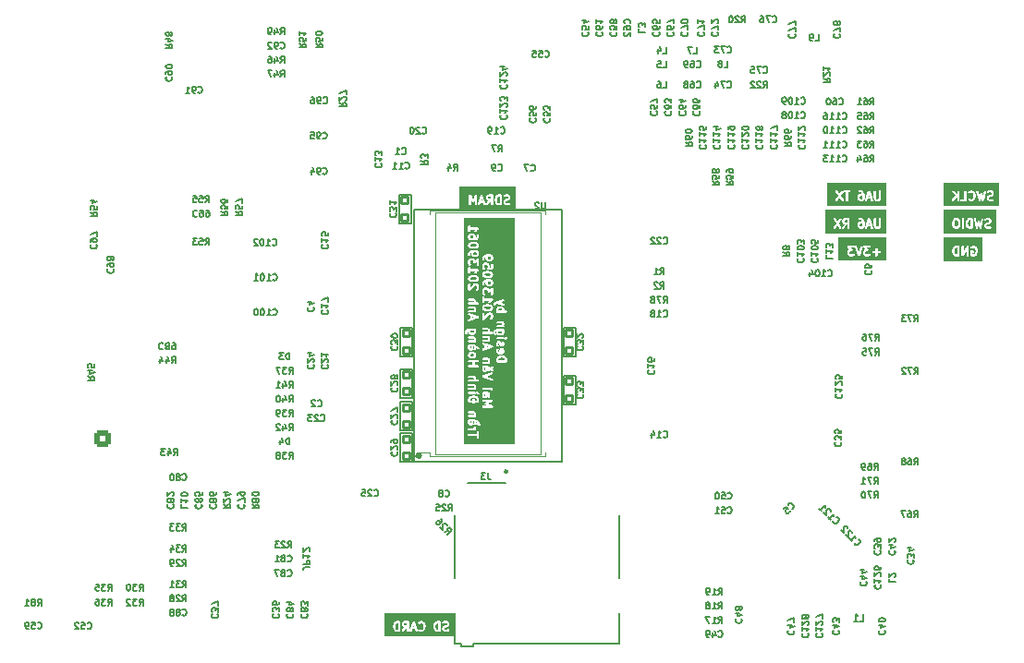
<source format=gbo>
G04 #@! TF.GenerationSoftware,KiCad,Pcbnew,7.0.1-3b83917a11~172~ubuntu22.10.1*
G04 #@! TF.CreationDate,2023-03-21T16:32:08+07:00*
G04 #@! TF.ProjectId,GatewayPlus_V1.4,47617465-7761-4795-906c-75735f56312e,rev?*
G04 #@! TF.SameCoordinates,Original*
G04 #@! TF.FileFunction,Legend,Bot*
G04 #@! TF.FilePolarity,Positive*
%FSLAX46Y46*%
G04 Gerber Fmt 4.6, Leading zero omitted, Abs format (unit mm)*
G04 Created by KiCad (PCBNEW 7.0.1-3b83917a11~172~ubuntu22.10.1) date 2023-03-21 16:32:08*
%MOMM*%
%LPD*%
G01*
G04 APERTURE LIST*
G04 Aperture macros list*
%AMRoundRect*
0 Rectangle with rounded corners*
0 $1 Rounding radius*
0 $2 $3 $4 $5 $6 $7 $8 $9 X,Y pos of 4 corners*
0 Add a 4 corners polygon primitive as box body*
4,1,4,$2,$3,$4,$5,$6,$7,$8,$9,$2,$3,0*
0 Add four circle primitives for the rounded corners*
1,1,$1+$1,$2,$3*
1,1,$1+$1,$4,$5*
1,1,$1+$1,$6,$7*
1,1,$1+$1,$8,$9*
0 Add four rect primitives between the rounded corners*
20,1,$1+$1,$2,$3,$4,$5,0*
20,1,$1+$1,$4,$5,$6,$7,0*
20,1,$1+$1,$6,$7,$8,$9,0*
20,1,$1+$1,$8,$9,$2,$3,0*%
G04 Aperture macros list end*
%ADD10C,0.150000*%
%ADD11C,0.200000*%
%ADD12C,0.120000*%
%ADD13C,0.100000*%
%ADD14C,0.500000*%
%ADD15C,0.240000*%
%ADD16C,0.800000*%
%ADD17C,6.400000*%
%ADD18R,2.600000X2.600000*%
%ADD19C,2.600000*%
%ADD20R,2.000000X4.600000*%
%ADD21O,2.000000X4.200000*%
%ADD22O,4.200000X2.000000*%
%ADD23C,1.600000*%
%ADD24C,0.650000*%
%ADD25O,2.100000X1.000000*%
%ADD26O,1.600000X1.000000*%
%ADD27C,3.250000*%
%ADD28RoundRect,0.250500X-0.499500X0.499500X-0.499500X-0.499500X0.499500X-0.499500X0.499500X0.499500X0*%
%ADD29C,1.500000*%
%ADD30C,2.500000*%
%ADD31O,2.200000X1.600000*%
%ADD32R,1.600000X1.600000*%
%ADD33R,1.700000X1.700000*%
%ADD34O,1.700000X1.700000*%
%ADD35RoundRect,0.127500X-0.322500X0.297500X-0.322500X-0.297500X0.322500X-0.297500X0.322500X0.297500X0*%
%ADD36R,1.510000X0.458000*%
%ADD37RoundRect,0.127500X0.322500X-0.297500X0.322500X0.297500X-0.322500X0.297500X-0.322500X-0.297500X0*%
%ADD38R,0.620000X1.400000*%
%ADD39C,0.950000*%
%ADD40R,1.100000X2.400000*%
G04 APERTURE END LIST*
D10*
X141390000Y-77300000D02*
X154950000Y-77300000D01*
X154950000Y-100390000D01*
X141390000Y-100390000D01*
X141390000Y-77300000D01*
D11*
G36*
X191176954Y-78242375D02*
G01*
X191222083Y-78287504D01*
X191250476Y-78401073D01*
X191250476Y-78643119D01*
X191222083Y-78756684D01*
X191176953Y-78801814D01*
X191136392Y-78822095D01*
X191031224Y-78822095D01*
X190990664Y-78801815D01*
X190945533Y-78756684D01*
X190917142Y-78643117D01*
X190917142Y-78401073D01*
X190945533Y-78287504D01*
X190990663Y-78242375D01*
X191031224Y-78222095D01*
X191136392Y-78222095D01*
X191176954Y-78242375D01*
G37*
G36*
X192393332Y-78822095D02*
G01*
X192319083Y-78822095D01*
X192242589Y-78796597D01*
X192194564Y-78748571D01*
X192168637Y-78696718D01*
X192136189Y-78566926D01*
X192136189Y-78477261D01*
X192168637Y-78347474D01*
X192194565Y-78295615D01*
X192242587Y-78247593D01*
X192319083Y-78222095D01*
X192393332Y-78222095D01*
X192393332Y-78822095D01*
G37*
G36*
X194774286Y-79434286D02*
G01*
X189910476Y-79434286D01*
X189910476Y-78651195D01*
X190713006Y-78651195D01*
X190717142Y-78667739D01*
X190717142Y-78669807D01*
X190720621Y-78681656D01*
X190757847Y-78830563D01*
X190763764Y-78857757D01*
X190775466Y-78869459D01*
X190783844Y-78883739D01*
X190795808Y-78889801D01*
X190851851Y-78945844D01*
X190860444Y-78960311D01*
X190885078Y-78972628D01*
X190909274Y-78985840D01*
X190911223Y-78985700D01*
X190958076Y-79009127D01*
X190978255Y-79022095D01*
X190998691Y-79022095D01*
X191018806Y-79025715D01*
X191027534Y-79022095D01*
X191154614Y-79022095D01*
X191178457Y-79024669D01*
X191196733Y-79015530D01*
X191216346Y-79009772D01*
X191222533Y-79002630D01*
X191269694Y-78979050D01*
X191286139Y-78975473D01*
X191305626Y-78955985D01*
X191325798Y-78937222D01*
X191325989Y-78936474D01*
X191593332Y-78936474D01*
X191605655Y-78978442D01*
X191650037Y-79016899D01*
X191708164Y-79025256D01*
X191761583Y-79000861D01*
X191793332Y-78951458D01*
X191793332Y-78575006D01*
X191932053Y-78575006D01*
X191936189Y-78591550D01*
X191936189Y-78593617D01*
X191939667Y-78605464D01*
X191972950Y-78738594D01*
X191971711Y-78750077D01*
X191979931Y-78766518D01*
X191980758Y-78769823D01*
X191986347Y-78779349D01*
X192017329Y-78841313D01*
X192020906Y-78857756D01*
X192040383Y-78877233D01*
X192059158Y-78897418D01*
X192061051Y-78897902D01*
X192114047Y-78950898D01*
X192129091Y-78969583D01*
X192148478Y-78976045D01*
X192166416Y-78985840D01*
X192175840Y-78985165D01*
X192259336Y-79012997D01*
X192273493Y-79022095D01*
X192301049Y-79022095D01*
X192328586Y-79023091D01*
X192330266Y-79022095D01*
X192486178Y-79022095D01*
X192508164Y-79025256D01*
X192528367Y-79016029D01*
X192549679Y-79009772D01*
X192554661Y-79004021D01*
X192561583Y-79000861D01*
X192573591Y-78982175D01*
X192588136Y-78965390D01*
X192589218Y-78957858D01*
X192593332Y-78951458D01*
X192593332Y-78929249D01*
X192596493Y-78907263D01*
X192593332Y-78900341D01*
X192593332Y-78129249D01*
X192595137Y-78116693D01*
X192694013Y-78116693D01*
X192888864Y-78935065D01*
X192889336Y-78953948D01*
X192903664Y-78975063D01*
X192916329Y-78997217D01*
X192919991Y-78999124D01*
X192922310Y-79002542D01*
X192945778Y-79012558D01*
X192968412Y-79024349D01*
X192972525Y-79023973D01*
X192976321Y-79025594D01*
X193001476Y-79021333D01*
X193026894Y-79019015D01*
X193030150Y-79016476D01*
X193034222Y-79015787D01*
X193053082Y-78998600D01*
X193073210Y-78982911D01*
X193074577Y-78979013D01*
X193077629Y-78976233D01*
X193084203Y-78951578D01*
X193092653Y-78927497D01*
X193091696Y-78923479D01*
X193140952Y-78738770D01*
X193194009Y-78937735D01*
X193194989Y-78956602D01*
X193209881Y-78977327D01*
X193223135Y-78999131D01*
X193226847Y-79000940D01*
X193229257Y-79004293D01*
X193252981Y-79013673D01*
X193275927Y-79024854D01*
X193280029Y-79024368D01*
X193283867Y-79025886D01*
X193308890Y-79020952D01*
X193334245Y-79017952D01*
X193337433Y-79015325D01*
X193341484Y-79014527D01*
X193359872Y-78996843D01*
X193379575Y-78980616D01*
X193380837Y-78976683D01*
X193383813Y-78973822D01*
X193389723Y-78948997D01*
X193397522Y-78924701D01*
X193396458Y-78920711D01*
X193580175Y-78149096D01*
X193646846Y-78149096D01*
X193657299Y-78206883D01*
X193697335Y-78249847D01*
X193754243Y-78264344D01*
X193880988Y-78222095D01*
X194031632Y-78222095D01*
X194072191Y-78242374D01*
X194087338Y-78257522D01*
X194107619Y-78298083D01*
X194107619Y-78327059D01*
X194087337Y-78367621D01*
X194072192Y-78382767D01*
X194020337Y-78408694D01*
X193895882Y-78439807D01*
X193884398Y-78438568D01*
X193867954Y-78446789D01*
X193864654Y-78447615D01*
X193855137Y-78453198D01*
X193793157Y-78484188D01*
X193776718Y-78487765D01*
X193757246Y-78507236D01*
X193737057Y-78526017D01*
X193736572Y-78527910D01*
X193726726Y-78537756D01*
X193712260Y-78546349D01*
X193699942Y-78570983D01*
X193686731Y-78595179D01*
X193686870Y-78597128D01*
X193663443Y-78643981D01*
X193650476Y-78664160D01*
X193650476Y-78684596D01*
X193646856Y-78704711D01*
X193650476Y-78713439D01*
X193650476Y-78764329D01*
X193647902Y-78788172D01*
X193657040Y-78806448D01*
X193662799Y-78826061D01*
X193669940Y-78832249D01*
X193693520Y-78879408D01*
X193697097Y-78895851D01*
X193716575Y-78915330D01*
X193735349Y-78935513D01*
X193737242Y-78935997D01*
X193747088Y-78945842D01*
X193755682Y-78960312D01*
X193780333Y-78972637D01*
X193804511Y-78985840D01*
X193806460Y-78985700D01*
X193853317Y-79009128D01*
X193873494Y-79022095D01*
X193893930Y-79022095D01*
X193914046Y-79025715D01*
X193922774Y-79022095D01*
X194080794Y-79022095D01*
X194097099Y-79026249D01*
X194123234Y-79017537D01*
X194149680Y-79009772D01*
X194150959Y-79008295D01*
X194252883Y-78974321D01*
X194288800Y-78949359D01*
X194311249Y-78895094D01*
X194300796Y-78837307D01*
X194260760Y-78794344D01*
X194203853Y-78779846D01*
X194077106Y-78822095D01*
X193926464Y-78822095D01*
X193885902Y-78801814D01*
X193870756Y-78786668D01*
X193850476Y-78746108D01*
X193850476Y-78717129D01*
X193870755Y-78676569D01*
X193885903Y-78661422D01*
X193937758Y-78635494D01*
X194062211Y-78604381D01*
X194073696Y-78605621D01*
X194090139Y-78597399D01*
X194093441Y-78596574D01*
X194102963Y-78590987D01*
X194164933Y-78560002D01*
X194181376Y-78556425D01*
X194200854Y-78536947D01*
X194221037Y-78518174D01*
X194221521Y-78516280D01*
X194231367Y-78506433D01*
X194245834Y-78497842D01*
X194258154Y-78473200D01*
X194271363Y-78449011D01*
X194271223Y-78447063D01*
X194294653Y-78400204D01*
X194307619Y-78380029D01*
X194307619Y-78359594D01*
X194311239Y-78339479D01*
X194307619Y-78330751D01*
X194307619Y-78279860D01*
X194310193Y-78256017D01*
X194301054Y-78237739D01*
X194295296Y-78218129D01*
X194288154Y-78211941D01*
X194264572Y-78164776D01*
X194260996Y-78148337D01*
X194241524Y-78128865D01*
X194222744Y-78108676D01*
X194220850Y-78108191D01*
X194211004Y-78098345D01*
X194202412Y-78083879D01*
X194177777Y-78071561D01*
X194153582Y-78058350D01*
X194151632Y-78058489D01*
X194104779Y-78035062D01*
X194084601Y-78022095D01*
X194064165Y-78022095D01*
X194044050Y-78018475D01*
X194035322Y-78022095D01*
X193877301Y-78022095D01*
X193860994Y-78017941D01*
X193834853Y-78026654D01*
X193808414Y-78034418D01*
X193807134Y-78035894D01*
X193705212Y-78069869D01*
X193669295Y-78094831D01*
X193646846Y-78149096D01*
X193580175Y-78149096D01*
X193584420Y-78131269D01*
X193582153Y-78087588D01*
X193547885Y-78039897D01*
X193493274Y-78018304D01*
X193435658Y-78029663D01*
X193393329Y-78070369D01*
X193287844Y-78513406D01*
X193240625Y-78336335D01*
X193240187Y-78318812D01*
X193225102Y-78296582D01*
X193211150Y-78273630D01*
X193208727Y-78272449D01*
X193207213Y-78270218D01*
X193182494Y-78259668D01*
X193158358Y-78247908D01*
X193155682Y-78248224D01*
X193153202Y-78247166D01*
X193126700Y-78251654D01*
X193100040Y-78254810D01*
X193097960Y-78256522D01*
X193095301Y-78256973D01*
X193075443Y-78275068D01*
X193054710Y-78292145D01*
X193053885Y-78294712D01*
X193051894Y-78296528D01*
X193044973Y-78322481D01*
X193036763Y-78348061D01*
X193037457Y-78350665D01*
X192994059Y-78513406D01*
X192892045Y-78084945D01*
X192870337Y-78046973D01*
X192818254Y-78019841D01*
X192759772Y-78025175D01*
X192713456Y-78061279D01*
X192694013Y-78116693D01*
X192595137Y-78116693D01*
X192596493Y-78107263D01*
X192587266Y-78087059D01*
X192581009Y-78065748D01*
X192575258Y-78060765D01*
X192572098Y-78053844D01*
X192553412Y-78041835D01*
X192536627Y-78027291D01*
X192529095Y-78026208D01*
X192522695Y-78022095D01*
X192500486Y-78022095D01*
X192478500Y-78018934D01*
X192471578Y-78022095D01*
X192315395Y-78022095D01*
X192299090Y-78017941D01*
X192272954Y-78026652D01*
X192246509Y-78034418D01*
X192245229Y-78035894D01*
X192162062Y-78063616D01*
X192138622Y-78068716D01*
X192124169Y-78083168D01*
X192107389Y-78094831D01*
X192103777Y-78103560D01*
X192050536Y-78156802D01*
X192036068Y-78165396D01*
X192023743Y-78190045D01*
X192010540Y-78214226D01*
X192010679Y-78216174D01*
X191992807Y-78251918D01*
X191984393Y-78259831D01*
X191979933Y-78277667D01*
X191978412Y-78280711D01*
X191976457Y-78291572D01*
X191943166Y-78424732D01*
X191936189Y-78435589D01*
X191936189Y-78452640D01*
X191935687Y-78454648D01*
X191936189Y-78466994D01*
X191936189Y-78562780D01*
X191932053Y-78575006D01*
X191793332Y-78575006D01*
X191793332Y-78107716D01*
X191781009Y-78065748D01*
X191736627Y-78027291D01*
X191678500Y-78018934D01*
X191625081Y-78043329D01*
X191593332Y-78092732D01*
X191593332Y-78936474D01*
X191325989Y-78936474D01*
X191326282Y-78935329D01*
X191381997Y-78879612D01*
X191402272Y-78860549D01*
X191406285Y-78844494D01*
X191414221Y-78829962D01*
X191413263Y-78816582D01*
X191443498Y-78695647D01*
X191450476Y-78684791D01*
X191450476Y-78667740D01*
X191450978Y-78665732D01*
X191450476Y-78653379D01*
X191450476Y-78405219D01*
X191454612Y-78392993D01*
X191450476Y-78376449D01*
X191450476Y-78374382D01*
X191446997Y-78362534D01*
X191409770Y-78213631D01*
X191403854Y-78186432D01*
X191392150Y-78174728D01*
X191383773Y-78160450D01*
X191371809Y-78154388D01*
X191315767Y-78098346D01*
X191307174Y-78083878D01*
X191282524Y-78071553D01*
X191258344Y-78058350D01*
X191256395Y-78058489D01*
X191209538Y-78035061D01*
X191189362Y-78022095D01*
X191168926Y-78022095D01*
X191148811Y-78018475D01*
X191140083Y-78022095D01*
X191013003Y-78022095D01*
X190989160Y-78019521D01*
X190970883Y-78028659D01*
X190951271Y-78034418D01*
X190945082Y-78041559D01*
X190897923Y-78065139D01*
X190881481Y-78068716D01*
X190862000Y-78088195D01*
X190841819Y-78106968D01*
X190841334Y-78108861D01*
X190785625Y-78164569D01*
X190765344Y-78183640D01*
X190761329Y-78199698D01*
X190753397Y-78214226D01*
X190754353Y-78227601D01*
X190724118Y-78348541D01*
X190717142Y-78359398D01*
X190717142Y-78376449D01*
X190716640Y-78378457D01*
X190717142Y-78390803D01*
X190717142Y-78638969D01*
X190713006Y-78651195D01*
X189910476Y-78651195D01*
X189910476Y-77305714D01*
X194774286Y-77305714D01*
X194774286Y-79434286D01*
G37*
G36*
X146652666Y-96814500D02*
G01*
X146640035Y-96839760D01*
X146614773Y-96852392D01*
X146585798Y-96852392D01*
X146560535Y-96839760D01*
X146547904Y-96814498D01*
X146547904Y-96671439D01*
X146652666Y-96671439D01*
X146652666Y-96814500D01*
G37*
G36*
X147022524Y-94532457D02*
G01*
X147074383Y-94558385D01*
X147122405Y-94606407D01*
X147147904Y-94682903D01*
X147147904Y-94757152D01*
X146966952Y-94757152D01*
X146966952Y-94652297D01*
X146954629Y-94610329D01*
X146910247Y-94571872D01*
X146852120Y-94563515D01*
X146798701Y-94587910D01*
X146766952Y-94637313D01*
X146766952Y-94757152D01*
X146547904Y-94757152D01*
X146547904Y-94682904D01*
X146573402Y-94606408D01*
X146621426Y-94558385D01*
X146673280Y-94532457D01*
X146803073Y-94500009D01*
X146892738Y-94500009D01*
X147022524Y-94532457D01*
G37*
G36*
X147948666Y-94319261D02*
G01*
X147936035Y-94344521D01*
X147910773Y-94357153D01*
X147881798Y-94357153D01*
X147856535Y-94344521D01*
X147843904Y-94319259D01*
X147843904Y-94176200D01*
X147948666Y-94176200D01*
X147948666Y-94319261D01*
G37*
G36*
X147948666Y-91919261D02*
G01*
X147936035Y-91944521D01*
X147910773Y-91957153D01*
X147881798Y-91957153D01*
X147856535Y-91944521D01*
X147843904Y-91919259D01*
X147843904Y-91776200D01*
X147948666Y-91776200D01*
X147948666Y-91919261D01*
G37*
G36*
X149614524Y-90856265D02*
G01*
X149666383Y-90882193D01*
X149714405Y-90930215D01*
X149739904Y-91006711D01*
X149739904Y-91080960D01*
X149139904Y-91080960D01*
X149139904Y-91006712D01*
X149165402Y-90930216D01*
X149213426Y-90882193D01*
X149265280Y-90856265D01*
X149395073Y-90823817D01*
X149484738Y-90823817D01*
X149614524Y-90856265D01*
G37*
G36*
X146845810Y-90520288D02*
G01*
X146860957Y-90535436D01*
X146881238Y-90575997D01*
X146881238Y-90643068D01*
X146860956Y-90683630D01*
X146845811Y-90698775D01*
X146805249Y-90719057D01*
X146623893Y-90719057D01*
X146583330Y-90698775D01*
X146568185Y-90683630D01*
X146547904Y-90643068D01*
X146547904Y-90575997D01*
X146568185Y-90535435D01*
X146583332Y-90520288D01*
X146623891Y-90500009D01*
X146805251Y-90500009D01*
X146845810Y-90520288D01*
G37*
G36*
X149473238Y-90175996D02*
G01*
X149473238Y-90281162D01*
X149460606Y-90306424D01*
X149435344Y-90319056D01*
X149428551Y-90319056D01*
X149461755Y-90153031D01*
X149473238Y-90175996D01*
G37*
G36*
X146652666Y-89957355D02*
G01*
X146640035Y-89982615D01*
X146614773Y-89995247D01*
X146585798Y-89995247D01*
X146560535Y-89982615D01*
X146547904Y-89957353D01*
X146547904Y-89814294D01*
X146652666Y-89814294D01*
X146652666Y-89957355D01*
G37*
G36*
X148227676Y-89809531D02*
G01*
X148072476Y-89861266D01*
X148072476Y-89757799D01*
X148227676Y-89809531D01*
G37*
G36*
X149473238Y-88528782D02*
G01*
X149452956Y-88569344D01*
X149437811Y-88584489D01*
X149397249Y-88604771D01*
X149215893Y-88604771D01*
X149175330Y-88584489D01*
X149160185Y-88569344D01*
X149139904Y-88528782D01*
X149139904Y-88423818D01*
X149473238Y-88423818D01*
X149473238Y-88528782D01*
G37*
G36*
X146881238Y-88471638D02*
G01*
X146860956Y-88512200D01*
X146845811Y-88527345D01*
X146805249Y-88547627D01*
X146623893Y-88547627D01*
X146583330Y-88527345D01*
X146568185Y-88512200D01*
X146547904Y-88471638D01*
X146547904Y-88366674D01*
X146881238Y-88366674D01*
X146881238Y-88471638D01*
G37*
G36*
X146931676Y-87123815D02*
G01*
X146776476Y-87175550D01*
X146776476Y-87072083D01*
X146931676Y-87123815D01*
G37*
G36*
X149437810Y-86348858D02*
G01*
X149452957Y-86364006D01*
X149473238Y-86404567D01*
X149473238Y-86509531D01*
X149139904Y-86509531D01*
X149139904Y-86404567D01*
X149160185Y-86364005D01*
X149175332Y-86348858D01*
X149215891Y-86328579D01*
X149397251Y-86328579D01*
X149437810Y-86348858D01*
G37*
G36*
X148356620Y-86170550D02*
G01*
X148408477Y-86196478D01*
X148423624Y-86211625D01*
X148443904Y-86252185D01*
X148443904Y-86281162D01*
X148423623Y-86321724D01*
X148408479Y-86336868D01*
X148356619Y-86362798D01*
X148226830Y-86395246D01*
X148060975Y-86395246D01*
X147931185Y-86362797D01*
X147879331Y-86336870D01*
X147864185Y-86321724D01*
X147843904Y-86281162D01*
X147843904Y-86252186D01*
X147864185Y-86211624D01*
X147879332Y-86196477D01*
X147931185Y-86170550D01*
X148060977Y-86138103D01*
X148226830Y-86138103D01*
X148356620Y-86170550D01*
G37*
G36*
X148408477Y-83872668D02*
G01*
X148423624Y-83887815D01*
X148443904Y-83928375D01*
X148443904Y-84033544D01*
X148423624Y-84074104D01*
X148408478Y-84089249D01*
X148367916Y-84109531D01*
X148224655Y-84109531D01*
X148184092Y-84089249D01*
X148168945Y-84074102D01*
X148148666Y-84033544D01*
X148148666Y-83928376D01*
X148168946Y-83887814D01*
X148184092Y-83872668D01*
X148224653Y-83852388D01*
X148367916Y-83852388D01*
X148408477Y-83872668D01*
G37*
G36*
X147060620Y-83484834D02*
G01*
X147112477Y-83510762D01*
X147127624Y-83525909D01*
X147147904Y-83566469D01*
X147147904Y-83595446D01*
X147127623Y-83636008D01*
X147112479Y-83651152D01*
X147060619Y-83677082D01*
X146930830Y-83709530D01*
X146764975Y-83709530D01*
X146635185Y-83677081D01*
X146583331Y-83651154D01*
X146568185Y-83636008D01*
X146547904Y-83595446D01*
X146547904Y-83566470D01*
X146568185Y-83525908D01*
X146583332Y-83510761D01*
X146635185Y-83484834D01*
X146764977Y-83452387D01*
X146930830Y-83452387D01*
X147060620Y-83484834D01*
G37*
G36*
X148356620Y-83122930D02*
G01*
X148408477Y-83148858D01*
X148423624Y-83164005D01*
X148443904Y-83204565D01*
X148443904Y-83233542D01*
X148423623Y-83274104D01*
X148408479Y-83289248D01*
X148356619Y-83315178D01*
X148226830Y-83347626D01*
X148060975Y-83347626D01*
X147931185Y-83315177D01*
X147879331Y-83289250D01*
X147864185Y-83274104D01*
X147843904Y-83233542D01*
X147843904Y-83204566D01*
X147864185Y-83164004D01*
X147879332Y-83148857D01*
X147931185Y-83122930D01*
X148060977Y-83090483D01*
X148226830Y-83090483D01*
X148356620Y-83122930D01*
G37*
G36*
X148408477Y-81586953D02*
G01*
X148423624Y-81602100D01*
X148443904Y-81642660D01*
X148443904Y-81747829D01*
X148423624Y-81788389D01*
X148408478Y-81803534D01*
X148367916Y-81823816D01*
X148224655Y-81823816D01*
X148184092Y-81803534D01*
X148168945Y-81788387D01*
X148148666Y-81747829D01*
X148148666Y-81642661D01*
X148168946Y-81602099D01*
X148184092Y-81586953D01*
X148224653Y-81566673D01*
X148367916Y-81566673D01*
X148408477Y-81586953D01*
G37*
G36*
X147112477Y-81186952D02*
G01*
X147127624Y-81202099D01*
X147147904Y-81242659D01*
X147147904Y-81347828D01*
X147127624Y-81388388D01*
X147112478Y-81403533D01*
X147071916Y-81423815D01*
X146928655Y-81423815D01*
X146888092Y-81403533D01*
X146872945Y-81388386D01*
X146852666Y-81347828D01*
X146852666Y-81242660D01*
X146872946Y-81202098D01*
X146888092Y-81186952D01*
X146928653Y-81166672D01*
X147071916Y-81166672D01*
X147112477Y-81186952D01*
G37*
G36*
X147060620Y-80437214D02*
G01*
X147112477Y-80463142D01*
X147127624Y-80478289D01*
X147147904Y-80518849D01*
X147147904Y-80547826D01*
X147127623Y-80588388D01*
X147112479Y-80603532D01*
X147060619Y-80629462D01*
X146930830Y-80661910D01*
X146764975Y-80661910D01*
X146635185Y-80629461D01*
X146583331Y-80603534D01*
X146568185Y-80588388D01*
X146547904Y-80547826D01*
X146547904Y-80518850D01*
X146568185Y-80478288D01*
X146583332Y-80463141D01*
X146635185Y-80437214D01*
X146764977Y-80404767D01*
X146930830Y-80404767D01*
X147060620Y-80437214D01*
G37*
G36*
X146807715Y-79663142D02*
G01*
X146822862Y-79678289D01*
X146843142Y-79718849D01*
X146843142Y-79824018D01*
X146822862Y-79864578D01*
X146807716Y-79879723D01*
X146767154Y-79900005D01*
X146623893Y-79900005D01*
X146583330Y-79879723D01*
X146568185Y-79864578D01*
X146547904Y-79824016D01*
X146547904Y-79718850D01*
X146568185Y-79678288D01*
X146583332Y-79663141D01*
X146623891Y-79642862D01*
X146767154Y-79642862D01*
X146807715Y-79663142D01*
G37*
G36*
X150656286Y-98793822D02*
G01*
X145935714Y-98793822D01*
X145935714Y-97919605D01*
X146344743Y-97919605D01*
X146369138Y-97973024D01*
X146418541Y-98004773D01*
X147147904Y-98004773D01*
X147147904Y-98147723D01*
X147160227Y-98189691D01*
X147204609Y-98228148D01*
X147262736Y-98236505D01*
X147316155Y-98212110D01*
X147347904Y-98162707D01*
X147347904Y-97911927D01*
X147351065Y-97889941D01*
X147347904Y-97883019D01*
X147347904Y-97661822D01*
X147335581Y-97619854D01*
X147291199Y-97581397D01*
X147233072Y-97573040D01*
X147179653Y-97597435D01*
X147147904Y-97646838D01*
X147147904Y-97804773D01*
X146433525Y-97804773D01*
X146391557Y-97817096D01*
X146353100Y-97861478D01*
X146344743Y-97919605D01*
X145935714Y-97919605D01*
X145935714Y-97424366D01*
X146344743Y-97424366D01*
X146369138Y-97477785D01*
X146418541Y-97509534D01*
X146823472Y-97509534D01*
X146847315Y-97512108D01*
X146852463Y-97509534D01*
X146995617Y-97509534D01*
X147037585Y-97497211D01*
X147076042Y-97452829D01*
X147084399Y-97394702D01*
X147060004Y-97341283D01*
X147053171Y-97336892D01*
X147068272Y-97306691D01*
X147081238Y-97286516D01*
X147081238Y-97266081D01*
X147084858Y-97245966D01*
X147081238Y-97237238D01*
X147081238Y-97166584D01*
X147068915Y-97124616D01*
X147024533Y-97086159D01*
X146966406Y-97077802D01*
X146912987Y-97102197D01*
X146881238Y-97151600D01*
X146881238Y-97233546D01*
X146860956Y-97274108D01*
X146845811Y-97289254D01*
X146805251Y-97309534D01*
X146433525Y-97309534D01*
X146391557Y-97321857D01*
X146353100Y-97366239D01*
X146344743Y-97424366D01*
X145935714Y-97424366D01*
X145935714Y-96658817D01*
X146344284Y-96658817D01*
X146347904Y-96667545D01*
X146347904Y-96832722D01*
X146345330Y-96856565D01*
X146354468Y-96874841D01*
X146360227Y-96894453D01*
X146367368Y-96900641D01*
X146385163Y-96936231D01*
X146385027Y-96940115D01*
X146398172Y-96962248D01*
X146402988Y-96971879D01*
X146405490Y-96974568D01*
X146415015Y-96990606D01*
X146425097Y-96995647D01*
X146432779Y-97003905D01*
X146450855Y-97008527D01*
X146512653Y-97039427D01*
X146532827Y-97052392D01*
X146553261Y-97052392D01*
X146573376Y-97056012D01*
X146582104Y-97052392D01*
X146632996Y-97052392D01*
X146656839Y-97054966D01*
X146675115Y-97045827D01*
X146694727Y-97040069D01*
X146700915Y-97032927D01*
X146736505Y-97015131D01*
X146740391Y-97015269D01*
X146762530Y-97002119D01*
X146772153Y-96997308D01*
X146774841Y-96994807D01*
X146790882Y-96985280D01*
X146795923Y-96975197D01*
X146804180Y-96967517D01*
X146808802Y-96949438D01*
X146839698Y-96887647D01*
X146852666Y-96867469D01*
X146852666Y-96847033D01*
X146856286Y-96826918D01*
X146852666Y-96818190D01*
X146852666Y-96676099D01*
X146868606Y-96684069D01*
X146881238Y-96709332D01*
X146881238Y-96814498D01*
X146847269Y-96882435D01*
X146839522Y-96925483D01*
X146862019Y-96979728D01*
X146910272Y-97013199D01*
X146968961Y-97015269D01*
X147019452Y-96985281D01*
X147058710Y-96906767D01*
X147067764Y-96906767D01*
X147080196Y-96964162D01*
X147121683Y-97005724D01*
X147179055Y-97018259D01*
X147234096Y-96997786D01*
X147247838Y-96979462D01*
X147339741Y-97071365D01*
X147378131Y-97092327D01*
X147436707Y-97088138D01*
X147483718Y-97052945D01*
X147504242Y-96997923D01*
X147491759Y-96940539D01*
X147369285Y-96818065D01*
X147370345Y-96816120D01*
X147374627Y-96810412D01*
X147377190Y-96803558D01*
X147387860Y-96783977D01*
X147387317Y-96776482D01*
X147389950Y-96769444D01*
X147385228Y-96747648D01*
X147383618Y-96725405D01*
X147379108Y-96719392D01*
X147377518Y-96712049D01*
X147361764Y-96696266D01*
X147243087Y-96538031D01*
X147208047Y-96511850D01*
X147149467Y-96507714D01*
X147097952Y-96535904D01*
X147069854Y-96587472D01*
X147074096Y-96646044D01*
X147160999Y-96761915D01*
X147083087Y-96865799D01*
X147067764Y-96906767D01*
X147058710Y-96906767D01*
X147068273Y-96887642D01*
X147081238Y-96867469D01*
X147081238Y-96847035D01*
X147084858Y-96826920D01*
X147081238Y-96818192D01*
X147081238Y-96691109D01*
X147083812Y-96667266D01*
X147074673Y-96648988D01*
X147068915Y-96629378D01*
X147061773Y-96623190D01*
X147043977Y-96587598D01*
X147044115Y-96583714D01*
X147030968Y-96561579D01*
X147026154Y-96551951D01*
X147023651Y-96549261D01*
X147014126Y-96533223D01*
X147004043Y-96528181D01*
X146996363Y-96519925D01*
X146978284Y-96515302D01*
X146916493Y-96484406D01*
X146896315Y-96471439D01*
X146875879Y-96471439D01*
X146855764Y-96467819D01*
X146847036Y-96471439D01*
X146792527Y-96471439D01*
X146764940Y-96470466D01*
X146763302Y-96471439D01*
X146487767Y-96471439D01*
X146460180Y-96470466D01*
X146458542Y-96471439D01*
X146433525Y-96471439D01*
X146391557Y-96483762D01*
X146353100Y-96528144D01*
X146344743Y-96586271D01*
X146354597Y-96607850D01*
X146347904Y-96618267D01*
X146347904Y-96638702D01*
X146344284Y-96658817D01*
X145935714Y-96658817D01*
X145935714Y-96205318D01*
X146344743Y-96205318D01*
X146369138Y-96258737D01*
X146418541Y-96290486D01*
X146887003Y-96290486D01*
X146897612Y-96294443D01*
X146915800Y-96290486D01*
X146995617Y-96290486D01*
X147037585Y-96278163D01*
X147076042Y-96233781D01*
X147084399Y-96175654D01*
X147064787Y-96132709D01*
X147068273Y-96125737D01*
X147081238Y-96105564D01*
X147081238Y-96085130D01*
X147084858Y-96065015D01*
X147081238Y-96056287D01*
X147081238Y-95967299D01*
X147083812Y-95943456D01*
X147074673Y-95925178D01*
X147068915Y-95905568D01*
X147061773Y-95899380D01*
X147043977Y-95863788D01*
X147044115Y-95859904D01*
X147030968Y-95837769D01*
X147026154Y-95828141D01*
X147023651Y-95825451D01*
X147014126Y-95809413D01*
X147004043Y-95804371D01*
X146996363Y-95796115D01*
X146978284Y-95791492D01*
X146916493Y-95760596D01*
X146896315Y-95747629D01*
X146875879Y-95747629D01*
X146855764Y-95744009D01*
X146847036Y-95747629D01*
X146433525Y-95747629D01*
X146391557Y-95759952D01*
X146353100Y-95804334D01*
X146344743Y-95862461D01*
X146369138Y-95915880D01*
X146418541Y-95947629D01*
X146843346Y-95947629D01*
X146868606Y-95960259D01*
X146881238Y-95985522D01*
X146881238Y-96052593D01*
X146862291Y-96090486D01*
X146433525Y-96090486D01*
X146391557Y-96102809D01*
X146353100Y-96147191D01*
X146344743Y-96205318D01*
X145935714Y-96205318D01*
X145935714Y-95348175D01*
X147640743Y-95348175D01*
X147665138Y-95401594D01*
X147714541Y-95433343D01*
X148536336Y-95433343D01*
X148557888Y-95436623D01*
X148578547Y-95427392D01*
X148600251Y-95421020D01*
X148604950Y-95415596D01*
X148611505Y-95412668D01*
X148623893Y-95393734D01*
X148638708Y-95376638D01*
X148639729Y-95369533D01*
X148643659Y-95363528D01*
X148643845Y-95340904D01*
X148647065Y-95318511D01*
X148644083Y-95311982D01*
X148644143Y-95304804D01*
X148632067Y-95285669D01*
X148622670Y-95265092D01*
X148616631Y-95261211D01*
X148612801Y-95255142D01*
X148592301Y-95245575D01*
X148573267Y-95233343D01*
X148566089Y-95233343D01*
X148208946Y-95066676D01*
X148579337Y-94893827D01*
X148600251Y-94887687D01*
X148615065Y-94870590D01*
X148632042Y-94855633D01*
X148634007Y-94848729D01*
X148638708Y-94843305D01*
X148641927Y-94820912D01*
X148648123Y-94799152D01*
X148646043Y-94792281D01*
X148647065Y-94785178D01*
X148637666Y-94764598D01*
X148631114Y-94742944D01*
X148625652Y-94738289D01*
X148622670Y-94731759D01*
X148603636Y-94719527D01*
X148586418Y-94704853D01*
X148579304Y-94703890D01*
X148573267Y-94700010D01*
X148550643Y-94700010D01*
X148528224Y-94696975D01*
X148521720Y-94700010D01*
X147729525Y-94700010D01*
X147687557Y-94712333D01*
X147649100Y-94756715D01*
X147640743Y-94814842D01*
X147665138Y-94868261D01*
X147714541Y-94900010D01*
X148093148Y-94900010D01*
X147930916Y-94975717D01*
X147904875Y-94987353D01*
X147896211Y-95000592D01*
X147884338Y-95011054D01*
X147880464Y-95024657D01*
X147872721Y-95036492D01*
X147872590Y-95052314D01*
X147868257Y-95067535D01*
X147872353Y-95081072D01*
X147872237Y-95095216D01*
X147880683Y-95108599D01*
X147885266Y-95123743D01*
X147896029Y-95132916D01*
X147903579Y-95144878D01*
X147917917Y-95151569D01*
X147929962Y-95161834D01*
X147943979Y-95163731D01*
X148093147Y-95233343D01*
X147729525Y-95233343D01*
X147687557Y-95245666D01*
X147649100Y-95290048D01*
X147640743Y-95348175D01*
X145935714Y-95348175D01*
X145935714Y-94871984D01*
X146344743Y-94871984D01*
X146353969Y-94892187D01*
X146360227Y-94913499D01*
X146365977Y-94918481D01*
X146369138Y-94925403D01*
X146387823Y-94937411D01*
X146404609Y-94951956D01*
X146412140Y-94953038D01*
X146418541Y-94957152D01*
X146440750Y-94957152D01*
X146462736Y-94960313D01*
X146469658Y-94957152D01*
X146766952Y-94957152D01*
X146766952Y-94985817D01*
X146779275Y-95027785D01*
X146823657Y-95066242D01*
X146881784Y-95074599D01*
X146935203Y-95050204D01*
X146966952Y-95000801D01*
X146966952Y-94957152D01*
X147240750Y-94957152D01*
X147262736Y-94960313D01*
X147282939Y-94951086D01*
X147304251Y-94944829D01*
X147309233Y-94939078D01*
X147316155Y-94935918D01*
X147328163Y-94917232D01*
X147342708Y-94900447D01*
X147343790Y-94892915D01*
X147347904Y-94886515D01*
X147347904Y-94864306D01*
X147351065Y-94842320D01*
X147347904Y-94835398D01*
X147347904Y-94679215D01*
X147352058Y-94662910D01*
X147343346Y-94636774D01*
X147335581Y-94610329D01*
X147334104Y-94609049D01*
X147306382Y-94525882D01*
X147301283Y-94502442D01*
X147286830Y-94487989D01*
X147275168Y-94471209D01*
X147266438Y-94467597D01*
X147213196Y-94414356D01*
X147204603Y-94399888D01*
X147179953Y-94387563D01*
X147155773Y-94374360D01*
X147153824Y-94374499D01*
X147118080Y-94356627D01*
X147110168Y-94348213D01*
X147092331Y-94343753D01*
X147089288Y-94342232D01*
X147078426Y-94340277D01*
X146945266Y-94306986D01*
X146934410Y-94300009D01*
X146917359Y-94300009D01*
X146915351Y-94299507D01*
X146903005Y-94300009D01*
X146807219Y-94300009D01*
X146794993Y-94295873D01*
X146778449Y-94300009D01*
X146776382Y-94300009D01*
X146764534Y-94303487D01*
X146631404Y-94336770D01*
X146619922Y-94335531D01*
X146603480Y-94343751D01*
X146600176Y-94344578D01*
X146590649Y-94350167D01*
X146528686Y-94381148D01*
X146512242Y-94384726D01*
X146492756Y-94404212D01*
X146472581Y-94422978D01*
X146472096Y-94424871D01*
X146419098Y-94477870D01*
X146400417Y-94492911D01*
X146393954Y-94512299D01*
X146384160Y-94530236D01*
X146384833Y-94539659D01*
X146357001Y-94623157D01*
X146347904Y-94637313D01*
X146347904Y-94664868D01*
X146346908Y-94692405D01*
X146347904Y-94694085D01*
X146347904Y-94849998D01*
X146344743Y-94871984D01*
X145935714Y-94871984D01*
X145935714Y-94071984D01*
X146344743Y-94071984D01*
X146369138Y-94125403D01*
X146418541Y-94157152D01*
X146995617Y-94157152D01*
X147037585Y-94144829D01*
X147076042Y-94100447D01*
X147080522Y-94069286D01*
X147225457Y-94214221D01*
X147263846Y-94235183D01*
X147322422Y-94230994D01*
X147369434Y-94195801D01*
X147381453Y-94163578D01*
X147640284Y-94163578D01*
X147643904Y-94172306D01*
X147643904Y-94337483D01*
X147641330Y-94361326D01*
X147650468Y-94379602D01*
X147656227Y-94399214D01*
X147663368Y-94405402D01*
X147681163Y-94440992D01*
X147681027Y-94444876D01*
X147694172Y-94467009D01*
X147698988Y-94476640D01*
X147701490Y-94479329D01*
X147711015Y-94495367D01*
X147721097Y-94500408D01*
X147728779Y-94508666D01*
X147746855Y-94513288D01*
X147808653Y-94544188D01*
X147828827Y-94557153D01*
X147849261Y-94557153D01*
X147869376Y-94560773D01*
X147878104Y-94557153D01*
X147928996Y-94557153D01*
X147952839Y-94559727D01*
X147971115Y-94550588D01*
X147990727Y-94544830D01*
X147996915Y-94537688D01*
X148032505Y-94519892D01*
X148036391Y-94520030D01*
X148058530Y-94506880D01*
X148068153Y-94502069D01*
X148070841Y-94499568D01*
X148086882Y-94490041D01*
X148091923Y-94479958D01*
X148100180Y-94472278D01*
X148104802Y-94454199D01*
X148135698Y-94392408D01*
X148148666Y-94372230D01*
X148148666Y-94351794D01*
X148152286Y-94331679D01*
X148148666Y-94322951D01*
X148148666Y-94180860D01*
X148164606Y-94188830D01*
X148177238Y-94214093D01*
X148177238Y-94319259D01*
X148143269Y-94387196D01*
X148135522Y-94430244D01*
X148158019Y-94484489D01*
X148206272Y-94517960D01*
X148264961Y-94520030D01*
X148315452Y-94490042D01*
X148364273Y-94392403D01*
X148377238Y-94372230D01*
X148377238Y-94351796D01*
X148380858Y-94331681D01*
X148377238Y-94322953D01*
X148377238Y-94195870D01*
X148379812Y-94172027D01*
X148370673Y-94153749D01*
X148364915Y-94134139D01*
X148357773Y-94127951D01*
X148339977Y-94092359D01*
X148340115Y-94088475D01*
X148326968Y-94066340D01*
X148322154Y-94056712D01*
X148319651Y-94054022D01*
X148310126Y-94037984D01*
X148300043Y-94032942D01*
X148292363Y-94024686D01*
X148274284Y-94020063D01*
X148212493Y-93989167D01*
X148192315Y-93976200D01*
X148171879Y-93976200D01*
X148151764Y-93972580D01*
X148143036Y-93976200D01*
X148088527Y-93976200D01*
X148060940Y-93975227D01*
X148059302Y-93976200D01*
X147783767Y-93976200D01*
X147756180Y-93975227D01*
X147754542Y-93976200D01*
X147729525Y-93976200D01*
X147687557Y-93988523D01*
X147649100Y-94032905D01*
X147640743Y-94091032D01*
X147650597Y-94112611D01*
X147643904Y-94123028D01*
X147643904Y-94143463D01*
X147640284Y-94163578D01*
X147381453Y-94163578D01*
X147389957Y-94140778D01*
X147377474Y-94083395D01*
X147232257Y-93938179D01*
X147193868Y-93917217D01*
X147135292Y-93921406D01*
X147088280Y-93956599D01*
X147068936Y-94008460D01*
X147060004Y-93988901D01*
X147010601Y-93957152D01*
X146433525Y-93957152D01*
X146391557Y-93969475D01*
X146353100Y-94013857D01*
X146344743Y-94071984D01*
X145935714Y-94071984D01*
X145935714Y-93691032D01*
X146344743Y-93691032D01*
X146369138Y-93744451D01*
X146418541Y-93776200D01*
X146887003Y-93776200D01*
X146897612Y-93780157D01*
X146915800Y-93776200D01*
X146995617Y-93776200D01*
X147037585Y-93763877D01*
X147076042Y-93719495D01*
X147077396Y-93710079D01*
X147640743Y-93710079D01*
X147665138Y-93763498D01*
X147714541Y-93795247D01*
X148291617Y-93795247D01*
X148333585Y-93782924D01*
X148372042Y-93738542D01*
X148372552Y-93734994D01*
X148374622Y-93737760D01*
X148376240Y-93745194D01*
X148384244Y-93753198D01*
X148388948Y-93763498D01*
X148398471Y-93769618D01*
X148405256Y-93778681D01*
X148412385Y-93781340D01*
X148430038Y-93798993D01*
X148443352Y-93816777D01*
X148464161Y-93824538D01*
X148483654Y-93835183D01*
X148491243Y-93834640D01*
X148498375Y-93837300D01*
X148520079Y-93832578D01*
X148542230Y-93830994D01*
X148548321Y-93826433D01*
X148555758Y-93824816D01*
X148571461Y-93809112D01*
X148589242Y-93795802D01*
X148591901Y-93788671D01*
X148596567Y-93784005D01*
X148600251Y-93782924D01*
X148612440Y-93768856D01*
X148627337Y-93757705D01*
X148631292Y-93747099D01*
X148638708Y-93738542D01*
X148640319Y-93727336D01*
X148645745Y-93717399D01*
X148645201Y-93709808D01*
X148647860Y-93702682D01*
X148645453Y-93691621D01*
X148647065Y-93680415D01*
X148642362Y-93670116D01*
X148641554Y-93658823D01*
X148636993Y-93652731D01*
X148635377Y-93645299D01*
X148627373Y-93637295D01*
X148622670Y-93626996D01*
X148613144Y-93620874D01*
X148606361Y-93611813D01*
X148599231Y-93609153D01*
X148581576Y-93591498D01*
X148568267Y-93573719D01*
X148547460Y-93565958D01*
X148527963Y-93555312D01*
X148520372Y-93555854D01*
X148513244Y-93553196D01*
X148491544Y-93557916D01*
X148469387Y-93559501D01*
X148463294Y-93564061D01*
X148455861Y-93565679D01*
X148440159Y-93581380D01*
X148422375Y-93594694D01*
X148419715Y-93601824D01*
X148415052Y-93606487D01*
X148411367Y-93607570D01*
X148399179Y-93621635D01*
X148384281Y-93632788D01*
X148380324Y-93643395D01*
X148372910Y-93651952D01*
X148371590Y-93661127D01*
X148356004Y-93626996D01*
X148306601Y-93595247D01*
X147729525Y-93595247D01*
X147687557Y-93607570D01*
X147649100Y-93651952D01*
X147640743Y-93710079D01*
X147077396Y-93710079D01*
X147084399Y-93661368D01*
X147064787Y-93618423D01*
X147068273Y-93611451D01*
X147081238Y-93591278D01*
X147081238Y-93570844D01*
X147084858Y-93550729D01*
X147081238Y-93542001D01*
X147081238Y-93453013D01*
X147083812Y-93429170D01*
X147074673Y-93410892D01*
X147068915Y-93391282D01*
X147061773Y-93385094D01*
X147043977Y-93349502D01*
X147044115Y-93345618D01*
X147030968Y-93323483D01*
X147026154Y-93313855D01*
X147023651Y-93311165D01*
X147014126Y-93295127D01*
X147004043Y-93290085D01*
X146996363Y-93281829D01*
X146978284Y-93277206D01*
X146916493Y-93246310D01*
X146896315Y-93233343D01*
X146875879Y-93233343D01*
X146855764Y-93229723D01*
X146847036Y-93233343D01*
X146433525Y-93233343D01*
X146391557Y-93245666D01*
X146353100Y-93290048D01*
X146344743Y-93348175D01*
X146369138Y-93401594D01*
X146418541Y-93433343D01*
X146843346Y-93433343D01*
X146868606Y-93445973D01*
X146881238Y-93471236D01*
X146881238Y-93538307D01*
X146862291Y-93576200D01*
X146433525Y-93576200D01*
X146391557Y-93588523D01*
X146353100Y-93632905D01*
X146344743Y-93691032D01*
X145935714Y-93691032D01*
X145935714Y-92967222D01*
X146344743Y-92967222D01*
X146369138Y-93020641D01*
X146418541Y-93052390D01*
X146887003Y-93052390D01*
X146897612Y-93056347D01*
X146915800Y-93052390D01*
X147262283Y-93052390D01*
X147304251Y-93040067D01*
X147342708Y-92995685D01*
X147351065Y-92937558D01*
X147326670Y-92884139D01*
X147277267Y-92852390D01*
X147081238Y-92852390D01*
X147081238Y-92847034D01*
X147084858Y-92826919D01*
X147081238Y-92818191D01*
X147081238Y-92729203D01*
X147083812Y-92705360D01*
X147074673Y-92687082D01*
X147068915Y-92667472D01*
X147061773Y-92661284D01*
X147043977Y-92625692D01*
X147044115Y-92621808D01*
X147030968Y-92599673D01*
X147026154Y-92590045D01*
X147023651Y-92587355D01*
X147014126Y-92571317D01*
X147004043Y-92566275D01*
X146996363Y-92558019D01*
X146978284Y-92553396D01*
X146954084Y-92541296D01*
X147640274Y-92541296D01*
X147644857Y-92566632D01*
X147647597Y-92592231D01*
X147650035Y-92595259D01*
X147650727Y-92599083D01*
X147668277Y-92617916D01*
X147684425Y-92637973D01*
X147688111Y-92639201D01*
X147690763Y-92642047D01*
X147715719Y-92648404D01*
X148525922Y-92918472D01*
X148569633Y-92920053D01*
X148620152Y-92890110D01*
X148646461Y-92837608D01*
X148640211Y-92779216D01*
X148603383Y-92733474D01*
X148060132Y-92552390D01*
X148589168Y-92376045D01*
X148625085Y-92351083D01*
X148647534Y-92296818D01*
X148637081Y-92239031D01*
X148597045Y-92196067D01*
X148540138Y-92181570D01*
X147729442Y-92451801D01*
X147718174Y-92451394D01*
X147702121Y-92460908D01*
X147698640Y-92462069D01*
X147689808Y-92468206D01*
X147667656Y-92481337D01*
X147665913Y-92484813D01*
X147662723Y-92487031D01*
X147652881Y-92510819D01*
X147641347Y-92533838D01*
X147641760Y-92537702D01*
X147640274Y-92541296D01*
X146954084Y-92541296D01*
X146916493Y-92522500D01*
X146896315Y-92509533D01*
X146875879Y-92509533D01*
X146855764Y-92505913D01*
X146847036Y-92509533D01*
X146433525Y-92509533D01*
X146391557Y-92521856D01*
X146353100Y-92566238D01*
X146344743Y-92624365D01*
X146369138Y-92677784D01*
X146418541Y-92709533D01*
X146843346Y-92709533D01*
X146868606Y-92722163D01*
X146881238Y-92747426D01*
X146881238Y-92814497D01*
X146862291Y-92852390D01*
X146433525Y-92852390D01*
X146391557Y-92864713D01*
X146353100Y-92909095D01*
X146344743Y-92967222D01*
X145935714Y-92967222D01*
X145935714Y-91763578D01*
X147640284Y-91763578D01*
X147643904Y-91772306D01*
X147643904Y-91937483D01*
X147641330Y-91961326D01*
X147650468Y-91979602D01*
X147656227Y-91999214D01*
X147663368Y-92005402D01*
X147681163Y-92040992D01*
X147681027Y-92044876D01*
X147694172Y-92067009D01*
X147698988Y-92076640D01*
X147701490Y-92079329D01*
X147711015Y-92095367D01*
X147721097Y-92100408D01*
X147728779Y-92108666D01*
X147746855Y-92113288D01*
X147808653Y-92144188D01*
X147828827Y-92157153D01*
X147849261Y-92157153D01*
X147869376Y-92160773D01*
X147878104Y-92157153D01*
X147928996Y-92157153D01*
X147952839Y-92159727D01*
X147971115Y-92150588D01*
X147990727Y-92144830D01*
X147996915Y-92137688D01*
X148032505Y-92119892D01*
X148036391Y-92120030D01*
X148058530Y-92106880D01*
X148068153Y-92102069D01*
X148070841Y-92099568D01*
X148086882Y-92090041D01*
X148091923Y-92079958D01*
X148100180Y-92072278D01*
X148104802Y-92054199D01*
X148135698Y-91992408D01*
X148148666Y-91972230D01*
X148148666Y-91951794D01*
X148152286Y-91931679D01*
X148148666Y-91922951D01*
X148148666Y-91780860D01*
X148164606Y-91788830D01*
X148177238Y-91814093D01*
X148177238Y-91919259D01*
X148143269Y-91987196D01*
X148135522Y-92030244D01*
X148158019Y-92084489D01*
X148206272Y-92117960D01*
X148264961Y-92120030D01*
X148315452Y-92090042D01*
X148364273Y-91992403D01*
X148377238Y-91972230D01*
X148377238Y-91951796D01*
X148377261Y-91951666D01*
X148380037Y-91961119D01*
X148387178Y-91967307D01*
X148404973Y-92002896D01*
X148404836Y-92006783D01*
X148417989Y-92028928D01*
X148422797Y-92038544D01*
X148425296Y-92041230D01*
X148434825Y-92057274D01*
X148444908Y-92062315D01*
X148452587Y-92070571D01*
X148470664Y-92075193D01*
X148550140Y-92114930D01*
X148593189Y-92122677D01*
X148647434Y-92100179D01*
X148680903Y-92051925D01*
X148682973Y-91993236D01*
X148652984Y-91942745D01*
X148580343Y-91906425D01*
X148567714Y-91881166D01*
X148567714Y-91852187D01*
X148580344Y-91826926D01*
X148639582Y-91797307D01*
X148671609Y-91767516D01*
X148686157Y-91710621D01*
X148667636Y-91654894D01*
X148621927Y-91618024D01*
X148563541Y-91611721D01*
X148483873Y-91651555D01*
X148479989Y-91651418D01*
X148457854Y-91664564D01*
X148448226Y-91669379D01*
X148445536Y-91671881D01*
X148429498Y-91681407D01*
X148424456Y-91691489D01*
X148416200Y-91699170D01*
X148411577Y-91717248D01*
X148380681Y-91779039D01*
X148378726Y-91782081D01*
X148379812Y-91772027D01*
X148370673Y-91753749D01*
X148364915Y-91734139D01*
X148357773Y-91727951D01*
X148339977Y-91692359D01*
X148340115Y-91688475D01*
X148326968Y-91666340D01*
X148322154Y-91656712D01*
X148319651Y-91654022D01*
X148310126Y-91637984D01*
X148300043Y-91632942D01*
X148292363Y-91624686D01*
X148274284Y-91620063D01*
X148212493Y-91589167D01*
X148192315Y-91576200D01*
X148171879Y-91576200D01*
X148151764Y-91572580D01*
X148143036Y-91576200D01*
X148088527Y-91576200D01*
X148060940Y-91575227D01*
X148059302Y-91576200D01*
X147783767Y-91576200D01*
X147756180Y-91575227D01*
X147754542Y-91576200D01*
X147729525Y-91576200D01*
X147687557Y-91588523D01*
X147649100Y-91632905D01*
X147640743Y-91691032D01*
X147650597Y-91712611D01*
X147643904Y-91723028D01*
X147643904Y-91743463D01*
X147640284Y-91763578D01*
X145935714Y-91763578D01*
X145935714Y-91633888D01*
X146344743Y-91633888D01*
X146369138Y-91687307D01*
X146418541Y-91719056D01*
X146859798Y-91719056D01*
X146881784Y-91722217D01*
X146888706Y-91719056D01*
X147262283Y-91719056D01*
X147304251Y-91706733D01*
X147342708Y-91662351D01*
X147351065Y-91604224D01*
X147326670Y-91550805D01*
X147277267Y-91519056D01*
X146966952Y-91519056D01*
X146966952Y-91310079D01*
X147640743Y-91310079D01*
X147665138Y-91363498D01*
X147714541Y-91395247D01*
X148183003Y-91395247D01*
X148193612Y-91399204D01*
X148211800Y-91395247D01*
X148291617Y-91395247D01*
X148333585Y-91382924D01*
X148372042Y-91338542D01*
X148380399Y-91280415D01*
X148360787Y-91237470D01*
X148364273Y-91230498D01*
X148377238Y-91210325D01*
X148377238Y-91195792D01*
X148936743Y-91195792D01*
X148945969Y-91215995D01*
X148952227Y-91237307D01*
X148957977Y-91242289D01*
X148961138Y-91249211D01*
X148979823Y-91261219D01*
X148996609Y-91275764D01*
X149004140Y-91276846D01*
X149010541Y-91280960D01*
X149032750Y-91280960D01*
X149054736Y-91284121D01*
X149061658Y-91280960D01*
X149832750Y-91280960D01*
X149854736Y-91284121D01*
X149874939Y-91274894D01*
X149896251Y-91268637D01*
X149901233Y-91262886D01*
X149908155Y-91259726D01*
X149920163Y-91241040D01*
X149934708Y-91224255D01*
X149935790Y-91216723D01*
X149939904Y-91210323D01*
X149939904Y-91188114D01*
X149943065Y-91166128D01*
X149939904Y-91159206D01*
X149939904Y-91003023D01*
X149944058Y-90986718D01*
X149935346Y-90960582D01*
X149927581Y-90934137D01*
X149926104Y-90932857D01*
X149898382Y-90849690D01*
X149893283Y-90826250D01*
X149878830Y-90811797D01*
X149867168Y-90795017D01*
X149858438Y-90791405D01*
X149805196Y-90738164D01*
X149796603Y-90723696D01*
X149771953Y-90711371D01*
X149747773Y-90698168D01*
X149745824Y-90698307D01*
X149710080Y-90680435D01*
X149702168Y-90672021D01*
X149684331Y-90667561D01*
X149681288Y-90666040D01*
X149670426Y-90664085D01*
X149537266Y-90630794D01*
X149526410Y-90623817D01*
X149509359Y-90623817D01*
X149507351Y-90623315D01*
X149495005Y-90623817D01*
X149399219Y-90623817D01*
X149386993Y-90619681D01*
X149370449Y-90623817D01*
X149368382Y-90623817D01*
X149356534Y-90627295D01*
X149223404Y-90660578D01*
X149211922Y-90659339D01*
X149195480Y-90667559D01*
X149192176Y-90668386D01*
X149182649Y-90673975D01*
X149120686Y-90704956D01*
X149104242Y-90708534D01*
X149084756Y-90728020D01*
X149064581Y-90746786D01*
X149064096Y-90748679D01*
X149011098Y-90801678D01*
X148992417Y-90816719D01*
X148985954Y-90836107D01*
X148976160Y-90854044D01*
X148976833Y-90863467D01*
X148949001Y-90946965D01*
X148939904Y-90961121D01*
X148939904Y-90988676D01*
X148938908Y-91016213D01*
X148939904Y-91017893D01*
X148939904Y-91173806D01*
X148936743Y-91195792D01*
X148377238Y-91195792D01*
X148377238Y-91189891D01*
X148380858Y-91169776D01*
X148377238Y-91161048D01*
X148377238Y-91072060D01*
X148379812Y-91048217D01*
X148370673Y-91029939D01*
X148364915Y-91010329D01*
X148357773Y-91004141D01*
X148339977Y-90968549D01*
X148340115Y-90964665D01*
X148326968Y-90942530D01*
X148322154Y-90932902D01*
X148319651Y-90930212D01*
X148310126Y-90914174D01*
X148300043Y-90909132D01*
X148292363Y-90900876D01*
X148274284Y-90896253D01*
X148212493Y-90865357D01*
X148192315Y-90852390D01*
X148171879Y-90852390D01*
X148151764Y-90848770D01*
X148143036Y-90852390D01*
X147729525Y-90852390D01*
X147687557Y-90864713D01*
X147649100Y-90909095D01*
X147640743Y-90967222D01*
X147665138Y-91020641D01*
X147714541Y-91052390D01*
X148139346Y-91052390D01*
X148164606Y-91065020D01*
X148177238Y-91090283D01*
X148177238Y-91157354D01*
X148158291Y-91195247D01*
X147729525Y-91195247D01*
X147687557Y-91207570D01*
X147649100Y-91251952D01*
X147640743Y-91310079D01*
X146966952Y-91310079D01*
X146966952Y-91261913D01*
X147262283Y-91261913D01*
X147304251Y-91249590D01*
X147342708Y-91205208D01*
X147351065Y-91147081D01*
X147326670Y-91093662D01*
X147277267Y-91061913D01*
X146874106Y-91061913D01*
X146852120Y-91058752D01*
X146845198Y-91061913D01*
X146433525Y-91061913D01*
X146391557Y-91074236D01*
X146353100Y-91118618D01*
X146344743Y-91176745D01*
X146369138Y-91230164D01*
X146418541Y-91261913D01*
X146766952Y-91261913D01*
X146766952Y-91519056D01*
X146433525Y-91519056D01*
X146391557Y-91531379D01*
X146353100Y-91575761D01*
X146344743Y-91633888D01*
X145935714Y-91633888D01*
X145935714Y-90563577D01*
X146344284Y-90563577D01*
X146347904Y-90572305D01*
X146347904Y-90661292D01*
X146345330Y-90685135D01*
X146354468Y-90703411D01*
X146360227Y-90723023D01*
X146367368Y-90729211D01*
X146390950Y-90776374D01*
X146394527Y-90792814D01*
X146414001Y-90812289D01*
X146432779Y-90832475D01*
X146434671Y-90832958D01*
X146444519Y-90842807D01*
X146453110Y-90857271D01*
X146477738Y-90869585D01*
X146501941Y-90882801D01*
X146503889Y-90882661D01*
X146550748Y-90906092D01*
X146570922Y-90919057D01*
X146591356Y-90919057D01*
X146611471Y-90922677D01*
X146620199Y-90919057D01*
X146823473Y-90919057D01*
X146847316Y-90921631D01*
X146865592Y-90912492D01*
X146885204Y-90906734D01*
X146891392Y-90899592D01*
X146938555Y-90876010D01*
X146954995Y-90872434D01*
X146974470Y-90852959D01*
X146994656Y-90834182D01*
X146995139Y-90832289D01*
X147004988Y-90822441D01*
X147019452Y-90813851D01*
X147031766Y-90789222D01*
X147044982Y-90765020D01*
X147044842Y-90763071D01*
X147068273Y-90716212D01*
X147081238Y-90696039D01*
X147081238Y-90675605D01*
X147084858Y-90655490D01*
X147081238Y-90646762D01*
X147081238Y-90557774D01*
X147083812Y-90533931D01*
X147074673Y-90515653D01*
X147068915Y-90496043D01*
X147061773Y-90489855D01*
X147038191Y-90442690D01*
X147034615Y-90426251D01*
X147015143Y-90406779D01*
X146996363Y-90386590D01*
X146994469Y-90386105D01*
X146984623Y-90376259D01*
X146976031Y-90361793D01*
X146951396Y-90349475D01*
X146927201Y-90336264D01*
X146925251Y-90336403D01*
X146878398Y-90312976D01*
X146858220Y-90300009D01*
X146837784Y-90300009D01*
X146817669Y-90296389D01*
X146808941Y-90300009D01*
X146605670Y-90300009D01*
X146581827Y-90297435D01*
X146563550Y-90306573D01*
X146543938Y-90312332D01*
X146537749Y-90319473D01*
X146490588Y-90343054D01*
X146474147Y-90346631D01*
X146454672Y-90366105D01*
X146434486Y-90384882D01*
X146434001Y-90386776D01*
X146424156Y-90396621D01*
X146409689Y-90405214D01*
X146397364Y-90429862D01*
X146384160Y-90454045D01*
X146384299Y-90455992D01*
X146360869Y-90502851D01*
X146347904Y-90523027D01*
X146347904Y-90543462D01*
X146344284Y-90563577D01*
X145935714Y-90563577D01*
X145935714Y-89801672D01*
X146344284Y-89801672D01*
X146347904Y-89810400D01*
X146347904Y-89975577D01*
X146345330Y-89999420D01*
X146354468Y-90017696D01*
X146360227Y-90037308D01*
X146367368Y-90043496D01*
X146385163Y-90079086D01*
X146385027Y-90082970D01*
X146398172Y-90105103D01*
X146402988Y-90114734D01*
X146405490Y-90117423D01*
X146415015Y-90133461D01*
X146425097Y-90138502D01*
X146432779Y-90146760D01*
X146450855Y-90151382D01*
X146512653Y-90182282D01*
X146532827Y-90195247D01*
X146553261Y-90195247D01*
X146573376Y-90198867D01*
X146582104Y-90195247D01*
X146632996Y-90195247D01*
X146656839Y-90197821D01*
X146675115Y-90188682D01*
X146694727Y-90182924D01*
X146700915Y-90175782D01*
X146736505Y-90157986D01*
X146740391Y-90158124D01*
X146762530Y-90144974D01*
X146772153Y-90140163D01*
X146774841Y-90137662D01*
X146790882Y-90128135D01*
X146795923Y-90118052D01*
X146804180Y-90110372D01*
X146808802Y-90092293D01*
X146839698Y-90030502D01*
X146852666Y-90010324D01*
X146852666Y-89989888D01*
X146856286Y-89969773D01*
X146852666Y-89961045D01*
X146852666Y-89818954D01*
X146868606Y-89826924D01*
X146881238Y-89852187D01*
X146881238Y-89957353D01*
X146847269Y-90025290D01*
X146839522Y-90068338D01*
X146862019Y-90122583D01*
X146910272Y-90156054D01*
X146968961Y-90158124D01*
X147019452Y-90128136D01*
X147068273Y-90030497D01*
X147081238Y-90010324D01*
X147081238Y-89989890D01*
X147084858Y-89969775D01*
X147081238Y-89961047D01*
X147081238Y-89917620D01*
X147225457Y-90061839D01*
X147263846Y-90082801D01*
X147322422Y-90078612D01*
X147340465Y-90065105D01*
X147640274Y-90065105D01*
X147650727Y-90122892D01*
X147690763Y-90165856D01*
X147747671Y-90180353D01*
X147798001Y-90163576D01*
X148936284Y-90163576D01*
X148939904Y-90172304D01*
X148939904Y-90299386D01*
X148937330Y-90323229D01*
X148946468Y-90341505D01*
X148952227Y-90361117D01*
X148959368Y-90367305D01*
X148977163Y-90402895D01*
X148977027Y-90406779D01*
X148990172Y-90428912D01*
X148994988Y-90438543D01*
X148997490Y-90441232D01*
X149007015Y-90457270D01*
X149017097Y-90462311D01*
X149024779Y-90470569D01*
X149042855Y-90475191D01*
X149104653Y-90506091D01*
X149124827Y-90519056D01*
X149145261Y-90519056D01*
X149165376Y-90522676D01*
X149174104Y-90519056D01*
X149289396Y-90519056D01*
X149300884Y-90523122D01*
X149318172Y-90519056D01*
X149453568Y-90519056D01*
X149477411Y-90521630D01*
X149495687Y-90512491D01*
X149515299Y-90506733D01*
X149521487Y-90499591D01*
X149557077Y-90481796D01*
X149560961Y-90481933D01*
X149583094Y-90468787D01*
X149592725Y-90463972D01*
X149595414Y-90461469D01*
X149611452Y-90451945D01*
X149616493Y-90441862D01*
X149624751Y-90434181D01*
X149629373Y-90416104D01*
X149660273Y-90354306D01*
X149673238Y-90334133D01*
X149673238Y-90313699D01*
X149676858Y-90293584D01*
X149673238Y-90284856D01*
X149673238Y-90157773D01*
X149675812Y-90133930D01*
X149666673Y-90115652D01*
X149660915Y-90096042D01*
X149653773Y-90089854D01*
X149635977Y-90054262D01*
X149636115Y-90050378D01*
X149622968Y-90028243D01*
X149618154Y-90018615D01*
X149615651Y-90015925D01*
X149606126Y-89999887D01*
X149596043Y-89994845D01*
X149588363Y-89986589D01*
X149570284Y-89981966D01*
X149508493Y-89951070D01*
X149488315Y-89938103D01*
X149467879Y-89938103D01*
X149447764Y-89934483D01*
X149439036Y-89938103D01*
X149399936Y-89938103D01*
X149388448Y-89934037D01*
X149371160Y-89938103D01*
X149368382Y-89938103D01*
X149357201Y-89941386D01*
X149331282Y-89947482D01*
X149329236Y-89949597D01*
X149326414Y-89950426D01*
X149308974Y-89970552D01*
X149290461Y-89989699D01*
X149289883Y-89992584D01*
X149287957Y-89994808D01*
X149284166Y-90021169D01*
X149224590Y-90319056D01*
X149177798Y-90319056D01*
X149152535Y-90306424D01*
X149139904Y-90281162D01*
X149139904Y-90175996D01*
X149173873Y-90108059D01*
X149181620Y-90065011D01*
X149159122Y-90010766D01*
X149110869Y-89977295D01*
X149052180Y-89975225D01*
X149001689Y-90005213D01*
X148952869Y-90102850D01*
X148939904Y-90123026D01*
X148939904Y-90143461D01*
X148936284Y-90163576D01*
X147798001Y-90163576D01*
X147981656Y-90102357D01*
X147987308Y-90103170D01*
X148009168Y-90093186D01*
X148558365Y-89910120D01*
X148569634Y-89910528D01*
X148585685Y-89901013D01*
X148589168Y-89899853D01*
X148597999Y-89893715D01*
X148620152Y-89880585D01*
X148621894Y-89877108D01*
X148625085Y-89874891D01*
X148634924Y-89851105D01*
X148646462Y-89828083D01*
X148646048Y-89824217D01*
X148647534Y-89820626D01*
X148642952Y-89795295D01*
X148640211Y-89769691D01*
X148637772Y-89766662D01*
X148637081Y-89762839D01*
X148619530Y-89744005D01*
X148603383Y-89723949D01*
X148599696Y-89722720D01*
X148597045Y-89719875D01*
X148572087Y-89713517D01*
X148022948Y-89530471D01*
X148015771Y-89524252D01*
X147995582Y-89521349D01*
X147979406Y-89515957D01*
X148936284Y-89515957D01*
X148939904Y-89524686D01*
X148939904Y-89651767D01*
X148937330Y-89675610D01*
X148946468Y-89693886D01*
X148952227Y-89713498D01*
X148959368Y-89719686D01*
X148994988Y-89790924D01*
X149024779Y-89822951D01*
X149081674Y-89837499D01*
X149137401Y-89818978D01*
X149174271Y-89773269D01*
X149180574Y-89714883D01*
X149139904Y-89633544D01*
X149139904Y-89528377D01*
X149152535Y-89503115D01*
X149173237Y-89492764D01*
X149193940Y-89503115D01*
X149206571Y-89528376D01*
X149206571Y-89613671D01*
X149203997Y-89637514D01*
X149213135Y-89655790D01*
X149218894Y-89675403D01*
X149226035Y-89681591D01*
X149243830Y-89717180D01*
X149243693Y-89721066D01*
X149256845Y-89743210D01*
X149261654Y-89752828D01*
X149264153Y-89755514D01*
X149273681Y-89771557D01*
X149283764Y-89776598D01*
X149291444Y-89784855D01*
X149309521Y-89789477D01*
X149371318Y-89820376D01*
X149391494Y-89833342D01*
X149411929Y-89833342D01*
X149432044Y-89836962D01*
X149440772Y-89833342D01*
X149453568Y-89833342D01*
X149477411Y-89835916D01*
X149495687Y-89826777D01*
X149515299Y-89821019D01*
X149521487Y-89813877D01*
X149557077Y-89796082D01*
X149560961Y-89796219D01*
X149583094Y-89783073D01*
X149592725Y-89778258D01*
X149595414Y-89775755D01*
X149611452Y-89766231D01*
X149616493Y-89756148D01*
X149624751Y-89748467D01*
X149629373Y-89730390D01*
X149660273Y-89668592D01*
X149673238Y-89648419D01*
X149673238Y-89627985D01*
X149676858Y-89607870D01*
X149673238Y-89599142D01*
X149673238Y-89510153D01*
X149675812Y-89486310D01*
X149666672Y-89468031D01*
X149660915Y-89448423D01*
X149653774Y-89442235D01*
X149618154Y-89370997D01*
X149588363Y-89338971D01*
X149531467Y-89324423D01*
X149475740Y-89342944D01*
X149438871Y-89388653D01*
X149432568Y-89447039D01*
X149473238Y-89528378D01*
X149473238Y-89595448D01*
X149460606Y-89620710D01*
X149439904Y-89631061D01*
X149419201Y-89620710D01*
X149406571Y-89595450D01*
X149406571Y-89510155D01*
X149409145Y-89486312D01*
X149400006Y-89468035D01*
X149394248Y-89448423D01*
X149387106Y-89442234D01*
X149369311Y-89406645D01*
X149369449Y-89402760D01*
X149356296Y-89380615D01*
X149351488Y-89370998D01*
X149348988Y-89368311D01*
X149339461Y-89352269D01*
X149329377Y-89347227D01*
X149321698Y-89338971D01*
X149303620Y-89334348D01*
X149241823Y-89303449D01*
X149221648Y-89290484D01*
X149201213Y-89290484D01*
X149181098Y-89286864D01*
X149172370Y-89290484D01*
X149159573Y-89290484D01*
X149135730Y-89287910D01*
X149117451Y-89297049D01*
X149097843Y-89302807D01*
X149091655Y-89309947D01*
X149056064Y-89327744D01*
X149052181Y-89327607D01*
X149030045Y-89340753D01*
X149020417Y-89345568D01*
X149017728Y-89348068D01*
X149001689Y-89357595D01*
X148996646Y-89367679D01*
X148988391Y-89375359D01*
X148983769Y-89393433D01*
X148952870Y-89455231D01*
X148939904Y-89475407D01*
X148939904Y-89495842D01*
X148936284Y-89515957D01*
X147979406Y-89515957D01*
X147761886Y-89443451D01*
X147718174Y-89441870D01*
X147667656Y-89471813D01*
X147641347Y-89524315D01*
X147647597Y-89582707D01*
X147684425Y-89628449D01*
X147872476Y-89691132D01*
X147872476Y-89927932D01*
X147698640Y-89985878D01*
X147662723Y-90010840D01*
X147640274Y-90065105D01*
X147340465Y-90065105D01*
X147369434Y-90043419D01*
X147389957Y-89988396D01*
X147377474Y-89931013D01*
X147232257Y-89785797D01*
X147193868Y-89764835D01*
X147135292Y-89769024D01*
X147088280Y-89804217D01*
X147082889Y-89818670D01*
X147083812Y-89810121D01*
X147074673Y-89791843D01*
X147068915Y-89772233D01*
X147061773Y-89766045D01*
X147043977Y-89730453D01*
X147044115Y-89726569D01*
X147030968Y-89704434D01*
X147026154Y-89694806D01*
X147023651Y-89692116D01*
X147014126Y-89676078D01*
X147004043Y-89671036D01*
X146996363Y-89662780D01*
X146978284Y-89658157D01*
X146916493Y-89627261D01*
X146896315Y-89614294D01*
X146875879Y-89614294D01*
X146855764Y-89610674D01*
X146847036Y-89614294D01*
X146792527Y-89614294D01*
X146764940Y-89613321D01*
X146763302Y-89614294D01*
X146487767Y-89614294D01*
X146460180Y-89613321D01*
X146458542Y-89614294D01*
X146433525Y-89614294D01*
X146391557Y-89626617D01*
X146353100Y-89670999D01*
X146344743Y-89729126D01*
X146354597Y-89750705D01*
X146347904Y-89761122D01*
X146347904Y-89781557D01*
X146344284Y-89801672D01*
X145935714Y-89801672D01*
X145935714Y-89348173D01*
X146344743Y-89348173D01*
X146369138Y-89401592D01*
X146418541Y-89433341D01*
X146887003Y-89433341D01*
X146897612Y-89437298D01*
X146915800Y-89433341D01*
X146995617Y-89433341D01*
X147037585Y-89421018D01*
X147076042Y-89376636D01*
X147084399Y-89318509D01*
X147071850Y-89291031D01*
X147640743Y-89291031D01*
X147665138Y-89344450D01*
X147714541Y-89376199D01*
X148183003Y-89376199D01*
X148193612Y-89380156D01*
X148211800Y-89376199D01*
X148291617Y-89376199D01*
X148333585Y-89363876D01*
X148372042Y-89319494D01*
X148380399Y-89261367D01*
X148360787Y-89218422D01*
X148364273Y-89211450D01*
X148377238Y-89191277D01*
X148377238Y-89170843D01*
X148380858Y-89150728D01*
X148377238Y-89142000D01*
X148377238Y-89062459D01*
X148936743Y-89062459D01*
X148961138Y-89115878D01*
X149010541Y-89147627D01*
X149587617Y-89147627D01*
X149629585Y-89135304D01*
X149668042Y-89090922D01*
X149668552Y-89087374D01*
X149670622Y-89090140D01*
X149672240Y-89097574D01*
X149680244Y-89105578D01*
X149684948Y-89115878D01*
X149694471Y-89121998D01*
X149701256Y-89131061D01*
X149708385Y-89133720D01*
X149726038Y-89151373D01*
X149739352Y-89169157D01*
X149760161Y-89176918D01*
X149779654Y-89187563D01*
X149787243Y-89187020D01*
X149794375Y-89189680D01*
X149816079Y-89184958D01*
X149838230Y-89183374D01*
X149844321Y-89178813D01*
X149851758Y-89177196D01*
X149867461Y-89161492D01*
X149885242Y-89148182D01*
X149887901Y-89141051D01*
X149892567Y-89136385D01*
X149896251Y-89135304D01*
X149908440Y-89121236D01*
X149923337Y-89110085D01*
X149927292Y-89099479D01*
X149934708Y-89090922D01*
X149936319Y-89079716D01*
X149941745Y-89069779D01*
X149941201Y-89062188D01*
X149943860Y-89055062D01*
X149941453Y-89044001D01*
X149943065Y-89032795D01*
X149938362Y-89022496D01*
X149937554Y-89011203D01*
X149932993Y-89005111D01*
X149931377Y-88997679D01*
X149923373Y-88989675D01*
X149918670Y-88979376D01*
X149909144Y-88973254D01*
X149902361Y-88964193D01*
X149895231Y-88961533D01*
X149877576Y-88943878D01*
X149864267Y-88926099D01*
X149843460Y-88918338D01*
X149823963Y-88907692D01*
X149816372Y-88908234D01*
X149809244Y-88905576D01*
X149787544Y-88910296D01*
X149765387Y-88911881D01*
X149759294Y-88916441D01*
X149751861Y-88918059D01*
X149736159Y-88933760D01*
X149718375Y-88947074D01*
X149715715Y-88954204D01*
X149711052Y-88958867D01*
X149707367Y-88959950D01*
X149695179Y-88974015D01*
X149680281Y-88985168D01*
X149676324Y-88995775D01*
X149668910Y-89004332D01*
X149667590Y-89013507D01*
X149652004Y-88979376D01*
X149602601Y-88947627D01*
X149025525Y-88947627D01*
X148983557Y-88959950D01*
X148945100Y-89004332D01*
X148936743Y-89062459D01*
X148377238Y-89062459D01*
X148377238Y-89053012D01*
X148379812Y-89029169D01*
X148370673Y-89010891D01*
X148364915Y-88991281D01*
X148357773Y-88985093D01*
X148339977Y-88949501D01*
X148340115Y-88945617D01*
X148326968Y-88923482D01*
X148322154Y-88913854D01*
X148319651Y-88911164D01*
X148310126Y-88895126D01*
X148300043Y-88890084D01*
X148292363Y-88881828D01*
X148274284Y-88877205D01*
X148212493Y-88846309D01*
X148192315Y-88833342D01*
X148171879Y-88833342D01*
X148151764Y-88829722D01*
X148143036Y-88833342D01*
X147729525Y-88833342D01*
X147687557Y-88845665D01*
X147649100Y-88890047D01*
X147640743Y-88948174D01*
X147665138Y-89001593D01*
X147714541Y-89033342D01*
X148139346Y-89033342D01*
X148164606Y-89045972D01*
X148177238Y-89071235D01*
X148177238Y-89138306D01*
X148158291Y-89176199D01*
X147729525Y-89176199D01*
X147687557Y-89188522D01*
X147649100Y-89232904D01*
X147640743Y-89291031D01*
X147071850Y-89291031D01*
X147064787Y-89275564D01*
X147068273Y-89268592D01*
X147081238Y-89248419D01*
X147081238Y-89227985D01*
X147084858Y-89207870D01*
X147081238Y-89199142D01*
X147081238Y-89110154D01*
X147083812Y-89086311D01*
X147074673Y-89068033D01*
X147068915Y-89048423D01*
X147061773Y-89042235D01*
X147043977Y-89006643D01*
X147044115Y-89002759D01*
X147030968Y-88980624D01*
X147026154Y-88970996D01*
X147023651Y-88968306D01*
X147014126Y-88952268D01*
X147004043Y-88947226D01*
X146996363Y-88938970D01*
X146978284Y-88934347D01*
X146916493Y-88903451D01*
X146896315Y-88890484D01*
X146875879Y-88890484D01*
X146855764Y-88886864D01*
X146847036Y-88890484D01*
X146433525Y-88890484D01*
X146391557Y-88902807D01*
X146353100Y-88947189D01*
X146344743Y-89005316D01*
X146369138Y-89058735D01*
X146418541Y-89090484D01*
X146843346Y-89090484D01*
X146868606Y-89103114D01*
X146881238Y-89128377D01*
X146881238Y-89195448D01*
X146862291Y-89233341D01*
X146433525Y-89233341D01*
X146391557Y-89245664D01*
X146353100Y-89290046D01*
X146344743Y-89348173D01*
X145935714Y-89348173D01*
X145935714Y-88430243D01*
X146077618Y-88430243D01*
X146081238Y-88438971D01*
X146081238Y-88527956D01*
X146078664Y-88551799D01*
X146087802Y-88570075D01*
X146093561Y-88589688D01*
X146100702Y-88595876D01*
X146136321Y-88667113D01*
X146166111Y-88699140D01*
X146223006Y-88713688D01*
X146278734Y-88695168D01*
X146315604Y-88649459D01*
X146321907Y-88591073D01*
X146281238Y-88509735D01*
X146281238Y-88442661D01*
X146301517Y-88402101D01*
X146316664Y-88386953D01*
X146347904Y-88371334D01*
X146347904Y-88489862D01*
X146345330Y-88513705D01*
X146354468Y-88531981D01*
X146360227Y-88551593D01*
X146367368Y-88557781D01*
X146390950Y-88604944D01*
X146394527Y-88621384D01*
X146414001Y-88640859D01*
X146432779Y-88661045D01*
X146434671Y-88661528D01*
X146444519Y-88671377D01*
X146453110Y-88685841D01*
X146477738Y-88698155D01*
X146501941Y-88711371D01*
X146503889Y-88711231D01*
X146550748Y-88734662D01*
X146570922Y-88747627D01*
X146591356Y-88747627D01*
X146611471Y-88751247D01*
X146620199Y-88747627D01*
X146823473Y-88747627D01*
X146847316Y-88750201D01*
X146865592Y-88741062D01*
X146885204Y-88735304D01*
X146891392Y-88728162D01*
X146938555Y-88704580D01*
X146954995Y-88701004D01*
X146974470Y-88681529D01*
X146994656Y-88662752D01*
X146995139Y-88660859D01*
X147004988Y-88651011D01*
X147019452Y-88642421D01*
X147031766Y-88617792D01*
X147044982Y-88593590D01*
X147044842Y-88591641D01*
X147057053Y-88567221D01*
X147640743Y-88567221D01*
X147665138Y-88620640D01*
X147714541Y-88652389D01*
X148183003Y-88652389D01*
X148193612Y-88656346D01*
X148211800Y-88652389D01*
X148558283Y-88652389D01*
X148600251Y-88640066D01*
X148638708Y-88595684D01*
X148647065Y-88537557D01*
X148624154Y-88487387D01*
X148669618Y-88487387D01*
X148673238Y-88496115D01*
X148673238Y-88585100D01*
X148670664Y-88608943D01*
X148679802Y-88627219D01*
X148685561Y-88646832D01*
X148692702Y-88653020D01*
X148728321Y-88724257D01*
X148758111Y-88756284D01*
X148815006Y-88770832D01*
X148870734Y-88752312D01*
X148907604Y-88706603D01*
X148913907Y-88648217D01*
X148873238Y-88566879D01*
X148873238Y-88499805D01*
X148893517Y-88459245D01*
X148908664Y-88444097D01*
X148939904Y-88428478D01*
X148939904Y-88547006D01*
X148937330Y-88570849D01*
X148946468Y-88589125D01*
X148952227Y-88608737D01*
X148959368Y-88614925D01*
X148982950Y-88662088D01*
X148986527Y-88678528D01*
X149006001Y-88698003D01*
X149024779Y-88718189D01*
X149026671Y-88718672D01*
X149036519Y-88728521D01*
X149045110Y-88742985D01*
X149069738Y-88755299D01*
X149093941Y-88768515D01*
X149095889Y-88768375D01*
X149142748Y-88791806D01*
X149162922Y-88804771D01*
X149183356Y-88804771D01*
X149203471Y-88808391D01*
X149212199Y-88804771D01*
X149415473Y-88804771D01*
X149439316Y-88807345D01*
X149457592Y-88798206D01*
X149477204Y-88792448D01*
X149483392Y-88785306D01*
X149530555Y-88761724D01*
X149546995Y-88758148D01*
X149566470Y-88738673D01*
X149586656Y-88719896D01*
X149587139Y-88718003D01*
X149596988Y-88708155D01*
X149611452Y-88699565D01*
X149623766Y-88674936D01*
X149636982Y-88650734D01*
X149636842Y-88648785D01*
X149660273Y-88601926D01*
X149673238Y-88581753D01*
X149673238Y-88561319D01*
X149676858Y-88541204D01*
X149673238Y-88532476D01*
X149673238Y-88405393D01*
X149675812Y-88381550D01*
X149668165Y-88366256D01*
X149676399Y-88308986D01*
X149652004Y-88255567D01*
X149602601Y-88223818D01*
X149547725Y-88223818D01*
X149531468Y-88219661D01*
X149518959Y-88223818D01*
X149079767Y-88223818D01*
X149052180Y-88222845D01*
X149050542Y-88223818D01*
X148931004Y-88223818D01*
X148907161Y-88221244D01*
X148888883Y-88230382D01*
X148869272Y-88236141D01*
X148863084Y-88243281D01*
X148815920Y-88266863D01*
X148799479Y-88270440D01*
X148780003Y-88289915D01*
X148759820Y-88308691D01*
X148759335Y-88310584D01*
X148749486Y-88320433D01*
X148735022Y-88329025D01*
X148722707Y-88353654D01*
X148709492Y-88377857D01*
X148709631Y-88379806D01*
X148686205Y-88426657D01*
X148673238Y-88446836D01*
X148673238Y-88467272D01*
X148669618Y-88487387D01*
X148624154Y-88487387D01*
X148622670Y-88484138D01*
X148573267Y-88452389D01*
X148377238Y-88452389D01*
X148377238Y-88447033D01*
X148380858Y-88426918D01*
X148377238Y-88418190D01*
X148377238Y-88329202D01*
X148379812Y-88305359D01*
X148370673Y-88287081D01*
X148364915Y-88267471D01*
X148357773Y-88261283D01*
X148339977Y-88225691D01*
X148340115Y-88221807D01*
X148326968Y-88199672D01*
X148322154Y-88190044D01*
X148319651Y-88187354D01*
X148310126Y-88171316D01*
X148300043Y-88166274D01*
X148292363Y-88158018D01*
X148274284Y-88153395D01*
X148212493Y-88122499D01*
X148192315Y-88109532D01*
X148171879Y-88109532D01*
X148151764Y-88105912D01*
X148143036Y-88109532D01*
X147729525Y-88109532D01*
X147687557Y-88121855D01*
X147649100Y-88166237D01*
X147640743Y-88224364D01*
X147665138Y-88277783D01*
X147714541Y-88309532D01*
X148139346Y-88309532D01*
X148164606Y-88322162D01*
X148177238Y-88347425D01*
X148177238Y-88414496D01*
X148158291Y-88452389D01*
X147729525Y-88452389D01*
X147687557Y-88464712D01*
X147649100Y-88509094D01*
X147640743Y-88567221D01*
X147057053Y-88567221D01*
X147068273Y-88544782D01*
X147081238Y-88524609D01*
X147081238Y-88504175D01*
X147084858Y-88484060D01*
X147081238Y-88475332D01*
X147081238Y-88348249D01*
X147083812Y-88324406D01*
X147076165Y-88309112D01*
X147084399Y-88251842D01*
X147060004Y-88198423D01*
X147010601Y-88166674D01*
X146955725Y-88166674D01*
X146939468Y-88162517D01*
X146926959Y-88166674D01*
X146487767Y-88166674D01*
X146460180Y-88165701D01*
X146458542Y-88166674D01*
X146339004Y-88166674D01*
X146315161Y-88164100D01*
X146296883Y-88173238D01*
X146277272Y-88178997D01*
X146271084Y-88186137D01*
X146223920Y-88209719D01*
X146207479Y-88213296D01*
X146188003Y-88232771D01*
X146167820Y-88251547D01*
X146167335Y-88253440D01*
X146157486Y-88263289D01*
X146143022Y-88271881D01*
X146130707Y-88296510D01*
X146117492Y-88320713D01*
X146117631Y-88322662D01*
X146094205Y-88369513D01*
X146081238Y-88389692D01*
X146081238Y-88410128D01*
X146077618Y-88430243D01*
X145935714Y-88430243D01*
X145935714Y-87957697D01*
X148936743Y-87957697D01*
X148961138Y-88011116D01*
X149010541Y-88042865D01*
X149479003Y-88042865D01*
X149489612Y-88046822D01*
X149507800Y-88042865D01*
X149587617Y-88042865D01*
X149629585Y-88030542D01*
X149668042Y-87986160D01*
X149676399Y-87928033D01*
X149656787Y-87885088D01*
X149660273Y-87878116D01*
X149673238Y-87857943D01*
X149673238Y-87837509D01*
X149676858Y-87817394D01*
X149673238Y-87808666D01*
X149673238Y-87719678D01*
X149675812Y-87695835D01*
X149666673Y-87677557D01*
X149660915Y-87657947D01*
X149653773Y-87651759D01*
X149635977Y-87616167D01*
X149636115Y-87612283D01*
X149622968Y-87590148D01*
X149618154Y-87580520D01*
X149615651Y-87577830D01*
X149606126Y-87561792D01*
X149596043Y-87556750D01*
X149588363Y-87548494D01*
X149570284Y-87543871D01*
X149508493Y-87512975D01*
X149488315Y-87500008D01*
X149467879Y-87500008D01*
X149447764Y-87496388D01*
X149439036Y-87500008D01*
X149025525Y-87500008D01*
X148983557Y-87512331D01*
X148945100Y-87556713D01*
X148936743Y-87614840D01*
X148961138Y-87668259D01*
X149010541Y-87700008D01*
X149435346Y-87700008D01*
X149460606Y-87712638D01*
X149473238Y-87737901D01*
X149473238Y-87804972D01*
X149454291Y-87842865D01*
X149025525Y-87842865D01*
X148983557Y-87855188D01*
X148945100Y-87899570D01*
X148936743Y-87957697D01*
X145935714Y-87957697D01*
X145935714Y-87379389D01*
X146344274Y-87379389D01*
X146354727Y-87437176D01*
X146394763Y-87480140D01*
X146451671Y-87494637D01*
X146685656Y-87416641D01*
X146691308Y-87417454D01*
X146713168Y-87407470D01*
X147116301Y-87273092D01*
X147642064Y-87273092D01*
X147643904Y-87298821D01*
X147643904Y-87309625D01*
X147644925Y-87313103D01*
X147646253Y-87331668D01*
X147653037Y-87340731D01*
X147656227Y-87351593D01*
X147670292Y-87363780D01*
X147681446Y-87378680D01*
X147692053Y-87382636D01*
X147700609Y-87390050D01*
X147719029Y-87392698D01*
X147736469Y-87399203D01*
X147747531Y-87396796D01*
X147758736Y-87398407D01*
X147775666Y-87390675D01*
X147793852Y-87386719D01*
X147801855Y-87378715D01*
X147812155Y-87374012D01*
X147822218Y-87358352D01*
X148255064Y-86925506D01*
X148331560Y-86900008D01*
X148367916Y-86900008D01*
X148408477Y-86920288D01*
X148423624Y-86935435D01*
X148443904Y-86975995D01*
X148443904Y-87119259D01*
X148423624Y-87159818D01*
X148386835Y-87196609D01*
X148365873Y-87234999D01*
X148370064Y-87293575D01*
X148405257Y-87340585D01*
X148460280Y-87361108D01*
X148517663Y-87348624D01*
X148567655Y-87298630D01*
X148582120Y-87290039D01*
X148594434Y-87265409D01*
X148607650Y-87241207D01*
X148607510Y-87239257D01*
X148630936Y-87192406D01*
X148643904Y-87172228D01*
X148643904Y-87151792D01*
X148647524Y-87131677D01*
X148643904Y-87122949D01*
X148643904Y-86957774D01*
X148646478Y-86933931D01*
X148637339Y-86915653D01*
X148631581Y-86896042D01*
X148624440Y-86889854D01*
X148600858Y-86842688D01*
X148597282Y-86826250D01*
X148577811Y-86806779D01*
X148559031Y-86786590D01*
X148557137Y-86786105D01*
X148547291Y-86776259D01*
X148538698Y-86761791D01*
X148514048Y-86749466D01*
X148489868Y-86736263D01*
X148487919Y-86736402D01*
X148441062Y-86712974D01*
X148420886Y-86700008D01*
X148400450Y-86700008D01*
X148380335Y-86696388D01*
X148371607Y-86700008D01*
X148327872Y-86700008D01*
X148311567Y-86695854D01*
X148285431Y-86704565D01*
X148258986Y-86712331D01*
X148257706Y-86713807D01*
X148174539Y-86741529D01*
X148151099Y-86746629D01*
X148136645Y-86761082D01*
X148119866Y-86772744D01*
X148116254Y-86781473D01*
X147843904Y-87053825D01*
X147843904Y-86785629D01*
X147831581Y-86743661D01*
X147787199Y-86705204D01*
X147729072Y-86696847D01*
X147675653Y-86721242D01*
X147643904Y-86770645D01*
X147643904Y-87269722D01*
X147642064Y-87273092D01*
X147116301Y-87273092D01*
X147262365Y-87224404D01*
X147273634Y-87224812D01*
X147289685Y-87215297D01*
X147293168Y-87214137D01*
X147301999Y-87207999D01*
X147324152Y-87194869D01*
X147325894Y-87191392D01*
X147329085Y-87189175D01*
X147338924Y-87165389D01*
X147350462Y-87142367D01*
X147350048Y-87138501D01*
X147351534Y-87134910D01*
X147346952Y-87109579D01*
X147344211Y-87083975D01*
X147341772Y-87080946D01*
X147341081Y-87077123D01*
X147323530Y-87058289D01*
X147307383Y-87038233D01*
X147303696Y-87037004D01*
X147301045Y-87034159D01*
X147276087Y-87027801D01*
X146726948Y-86844755D01*
X146719771Y-86838536D01*
X146699582Y-86835633D01*
X146465886Y-86757735D01*
X146422174Y-86756154D01*
X146371656Y-86786097D01*
X146345347Y-86838599D01*
X146351597Y-86896991D01*
X146388425Y-86942733D01*
X146576476Y-87005416D01*
X146576476Y-87242216D01*
X146402640Y-87300162D01*
X146366723Y-87325124D01*
X146344274Y-87379389D01*
X145935714Y-87379389D01*
X145935714Y-86605315D01*
X146344743Y-86605315D01*
X146369138Y-86658734D01*
X146418541Y-86690483D01*
X146887003Y-86690483D01*
X146897612Y-86694440D01*
X146915800Y-86690483D01*
X146995617Y-86690483D01*
X147037585Y-86678160D01*
X147076042Y-86633778D01*
X147084399Y-86575651D01*
X147064787Y-86532706D01*
X147068273Y-86525734D01*
X147081238Y-86505561D01*
X147081238Y-86485127D01*
X147084858Y-86465012D01*
X147081238Y-86456284D01*
X147081238Y-86367296D01*
X147083812Y-86343453D01*
X147074673Y-86325175D01*
X147068915Y-86305565D01*
X147061773Y-86299377D01*
X147043977Y-86263785D01*
X147044115Y-86259901D01*
X147032156Y-86239766D01*
X147640284Y-86239766D01*
X147643904Y-86248494D01*
X147643904Y-86299385D01*
X147641330Y-86323228D01*
X147650468Y-86341504D01*
X147656227Y-86361116D01*
X147663368Y-86367304D01*
X147686950Y-86414466D01*
X147690527Y-86430908D01*
X147710010Y-86450391D01*
X147728779Y-86470569D01*
X147730671Y-86471052D01*
X147740519Y-86480901D01*
X147749111Y-86495366D01*
X147773738Y-86507679D01*
X147797941Y-86520895D01*
X147799890Y-86520755D01*
X147835632Y-86538626D01*
X147843545Y-86547042D01*
X147861381Y-86551501D01*
X147864425Y-86553023D01*
X147875286Y-86554977D01*
X148008446Y-86588268D01*
X148019303Y-86595246D01*
X148036354Y-86595246D01*
X148038362Y-86595748D01*
X148050715Y-86595246D01*
X148222684Y-86595246D01*
X148234910Y-86599382D01*
X148251454Y-86595246D01*
X148253521Y-86595246D01*
X148265368Y-86591767D01*
X148398498Y-86558484D01*
X148409981Y-86559724D01*
X148426423Y-86551502D01*
X148429727Y-86550677D01*
X148439252Y-86545088D01*
X148501219Y-86514105D01*
X148517662Y-86510528D01*
X148537145Y-86491045D01*
X148557322Y-86472277D01*
X148557805Y-86470384D01*
X148567654Y-86460536D01*
X148582121Y-86451944D01*
X148594441Y-86427302D01*
X148607649Y-86403114D01*
X148607509Y-86401165D01*
X148612018Y-86392147D01*
X148936284Y-86392147D01*
X148939904Y-86400875D01*
X148939904Y-86527957D01*
X148937330Y-86551800D01*
X148944976Y-86567093D01*
X148936743Y-86624363D01*
X148961138Y-86677782D01*
X149010541Y-86709531D01*
X149065417Y-86709531D01*
X149081674Y-86713688D01*
X149094182Y-86709531D01*
X149533374Y-86709531D01*
X149560961Y-86710504D01*
X149562599Y-86709531D01*
X149854283Y-86709531D01*
X149896251Y-86697208D01*
X149934708Y-86652826D01*
X149943065Y-86594699D01*
X149918670Y-86541280D01*
X149869267Y-86509531D01*
X149673238Y-86509531D01*
X149673238Y-86386344D01*
X149675812Y-86362501D01*
X149666673Y-86344223D01*
X149660915Y-86324613D01*
X149653773Y-86318425D01*
X149630191Y-86271260D01*
X149626615Y-86254821D01*
X149607143Y-86235349D01*
X149588363Y-86215160D01*
X149586469Y-86214675D01*
X149576623Y-86204829D01*
X149568031Y-86190363D01*
X149543396Y-86178045D01*
X149519201Y-86164834D01*
X149517251Y-86164973D01*
X149470398Y-86141546D01*
X149450220Y-86128579D01*
X149429784Y-86128579D01*
X149409669Y-86124959D01*
X149400941Y-86128579D01*
X149197670Y-86128579D01*
X149173827Y-86126005D01*
X149155550Y-86135143D01*
X149135938Y-86140902D01*
X149129749Y-86148043D01*
X149082588Y-86171624D01*
X149066147Y-86175201D01*
X149046672Y-86194675D01*
X149026486Y-86213452D01*
X149026001Y-86215346D01*
X149016156Y-86225191D01*
X149001689Y-86233784D01*
X148989364Y-86258432D01*
X148976160Y-86282615D01*
X148976299Y-86284562D01*
X148952869Y-86331421D01*
X148939904Y-86351597D01*
X148939904Y-86372032D01*
X148936284Y-86392147D01*
X148612018Y-86392147D01*
X148630937Y-86354308D01*
X148643904Y-86334132D01*
X148643904Y-86313696D01*
X148647524Y-86293580D01*
X148643904Y-86284852D01*
X148643904Y-86233964D01*
X148646478Y-86210121D01*
X148637339Y-86191843D01*
X148631581Y-86172232D01*
X148624440Y-86166044D01*
X148600858Y-86118878D01*
X148597282Y-86102440D01*
X148577811Y-86082969D01*
X148559031Y-86062780D01*
X148557137Y-86062295D01*
X148547291Y-86052449D01*
X148538698Y-86037981D01*
X148514048Y-86025656D01*
X148489868Y-86012453D01*
X148487919Y-86012592D01*
X148452176Y-85994721D01*
X148444263Y-85986305D01*
X148426423Y-85981845D01*
X148423383Y-85980325D01*
X148412531Y-85978372D01*
X148391443Y-85973100D01*
X148669618Y-85973100D01*
X148692116Y-86027346D01*
X148740370Y-86060815D01*
X148799059Y-86062885D01*
X148849550Y-86032896D01*
X148893518Y-85944957D01*
X148905625Y-85932850D01*
X149041907Y-85878337D01*
X149553146Y-86060922D01*
X149596813Y-86063433D01*
X149647957Y-86034571D01*
X149675378Y-85982641D01*
X149670371Y-85924129D01*
X149634524Y-85877614D01*
X149337224Y-85771435D01*
X149620413Y-85670297D01*
X149655791Y-85644577D01*
X149677080Y-85589846D01*
X149665400Y-85532294D01*
X149624460Y-85490192D01*
X149567256Y-85476909D01*
X149032016Y-85668066D01*
X149030028Y-85667683D01*
X149023427Y-85670323D01*
X149016329Y-85669915D01*
X148998207Y-85680141D01*
X148992729Y-85682098D01*
X148991186Y-85683219D01*
X148820024Y-85751683D01*
X148799480Y-85756153D01*
X148782942Y-85772690D01*
X148764549Y-85787147D01*
X148762462Y-85793170D01*
X148749489Y-85806143D01*
X148735021Y-85814737D01*
X148722696Y-85839386D01*
X148709493Y-85863567D01*
X148709632Y-85865515D01*
X148677365Y-85930052D01*
X148669618Y-85973100D01*
X148391443Y-85973100D01*
X148279361Y-85945079D01*
X148268505Y-85938103D01*
X148251454Y-85938103D01*
X148249446Y-85937601D01*
X148237100Y-85938103D01*
X148065125Y-85938103D01*
X148052899Y-85933967D01*
X148036355Y-85938103D01*
X148034287Y-85938103D01*
X148022437Y-85941582D01*
X147889311Y-85974863D01*
X147877827Y-85973624D01*
X147861383Y-85981845D01*
X147858082Y-85982671D01*
X147848561Y-85988256D01*
X147786588Y-86019243D01*
X147770147Y-86022820D01*
X147750672Y-86042294D01*
X147730486Y-86061071D01*
X147730001Y-86062965D01*
X147720156Y-86072810D01*
X147705689Y-86081403D01*
X147693364Y-86106051D01*
X147680160Y-86130234D01*
X147680299Y-86132181D01*
X147656869Y-86179040D01*
X147643904Y-86199216D01*
X147643904Y-86219651D01*
X147640284Y-86239766D01*
X147032156Y-86239766D01*
X147030968Y-86237766D01*
X147026154Y-86228138D01*
X147023651Y-86225448D01*
X147014126Y-86209410D01*
X147004043Y-86204368D01*
X146996363Y-86196112D01*
X146978284Y-86191489D01*
X146916493Y-86160593D01*
X146896315Y-86147626D01*
X146875879Y-86147626D01*
X146855764Y-86144006D01*
X146847036Y-86147626D01*
X146433525Y-86147626D01*
X146391557Y-86159949D01*
X146353100Y-86204331D01*
X146344743Y-86262458D01*
X146369138Y-86315877D01*
X146418541Y-86347626D01*
X146843346Y-86347626D01*
X146868606Y-86360256D01*
X146881238Y-86385519D01*
X146881238Y-86452590D01*
X146862291Y-86490483D01*
X146433525Y-86490483D01*
X146391557Y-86502806D01*
X146353100Y-86547188D01*
X146344743Y-86605315D01*
X145935714Y-86605315D01*
X145935714Y-85881505D01*
X146344743Y-85881505D01*
X146369138Y-85934924D01*
X146418541Y-85966673D01*
X146887003Y-85966673D01*
X146897612Y-85970630D01*
X146915800Y-85966673D01*
X147262283Y-85966673D01*
X147304251Y-85954350D01*
X147342708Y-85909968D01*
X147351065Y-85851841D01*
X147326670Y-85798422D01*
X147277267Y-85766673D01*
X147081238Y-85766673D01*
X147081238Y-85761317D01*
X147084858Y-85741202D01*
X147081238Y-85732474D01*
X147081238Y-85643486D01*
X147083812Y-85619643D01*
X147074673Y-85601365D01*
X147068915Y-85581755D01*
X147061773Y-85575567D01*
X147043977Y-85539975D01*
X147044115Y-85536091D01*
X147034321Y-85519601D01*
X147640743Y-85519601D01*
X147643904Y-85526523D01*
X147643904Y-85747720D01*
X147656227Y-85789688D01*
X147700609Y-85828145D01*
X147758736Y-85836502D01*
X147812155Y-85812107D01*
X147843904Y-85762704D01*
X147843904Y-85604769D01*
X148267815Y-85604769D01*
X148264795Y-85610807D01*
X148251588Y-85634996D01*
X148251727Y-85636944D01*
X148219460Y-85701481D01*
X148211713Y-85744529D01*
X148234211Y-85798775D01*
X148282465Y-85832244D01*
X148341154Y-85834314D01*
X148391645Y-85804325D01*
X148435613Y-85716385D01*
X148493325Y-85658674D01*
X148586697Y-85596425D01*
X148600251Y-85592446D01*
X148610624Y-85580474D01*
X148611339Y-85579998D01*
X148620039Y-85569609D01*
X148638708Y-85548064D01*
X148638837Y-85547161D01*
X148639422Y-85546464D01*
X148643003Y-85518186D01*
X148647065Y-85489937D01*
X148646686Y-85489108D01*
X148646801Y-85488204D01*
X148634522Y-85462472D01*
X148622670Y-85436518D01*
X148621902Y-85436024D01*
X148621511Y-85435204D01*
X148597264Y-85420191D01*
X148573267Y-85404769D01*
X148572357Y-85404769D01*
X148571582Y-85404289D01*
X148543056Y-85404769D01*
X147843904Y-85404769D01*
X147843904Y-85261819D01*
X147831581Y-85219851D01*
X147787199Y-85181394D01*
X147729072Y-85173037D01*
X147675653Y-85197432D01*
X147643904Y-85246835D01*
X147643904Y-85497615D01*
X147640743Y-85519601D01*
X147034321Y-85519601D01*
X147030968Y-85513956D01*
X147026154Y-85504328D01*
X147023651Y-85501638D01*
X147014126Y-85485600D01*
X147004043Y-85480558D01*
X146996363Y-85472302D01*
X146978284Y-85467679D01*
X146916493Y-85436783D01*
X146896315Y-85423816D01*
X146875879Y-85423816D01*
X146855764Y-85420196D01*
X146847036Y-85423816D01*
X146433525Y-85423816D01*
X146391557Y-85436139D01*
X146353100Y-85480521D01*
X146344743Y-85538648D01*
X146369138Y-85592067D01*
X146418541Y-85623816D01*
X146843346Y-85623816D01*
X146868606Y-85636446D01*
X146881238Y-85661709D01*
X146881238Y-85728780D01*
X146862291Y-85766673D01*
X146433525Y-85766673D01*
X146391557Y-85778996D01*
X146353100Y-85823378D01*
X146344743Y-85881505D01*
X145935714Y-85881505D01*
X145935714Y-84587376D01*
X146346064Y-84587376D01*
X146347904Y-84613105D01*
X146347904Y-84623909D01*
X146348925Y-84627387D01*
X146350253Y-84645952D01*
X146357037Y-84655015D01*
X146360227Y-84665877D01*
X146374292Y-84678064D01*
X146385446Y-84692964D01*
X146396053Y-84696920D01*
X146404609Y-84704334D01*
X146423029Y-84706982D01*
X146440469Y-84713487D01*
X146451531Y-84711080D01*
X146462736Y-84712691D01*
X146479666Y-84704959D01*
X146497852Y-84701003D01*
X146505855Y-84692999D01*
X146516155Y-84688296D01*
X146522860Y-84677861D01*
X147640284Y-84677861D01*
X147643904Y-84686589D01*
X147643904Y-84889861D01*
X147641330Y-84913704D01*
X147650468Y-84931980D01*
X147656227Y-84951592D01*
X147663368Y-84957780D01*
X147686950Y-85004942D01*
X147690527Y-85021384D01*
X147710010Y-85040867D01*
X147728779Y-85061045D01*
X147730671Y-85061528D01*
X147759551Y-85090409D01*
X147797941Y-85111371D01*
X147856517Y-85107181D01*
X147903528Y-85071989D01*
X147924051Y-85016966D01*
X147911568Y-84959583D01*
X147864185Y-84912200D01*
X147843904Y-84871638D01*
X147843904Y-84690281D01*
X147864185Y-84649719D01*
X147879332Y-84634572D01*
X147919891Y-84614293D01*
X148063154Y-84614293D01*
X148103715Y-84634573D01*
X148118862Y-84649720D01*
X148139142Y-84690280D01*
X148139142Y-84751858D01*
X148139001Y-84752080D01*
X148139142Y-84781236D01*
X148139142Y-84795338D01*
X148139211Y-84795574D01*
X148139285Y-84810805D01*
X148147312Y-84823164D01*
X148151465Y-84837306D01*
X148162976Y-84847280D01*
X148171272Y-84860053D01*
X148184707Y-84866110D01*
X148195847Y-84875763D01*
X148210922Y-84877930D01*
X148224808Y-84884191D01*
X148239386Y-84882022D01*
X148253974Y-84884120D01*
X148267829Y-84877792D01*
X148282894Y-84875552D01*
X148293983Y-84865848D01*
X148307393Y-84859725D01*
X148315629Y-84846908D01*
X148443904Y-84734669D01*
X148443904Y-85023910D01*
X148456227Y-85065878D01*
X148500609Y-85104335D01*
X148558736Y-85112692D01*
X148612155Y-85088297D01*
X148643904Y-85038894D01*
X148643904Y-84543394D01*
X148644045Y-84543172D01*
X148643904Y-84513913D01*
X148643904Y-84499914D01*
X148643835Y-84499680D01*
X148643762Y-84484447D01*
X148635732Y-84472085D01*
X148631581Y-84457946D01*
X148620070Y-84447972D01*
X148611774Y-84435199D01*
X148598338Y-84429141D01*
X148587199Y-84419489D01*
X148572123Y-84417321D01*
X148558238Y-84411061D01*
X148543658Y-84413229D01*
X148529072Y-84411132D01*
X148515218Y-84417458D01*
X148500152Y-84419699D01*
X148489060Y-84429404D01*
X148475653Y-84435527D01*
X148467417Y-84448341D01*
X148310451Y-84585686D01*
X148296096Y-84556973D01*
X148292520Y-84540535D01*
X148273049Y-84521064D01*
X148254269Y-84500875D01*
X148252375Y-84500390D01*
X148242529Y-84490544D01*
X148233936Y-84476076D01*
X148209286Y-84463751D01*
X148185106Y-84450548D01*
X148183157Y-84450687D01*
X148136300Y-84427259D01*
X148116124Y-84414293D01*
X148095688Y-84414293D01*
X148075573Y-84410673D01*
X148066845Y-84414293D01*
X147901670Y-84414293D01*
X147877827Y-84411719D01*
X147859550Y-84420857D01*
X147839938Y-84426616D01*
X147833749Y-84433757D01*
X147786588Y-84457338D01*
X147770147Y-84460915D01*
X147750672Y-84480389D01*
X147730486Y-84499166D01*
X147730001Y-84501060D01*
X147720156Y-84510905D01*
X147705689Y-84519498D01*
X147693364Y-84544146D01*
X147680160Y-84568329D01*
X147680299Y-84570276D01*
X147656869Y-84617135D01*
X147643904Y-84637311D01*
X147643904Y-84657746D01*
X147640284Y-84677861D01*
X146522860Y-84677861D01*
X146526218Y-84672636D01*
X146959064Y-84239790D01*
X147035560Y-84214292D01*
X147071916Y-84214292D01*
X147112477Y-84234572D01*
X147127624Y-84249719D01*
X147147904Y-84290279D01*
X147147904Y-84433543D01*
X147127624Y-84474102D01*
X147090835Y-84510893D01*
X147069873Y-84549283D01*
X147074064Y-84607859D01*
X147109257Y-84654869D01*
X147164280Y-84675392D01*
X147221663Y-84662908D01*
X147271655Y-84612914D01*
X147286120Y-84604323D01*
X147298434Y-84579693D01*
X147311650Y-84555491D01*
X147311510Y-84553541D01*
X147334936Y-84506690D01*
X147347904Y-84486512D01*
X147347904Y-84466076D01*
X147351524Y-84445961D01*
X147347904Y-84437233D01*
X147347904Y-84272058D01*
X147350478Y-84248215D01*
X147341339Y-84229937D01*
X147335581Y-84210326D01*
X147328440Y-84204138D01*
X147304858Y-84156972D01*
X147301282Y-84140534D01*
X147281811Y-84121063D01*
X147263031Y-84100874D01*
X147261137Y-84100389D01*
X147251291Y-84090543D01*
X147242698Y-84076075D01*
X147218048Y-84063750D01*
X147193868Y-84050547D01*
X147191919Y-84050686D01*
X147145062Y-84027258D01*
X147124886Y-84014292D01*
X147104450Y-84014292D01*
X147084335Y-84010672D01*
X147075607Y-84014292D01*
X147031872Y-84014292D01*
X147015567Y-84010138D01*
X146989431Y-84018849D01*
X146962986Y-84026615D01*
X146961706Y-84028091D01*
X146878539Y-84055813D01*
X146855099Y-84060913D01*
X146840645Y-84075366D01*
X146823866Y-84087028D01*
X146820254Y-84095757D01*
X146547904Y-84368109D01*
X146547904Y-84099913D01*
X146535581Y-84057945D01*
X146491199Y-84019488D01*
X146433072Y-84011131D01*
X146379653Y-84035526D01*
X146347904Y-84084929D01*
X146347904Y-84584006D01*
X146346064Y-84587376D01*
X145935714Y-84587376D01*
X145935714Y-83992146D01*
X147640284Y-83992146D01*
X147643904Y-84000875D01*
X147643904Y-84147719D01*
X147656227Y-84189687D01*
X147700609Y-84228144D01*
X147758736Y-84236501D01*
X147812155Y-84212106D01*
X147843904Y-84162703D01*
X147843904Y-84004566D01*
X147864185Y-83964004D01*
X147883802Y-83944386D01*
X147947581Y-83901867D01*
X147945046Y-83915957D01*
X147948666Y-83924685D01*
X147948666Y-84051765D01*
X147946092Y-84075608D01*
X147955230Y-84093884D01*
X147960989Y-84113497D01*
X147968130Y-84119685D01*
X147991710Y-84166845D01*
X147995288Y-84183289D01*
X148014767Y-84202768D01*
X148033539Y-84222949D01*
X148035433Y-84223433D01*
X148045281Y-84233280D01*
X148053872Y-84247745D01*
X148078502Y-84260060D01*
X148102705Y-84273276D01*
X148104653Y-84273136D01*
X148151510Y-84296566D01*
X148171684Y-84309531D01*
X148192118Y-84309531D01*
X148212233Y-84313151D01*
X148220961Y-84309531D01*
X148386139Y-84309531D01*
X148409982Y-84312105D01*
X148428258Y-84302966D01*
X148447870Y-84297208D01*
X148454058Y-84290066D01*
X148501220Y-84266484D01*
X148517662Y-84262908D01*
X148537145Y-84243424D01*
X148557323Y-84224656D01*
X148557806Y-84222763D01*
X148567655Y-84212915D01*
X148582120Y-84204324D01*
X148594433Y-84179696D01*
X148607649Y-84155494D01*
X148607509Y-84153544D01*
X148630936Y-84106691D01*
X148643904Y-84086513D01*
X148643904Y-84066077D01*
X148647524Y-84045962D01*
X148643904Y-84037234D01*
X148643904Y-83910154D01*
X148646478Y-83886311D01*
X148637339Y-83868033D01*
X148631581Y-83848422D01*
X148624440Y-83842234D01*
X148600858Y-83795068D01*
X148597282Y-83778630D01*
X148577811Y-83759159D01*
X148559031Y-83738970D01*
X148557137Y-83738485D01*
X148547291Y-83728639D01*
X148538698Y-83714171D01*
X148514048Y-83701846D01*
X148489868Y-83688643D01*
X148487919Y-83688782D01*
X148441062Y-83665354D01*
X148420886Y-83652388D01*
X148400450Y-83652388D01*
X148380335Y-83648768D01*
X148371607Y-83652388D01*
X148206432Y-83652388D01*
X148182589Y-83649814D01*
X148177441Y-83652388D01*
X148103220Y-83652388D01*
X148090994Y-83648252D01*
X148074450Y-83652388D01*
X148072382Y-83652388D01*
X148060532Y-83655867D01*
X147921241Y-83690689D01*
X147903341Y-83690991D01*
X147881306Y-83705680D01*
X147858451Y-83719090D01*
X147857052Y-83721849D01*
X147780360Y-83772977D01*
X147770146Y-83775200D01*
X147756385Y-83788961D01*
X147752661Y-83791444D01*
X147746261Y-83799085D01*
X147720155Y-83825192D01*
X147705689Y-83833784D01*
X147693365Y-83858429D01*
X147680159Y-83882617D01*
X147680298Y-83884564D01*
X147656870Y-83931420D01*
X147643904Y-83951596D01*
X147643904Y-83972031D01*
X147640284Y-83992146D01*
X145935714Y-83992146D01*
X145935714Y-83554050D01*
X146344284Y-83554050D01*
X146347904Y-83562778D01*
X146347904Y-83613669D01*
X146345330Y-83637512D01*
X146354468Y-83655788D01*
X146360227Y-83675400D01*
X146367368Y-83681588D01*
X146390950Y-83728750D01*
X146394527Y-83745192D01*
X146414010Y-83764675D01*
X146432779Y-83784853D01*
X146434671Y-83785336D01*
X146444519Y-83795185D01*
X146453111Y-83809650D01*
X146477738Y-83821963D01*
X146501941Y-83835179D01*
X146503890Y-83835039D01*
X146539632Y-83852910D01*
X146547545Y-83861326D01*
X146565381Y-83865785D01*
X146568425Y-83867307D01*
X146579286Y-83869261D01*
X146712446Y-83902552D01*
X146723303Y-83909530D01*
X146740354Y-83909530D01*
X146742362Y-83910032D01*
X146754715Y-83909530D01*
X146926684Y-83909530D01*
X146938910Y-83913666D01*
X146955454Y-83909530D01*
X146957521Y-83909530D01*
X146969368Y-83906051D01*
X147102498Y-83872768D01*
X147113981Y-83874008D01*
X147130423Y-83865786D01*
X147133727Y-83864961D01*
X147143252Y-83859372D01*
X147205219Y-83828389D01*
X147221662Y-83824812D01*
X147241145Y-83805329D01*
X147261322Y-83786561D01*
X147261805Y-83784668D01*
X147271654Y-83774820D01*
X147286121Y-83766228D01*
X147298441Y-83741586D01*
X147311649Y-83717398D01*
X147311509Y-83715449D01*
X147334937Y-83668592D01*
X147347904Y-83648416D01*
X147347904Y-83627980D01*
X147351524Y-83607864D01*
X147347904Y-83599136D01*
X147347904Y-83548248D01*
X147350478Y-83524405D01*
X147341339Y-83506127D01*
X147335581Y-83486516D01*
X147328440Y-83480328D01*
X147304858Y-83433162D01*
X147301282Y-83416724D01*
X147281811Y-83397253D01*
X147263031Y-83377064D01*
X147261137Y-83376579D01*
X147251291Y-83366733D01*
X147242698Y-83352265D01*
X147218048Y-83339940D01*
X147193868Y-83326737D01*
X147191919Y-83326876D01*
X147156176Y-83309005D01*
X147148263Y-83300589D01*
X147130423Y-83296129D01*
X147127383Y-83294609D01*
X147116531Y-83292656D01*
X146983361Y-83259363D01*
X146972505Y-83252387D01*
X146955454Y-83252387D01*
X146953446Y-83251885D01*
X146941100Y-83252387D01*
X146769125Y-83252387D01*
X146756899Y-83248251D01*
X146740355Y-83252387D01*
X146738287Y-83252387D01*
X146726437Y-83255866D01*
X146593311Y-83289147D01*
X146581827Y-83287908D01*
X146565383Y-83296129D01*
X146562082Y-83296955D01*
X146552561Y-83302540D01*
X146490588Y-83333527D01*
X146474147Y-83337104D01*
X146454672Y-83356578D01*
X146434486Y-83375355D01*
X146434001Y-83377249D01*
X146424156Y-83387094D01*
X146409689Y-83395687D01*
X146397364Y-83420335D01*
X146384160Y-83444518D01*
X146384299Y-83446465D01*
X146360869Y-83493324D01*
X146347904Y-83513500D01*
X146347904Y-83533935D01*
X146344284Y-83554050D01*
X145935714Y-83554050D01*
X145935714Y-83192146D01*
X147640284Y-83192146D01*
X147643904Y-83200874D01*
X147643904Y-83251765D01*
X147641330Y-83275608D01*
X147650468Y-83293884D01*
X147656227Y-83313496D01*
X147663368Y-83319684D01*
X147686950Y-83366846D01*
X147690527Y-83383288D01*
X147710010Y-83402771D01*
X147728779Y-83422949D01*
X147730671Y-83423432D01*
X147740519Y-83433281D01*
X147749111Y-83447746D01*
X147773738Y-83460059D01*
X147797941Y-83473275D01*
X147799890Y-83473135D01*
X147835632Y-83491006D01*
X147843545Y-83499422D01*
X147861381Y-83503881D01*
X147864425Y-83505403D01*
X147875286Y-83507357D01*
X148008446Y-83540648D01*
X148019303Y-83547626D01*
X148036354Y-83547626D01*
X148038362Y-83548128D01*
X148050715Y-83547626D01*
X148222684Y-83547626D01*
X148234910Y-83551762D01*
X148251454Y-83547626D01*
X148253521Y-83547626D01*
X148265368Y-83544147D01*
X148398498Y-83510864D01*
X148409981Y-83512104D01*
X148426423Y-83503882D01*
X148429727Y-83503057D01*
X148439252Y-83497468D01*
X148501219Y-83466485D01*
X148517662Y-83462908D01*
X148537145Y-83443425D01*
X148557322Y-83424657D01*
X148557805Y-83422764D01*
X148567654Y-83412916D01*
X148582121Y-83404324D01*
X148594441Y-83379682D01*
X148607649Y-83355494D01*
X148607509Y-83353545D01*
X148630937Y-83306688D01*
X148643904Y-83286512D01*
X148643904Y-83266076D01*
X148647524Y-83245960D01*
X148643904Y-83237232D01*
X148643904Y-83186344D01*
X148646478Y-83162501D01*
X148637339Y-83144223D01*
X148631581Y-83124612D01*
X148624440Y-83118424D01*
X148600858Y-83071258D01*
X148597282Y-83054820D01*
X148577811Y-83035349D01*
X148559031Y-83015160D01*
X148557137Y-83014675D01*
X148547291Y-83004829D01*
X148538698Y-82990361D01*
X148514048Y-82978036D01*
X148489868Y-82964833D01*
X148487919Y-82964972D01*
X148452176Y-82947101D01*
X148444263Y-82938685D01*
X148426423Y-82934225D01*
X148423383Y-82932705D01*
X148412531Y-82930752D01*
X148279361Y-82897459D01*
X148268505Y-82890483D01*
X148251454Y-82890483D01*
X148249446Y-82889981D01*
X148237100Y-82890483D01*
X148065125Y-82890483D01*
X148052899Y-82886347D01*
X148036355Y-82890483D01*
X148034287Y-82890483D01*
X148022437Y-82893962D01*
X147889311Y-82927243D01*
X147877827Y-82926004D01*
X147861383Y-82934225D01*
X147858082Y-82935051D01*
X147848561Y-82940636D01*
X147786588Y-82971623D01*
X147770147Y-82975200D01*
X147750672Y-82994674D01*
X147730486Y-83013451D01*
X147730001Y-83015345D01*
X147720156Y-83025190D01*
X147705689Y-83033783D01*
X147693364Y-83058431D01*
X147680160Y-83082614D01*
X147680299Y-83084561D01*
X147656869Y-83131420D01*
X147643904Y-83151596D01*
X147643904Y-83172031D01*
X147640284Y-83192146D01*
X145935714Y-83192146D01*
X145935714Y-82833885D01*
X146344743Y-82833885D01*
X146347904Y-82840807D01*
X146347904Y-83062004D01*
X146360227Y-83103972D01*
X146404609Y-83142429D01*
X146462736Y-83150786D01*
X146516155Y-83126391D01*
X146547904Y-83076988D01*
X146547904Y-82919053D01*
X146971815Y-82919053D01*
X146968795Y-82925091D01*
X146955588Y-82949280D01*
X146955727Y-82951228D01*
X146923460Y-83015765D01*
X146915713Y-83058813D01*
X146938211Y-83113059D01*
X146986465Y-83146528D01*
X147045154Y-83148598D01*
X147095645Y-83118609D01*
X147139613Y-83030669D01*
X147197325Y-82972958D01*
X147290697Y-82910709D01*
X147304251Y-82906730D01*
X147314624Y-82894758D01*
X147315339Y-82894282D01*
X147324039Y-82883893D01*
X147342708Y-82862348D01*
X147342837Y-82861445D01*
X147343422Y-82860748D01*
X147347003Y-82832470D01*
X147351065Y-82804221D01*
X147350686Y-82803392D01*
X147350801Y-82802488D01*
X147338522Y-82776756D01*
X147326670Y-82750802D01*
X147325902Y-82750308D01*
X147325511Y-82749488D01*
X147301264Y-82734475D01*
X147277267Y-82719053D01*
X147276357Y-82719053D01*
X147275582Y-82718573D01*
X147247056Y-82719053D01*
X146547904Y-82719053D01*
X146547904Y-82576103D01*
X146535581Y-82534135D01*
X146491199Y-82495678D01*
X146433072Y-82487321D01*
X146379653Y-82511716D01*
X146347904Y-82561119D01*
X146347904Y-82811899D01*
X146344743Y-82833885D01*
X145935714Y-82833885D01*
X145935714Y-81992145D01*
X146344284Y-81992145D01*
X146347904Y-82000873D01*
X146347904Y-82204145D01*
X146345330Y-82227988D01*
X146354468Y-82246264D01*
X146360227Y-82265876D01*
X146367368Y-82272064D01*
X146390950Y-82319226D01*
X146394527Y-82335668D01*
X146414010Y-82355151D01*
X146432779Y-82375329D01*
X146434671Y-82375812D01*
X146463551Y-82404693D01*
X146501941Y-82425655D01*
X146560517Y-82421465D01*
X146607528Y-82386273D01*
X146628051Y-82331250D01*
X146615568Y-82273867D01*
X146568185Y-82226484D01*
X146547904Y-82185922D01*
X146547904Y-82004565D01*
X146568185Y-81964003D01*
X146583332Y-81948856D01*
X146623891Y-81928577D01*
X146767154Y-81928577D01*
X146807715Y-81948857D01*
X146822862Y-81964004D01*
X146843142Y-82004564D01*
X146843142Y-82066142D01*
X146843001Y-82066364D01*
X146843142Y-82095520D01*
X146843142Y-82109622D01*
X146843211Y-82109858D01*
X146843285Y-82125089D01*
X146851312Y-82137448D01*
X146855465Y-82151590D01*
X146866976Y-82161564D01*
X146875272Y-82174337D01*
X146888707Y-82180394D01*
X146899847Y-82190047D01*
X146914922Y-82192214D01*
X146928808Y-82198475D01*
X146943386Y-82196306D01*
X146957974Y-82198404D01*
X146971829Y-82192076D01*
X146986894Y-82189836D01*
X146997983Y-82180132D01*
X147011393Y-82174009D01*
X147019629Y-82161192D01*
X147147904Y-82048953D01*
X147147904Y-82338194D01*
X147160227Y-82380162D01*
X147204609Y-82418619D01*
X147262736Y-82426976D01*
X147316155Y-82402581D01*
X147322861Y-82392146D01*
X147640284Y-82392146D01*
X147643904Y-82400874D01*
X147643904Y-82566051D01*
X147641330Y-82589894D01*
X147650468Y-82608170D01*
X147656227Y-82627782D01*
X147663368Y-82633970D01*
X147686949Y-82681131D01*
X147690526Y-82697572D01*
X147710001Y-82717048D01*
X147728779Y-82737234D01*
X147730671Y-82737717D01*
X147759551Y-82766598D01*
X147797940Y-82787561D01*
X147856516Y-82783372D01*
X147903528Y-82748180D01*
X147924051Y-82693157D01*
X147911569Y-82635774D01*
X147864186Y-82588390D01*
X147843904Y-82547827D01*
X147843904Y-82404566D01*
X147864185Y-82364004D01*
X147879332Y-82348857D01*
X147919891Y-82328578D01*
X148063154Y-82328578D01*
X148103715Y-82348858D01*
X148118862Y-82364005D01*
X148139142Y-82404565D01*
X148139142Y-82547829D01*
X148118862Y-82588388D01*
X148106579Y-82600671D01*
X148098160Y-82604086D01*
X148086174Y-82621077D01*
X148082073Y-82625179D01*
X148077932Y-82632761D01*
X148064310Y-82652074D01*
X148064045Y-82658193D01*
X148061111Y-82663569D01*
X148062797Y-82687138D01*
X148061779Y-82710745D01*
X148064864Y-82716035D01*
X148065302Y-82722145D01*
X148079461Y-82741058D01*
X148091368Y-82761471D01*
X148096825Y-82764253D01*
X148100495Y-82769155D01*
X148122633Y-82777412D01*
X148143685Y-82788146D01*
X148149777Y-82787536D01*
X148155518Y-82789678D01*
X148178616Y-82784652D01*
X148541730Y-82748341D01*
X148558736Y-82750786D01*
X148583481Y-82739485D01*
X148608696Y-82729260D01*
X148610037Y-82727357D01*
X148612155Y-82726391D01*
X148626863Y-82703503D01*
X148642545Y-82681272D01*
X148642645Y-82678946D01*
X148643904Y-82676988D01*
X148643904Y-82649782D01*
X148645077Y-82622602D01*
X148643904Y-82620591D01*
X148643904Y-82252294D01*
X148631581Y-82210326D01*
X148587199Y-82171869D01*
X148529072Y-82163512D01*
X148475653Y-82187907D01*
X148443904Y-82237310D01*
X148443904Y-82557127D01*
X148341480Y-82567369D01*
X148342762Y-82560247D01*
X148339142Y-82551519D01*
X148339142Y-82386344D01*
X148341716Y-82362501D01*
X148332577Y-82344223D01*
X148326819Y-82324612D01*
X148319678Y-82318424D01*
X148296096Y-82271258D01*
X148292520Y-82254820D01*
X148273049Y-82235349D01*
X148254269Y-82215160D01*
X148252375Y-82214675D01*
X148242529Y-82204829D01*
X148233936Y-82190361D01*
X148209286Y-82178036D01*
X148185106Y-82164833D01*
X148183157Y-82164972D01*
X148136300Y-82141544D01*
X148116124Y-82128578D01*
X148095688Y-82128578D01*
X148075573Y-82124958D01*
X148066845Y-82128578D01*
X147901670Y-82128578D01*
X147877827Y-82126004D01*
X147859550Y-82135142D01*
X147839938Y-82140901D01*
X147833749Y-82148042D01*
X147786588Y-82171623D01*
X147770147Y-82175200D01*
X147750672Y-82194674D01*
X147730486Y-82213451D01*
X147730001Y-82215345D01*
X147720156Y-82225190D01*
X147705689Y-82233783D01*
X147693364Y-82258431D01*
X147680160Y-82282614D01*
X147680299Y-82284561D01*
X147656869Y-82331420D01*
X147643904Y-82351596D01*
X147643904Y-82372031D01*
X147640284Y-82392146D01*
X147322861Y-82392146D01*
X147347904Y-82353178D01*
X147347904Y-81857678D01*
X147348045Y-81857456D01*
X147347904Y-81828197D01*
X147347904Y-81814198D01*
X147347835Y-81813964D01*
X147347762Y-81798731D01*
X147339732Y-81786369D01*
X147335581Y-81772230D01*
X147324070Y-81762256D01*
X147315774Y-81749483D01*
X147302338Y-81743425D01*
X147291199Y-81733773D01*
X147276123Y-81731605D01*
X147262238Y-81725345D01*
X147247658Y-81727513D01*
X147233072Y-81725416D01*
X147219218Y-81731742D01*
X147204152Y-81733983D01*
X147193060Y-81743688D01*
X147179653Y-81749811D01*
X147171417Y-81762625D01*
X147014451Y-81899970D01*
X147000096Y-81871257D01*
X146996520Y-81854819D01*
X146977049Y-81835348D01*
X146958269Y-81815159D01*
X146956375Y-81814674D01*
X146946529Y-81804828D01*
X146937936Y-81790360D01*
X146913286Y-81778035D01*
X146889106Y-81764832D01*
X146887157Y-81764971D01*
X146840300Y-81741543D01*
X146820124Y-81728577D01*
X146799688Y-81728577D01*
X146779573Y-81724957D01*
X146770845Y-81728577D01*
X146605670Y-81728577D01*
X146581827Y-81726003D01*
X146563550Y-81735141D01*
X146543938Y-81740900D01*
X146537749Y-81748041D01*
X146490588Y-81771622D01*
X146474147Y-81775199D01*
X146454672Y-81794673D01*
X146434486Y-81813450D01*
X146434001Y-81815344D01*
X146424156Y-81825189D01*
X146409689Y-81833782D01*
X146397364Y-81858430D01*
X146384160Y-81882613D01*
X146384299Y-81884560D01*
X146360869Y-81931419D01*
X146347904Y-81951595D01*
X146347904Y-81972030D01*
X146344284Y-81992145D01*
X145935714Y-81992145D01*
X145935714Y-81706431D01*
X147640284Y-81706431D01*
X147643904Y-81715160D01*
X147643904Y-81862004D01*
X147656227Y-81903972D01*
X147700609Y-81942429D01*
X147758736Y-81950786D01*
X147812155Y-81926391D01*
X147843904Y-81876988D01*
X147843904Y-81718851D01*
X147864185Y-81678289D01*
X147883802Y-81658671D01*
X147947581Y-81616152D01*
X147945046Y-81630242D01*
X147948666Y-81638970D01*
X147948666Y-81766050D01*
X147946092Y-81789893D01*
X147955230Y-81808169D01*
X147960989Y-81827782D01*
X147968130Y-81833970D01*
X147991710Y-81881130D01*
X147995288Y-81897574D01*
X148014767Y-81917053D01*
X148033539Y-81937234D01*
X148035433Y-81937718D01*
X148045281Y-81947565D01*
X148053872Y-81962030D01*
X148078502Y-81974345D01*
X148102705Y-81987561D01*
X148104653Y-81987421D01*
X148151510Y-82010851D01*
X148171684Y-82023816D01*
X148192118Y-82023816D01*
X148212233Y-82027436D01*
X148220961Y-82023816D01*
X148386139Y-82023816D01*
X148409982Y-82026390D01*
X148428258Y-82017251D01*
X148447870Y-82011493D01*
X148454058Y-82004351D01*
X148501220Y-81980769D01*
X148517662Y-81977193D01*
X148537145Y-81957709D01*
X148557323Y-81938941D01*
X148557806Y-81937048D01*
X148567655Y-81927200D01*
X148582120Y-81918609D01*
X148594433Y-81893981D01*
X148607649Y-81869779D01*
X148607509Y-81867829D01*
X148630936Y-81820976D01*
X148643904Y-81800798D01*
X148643904Y-81780362D01*
X148647524Y-81760247D01*
X148643904Y-81751519D01*
X148643904Y-81624439D01*
X148646478Y-81600596D01*
X148637339Y-81582318D01*
X148631581Y-81562707D01*
X148624440Y-81556519D01*
X148600858Y-81509353D01*
X148597282Y-81492915D01*
X148577811Y-81473444D01*
X148559031Y-81453255D01*
X148557137Y-81452770D01*
X148547291Y-81442924D01*
X148538698Y-81428456D01*
X148514048Y-81416131D01*
X148489868Y-81402928D01*
X148487919Y-81403067D01*
X148441062Y-81379639D01*
X148420886Y-81366673D01*
X148400450Y-81366673D01*
X148380335Y-81363053D01*
X148371607Y-81366673D01*
X148206432Y-81366673D01*
X148182589Y-81364099D01*
X148177441Y-81366673D01*
X148103220Y-81366673D01*
X148090994Y-81362537D01*
X148074450Y-81366673D01*
X148072382Y-81366673D01*
X148060532Y-81370152D01*
X147921241Y-81404974D01*
X147903341Y-81405276D01*
X147881306Y-81419965D01*
X147858451Y-81433375D01*
X147857052Y-81436134D01*
X147780360Y-81487262D01*
X147770146Y-81489485D01*
X147756385Y-81503246D01*
X147752661Y-81505729D01*
X147746261Y-81513370D01*
X147720155Y-81539477D01*
X147705689Y-81548069D01*
X147693365Y-81572714D01*
X147680159Y-81596902D01*
X147680298Y-81598849D01*
X147656870Y-81645705D01*
X147643904Y-81665881D01*
X147643904Y-81686316D01*
X147640284Y-81706431D01*
X145935714Y-81706431D01*
X145935714Y-81306430D01*
X146344284Y-81306430D01*
X146347904Y-81315159D01*
X146347904Y-81462003D01*
X146360227Y-81503971D01*
X146404609Y-81542428D01*
X146462736Y-81550785D01*
X146516155Y-81526390D01*
X146547904Y-81476987D01*
X146547904Y-81318850D01*
X146568185Y-81278288D01*
X146587802Y-81258670D01*
X146651581Y-81216151D01*
X146649046Y-81230241D01*
X146652666Y-81238969D01*
X146652666Y-81366049D01*
X146650092Y-81389892D01*
X146659230Y-81408168D01*
X146664989Y-81427781D01*
X146672130Y-81433969D01*
X146695710Y-81481129D01*
X146699288Y-81497573D01*
X146718767Y-81517052D01*
X146737539Y-81537233D01*
X146739433Y-81537717D01*
X146749281Y-81547564D01*
X146757872Y-81562029D01*
X146782502Y-81574344D01*
X146806705Y-81587560D01*
X146808653Y-81587420D01*
X146855510Y-81610850D01*
X146875684Y-81623815D01*
X146896118Y-81623815D01*
X146916233Y-81627435D01*
X146924961Y-81623815D01*
X147090139Y-81623815D01*
X147113982Y-81626389D01*
X147132258Y-81617250D01*
X147151870Y-81611492D01*
X147158058Y-81604350D01*
X147205220Y-81580768D01*
X147221662Y-81577192D01*
X147241145Y-81557708D01*
X147261323Y-81538940D01*
X147261806Y-81537047D01*
X147271655Y-81527199D01*
X147286120Y-81518608D01*
X147298433Y-81493980D01*
X147311649Y-81469778D01*
X147311509Y-81467828D01*
X147334936Y-81420975D01*
X147347904Y-81400797D01*
X147347904Y-81380361D01*
X147351524Y-81360246D01*
X147347904Y-81351518D01*
X147347904Y-81224438D01*
X147350478Y-81200595D01*
X147341339Y-81182317D01*
X147335581Y-81162706D01*
X147328440Y-81156518D01*
X147304858Y-81109352D01*
X147301282Y-81092914D01*
X147281811Y-81073443D01*
X147263031Y-81053254D01*
X147261137Y-81052769D01*
X147251291Y-81042923D01*
X147242698Y-81028455D01*
X147218048Y-81016130D01*
X147193868Y-81002927D01*
X147191919Y-81003066D01*
X147145062Y-80979638D01*
X147124886Y-80966672D01*
X147104450Y-80966672D01*
X147084335Y-80963052D01*
X147075607Y-80966672D01*
X146910432Y-80966672D01*
X146886589Y-80964098D01*
X146881441Y-80966672D01*
X146807220Y-80966672D01*
X146794994Y-80962536D01*
X146778450Y-80966672D01*
X146776382Y-80966672D01*
X146764532Y-80970151D01*
X146625241Y-81004973D01*
X146607341Y-81005275D01*
X146585306Y-81019964D01*
X146562451Y-81033374D01*
X146561052Y-81036133D01*
X146484360Y-81087261D01*
X146474146Y-81089484D01*
X146460385Y-81103245D01*
X146456661Y-81105728D01*
X146450261Y-81113369D01*
X146424155Y-81139476D01*
X146409689Y-81148068D01*
X146397365Y-81172713D01*
X146384159Y-81196901D01*
X146384298Y-81198848D01*
X146360870Y-81245704D01*
X146347904Y-81265880D01*
X146347904Y-81286315D01*
X146344284Y-81306430D01*
X145935714Y-81306430D01*
X145935714Y-80506430D01*
X146344284Y-80506430D01*
X146347904Y-80515158D01*
X146347904Y-80566049D01*
X146345330Y-80589892D01*
X146354468Y-80608168D01*
X146360227Y-80627780D01*
X146367368Y-80633968D01*
X146390950Y-80681130D01*
X146394527Y-80697572D01*
X146414010Y-80717055D01*
X146432779Y-80737233D01*
X146434671Y-80737716D01*
X146444519Y-80747565D01*
X146453111Y-80762030D01*
X146477738Y-80774343D01*
X146501941Y-80787559D01*
X146503890Y-80787419D01*
X146539632Y-80805290D01*
X146547545Y-80813706D01*
X146565381Y-80818165D01*
X146568425Y-80819687D01*
X146579286Y-80821641D01*
X146712446Y-80854932D01*
X146723303Y-80861910D01*
X146740354Y-80861910D01*
X146742362Y-80862412D01*
X146754715Y-80861910D01*
X146926684Y-80861910D01*
X146938910Y-80866046D01*
X146955454Y-80861910D01*
X146957521Y-80861910D01*
X146969368Y-80858431D01*
X147102498Y-80825148D01*
X147113981Y-80826388D01*
X147130423Y-80818166D01*
X147133727Y-80817341D01*
X147143252Y-80811752D01*
X147205219Y-80780769D01*
X147221662Y-80777192D01*
X147241145Y-80757709D01*
X147261322Y-80738941D01*
X147261805Y-80737048D01*
X147271654Y-80727200D01*
X147286121Y-80718608D01*
X147298441Y-80693966D01*
X147311649Y-80669778D01*
X147311509Y-80667829D01*
X147334937Y-80620972D01*
X147347904Y-80600796D01*
X147347904Y-80580360D01*
X147351524Y-80560244D01*
X147347904Y-80551516D01*
X147347904Y-80500628D01*
X147350478Y-80476785D01*
X147341339Y-80458507D01*
X147335581Y-80438896D01*
X147328440Y-80432708D01*
X147304858Y-80385542D01*
X147301282Y-80369104D01*
X147281811Y-80349633D01*
X147263031Y-80329444D01*
X147261137Y-80328959D01*
X147251291Y-80319113D01*
X147242698Y-80304645D01*
X147218048Y-80292320D01*
X147193868Y-80279117D01*
X147191919Y-80279256D01*
X147156176Y-80261385D01*
X147148263Y-80252969D01*
X147130423Y-80248509D01*
X147127383Y-80246989D01*
X147116531Y-80245036D01*
X146983361Y-80211743D01*
X146972505Y-80204767D01*
X146955454Y-80204767D01*
X146953446Y-80204265D01*
X146941100Y-80204767D01*
X146769125Y-80204767D01*
X146756899Y-80200631D01*
X146740355Y-80204767D01*
X146738287Y-80204767D01*
X146726437Y-80208246D01*
X146593311Y-80241527D01*
X146581827Y-80240288D01*
X146565383Y-80248509D01*
X146562082Y-80249335D01*
X146552561Y-80254920D01*
X146490588Y-80285907D01*
X146474147Y-80289484D01*
X146454672Y-80308958D01*
X146434486Y-80327735D01*
X146434001Y-80329629D01*
X146424156Y-80339474D01*
X146409689Y-80348067D01*
X146397364Y-80372715D01*
X146384160Y-80396898D01*
X146384299Y-80398845D01*
X146360869Y-80445704D01*
X146347904Y-80465880D01*
X146347904Y-80486315D01*
X146344284Y-80506430D01*
X145935714Y-80506430D01*
X145935714Y-79706430D01*
X146344284Y-79706430D01*
X146347904Y-79715158D01*
X146347904Y-79842240D01*
X146345330Y-79866083D01*
X146354468Y-79884359D01*
X146360227Y-79903971D01*
X146367368Y-79910159D01*
X146390950Y-79957322D01*
X146394527Y-79973762D01*
X146414001Y-79993237D01*
X146432779Y-80013423D01*
X146434671Y-80013906D01*
X146444519Y-80023755D01*
X146453110Y-80038219D01*
X146477738Y-80050533D01*
X146501941Y-80063749D01*
X146503889Y-80063609D01*
X146550748Y-80087040D01*
X146570922Y-80100005D01*
X146591356Y-80100005D01*
X146611471Y-80103625D01*
X146620199Y-80100005D01*
X146785377Y-80100005D01*
X146809220Y-80102579D01*
X146814368Y-80100005D01*
X146888589Y-80100005D01*
X146900815Y-80104141D01*
X146917359Y-80100005D01*
X146919426Y-80100005D01*
X146931273Y-80096526D01*
X147070564Y-80061702D01*
X147088466Y-80061402D01*
X147110498Y-80046713D01*
X147133358Y-80033302D01*
X147134756Y-80030541D01*
X147211448Y-79979413D01*
X147221662Y-79977192D01*
X147235422Y-79963431D01*
X147239148Y-79960948D01*
X147245548Y-79953305D01*
X147271654Y-79927200D01*
X147286121Y-79918608D01*
X147298441Y-79893966D01*
X147311649Y-79869778D01*
X147311509Y-79867829D01*
X147334937Y-79820972D01*
X147347904Y-79800796D01*
X147347904Y-79780360D01*
X147351524Y-79760244D01*
X147347904Y-79751516D01*
X147347904Y-79604673D01*
X147335581Y-79562705D01*
X147291199Y-79524248D01*
X147233072Y-79515891D01*
X147179653Y-79540286D01*
X147147904Y-79589689D01*
X147147904Y-79747826D01*
X147127623Y-79788388D01*
X147108006Y-79808005D01*
X147044226Y-79850525D01*
X147046762Y-79836436D01*
X147043142Y-79827708D01*
X147043142Y-79700628D01*
X147045716Y-79676785D01*
X147036577Y-79658507D01*
X147030819Y-79638896D01*
X147023678Y-79632708D01*
X147000096Y-79585542D01*
X146996520Y-79569104D01*
X146977049Y-79549633D01*
X146958269Y-79529444D01*
X146956375Y-79528959D01*
X146946529Y-79519113D01*
X146937936Y-79504645D01*
X146913286Y-79492320D01*
X146889106Y-79479117D01*
X146887157Y-79479256D01*
X146840300Y-79455828D01*
X146820124Y-79442862D01*
X146799688Y-79442862D01*
X146779573Y-79439242D01*
X146770845Y-79442862D01*
X146605670Y-79442862D01*
X146581827Y-79440288D01*
X146563550Y-79449426D01*
X146543938Y-79455185D01*
X146537749Y-79462326D01*
X146490588Y-79485907D01*
X146474147Y-79489484D01*
X146454672Y-79508958D01*
X146434486Y-79527735D01*
X146434001Y-79529629D01*
X146424156Y-79539474D01*
X146409689Y-79548067D01*
X146397364Y-79572715D01*
X146384160Y-79596898D01*
X146384299Y-79598845D01*
X146360869Y-79645704D01*
X146347904Y-79665880D01*
X146347904Y-79686315D01*
X146344284Y-79706430D01*
X145935714Y-79706430D01*
X145935714Y-79024360D01*
X146344743Y-79024360D01*
X146347904Y-79031282D01*
X146347904Y-79252479D01*
X146360227Y-79294447D01*
X146404609Y-79332904D01*
X146462736Y-79341261D01*
X146516155Y-79316866D01*
X146547904Y-79267463D01*
X146547904Y-79109528D01*
X146971815Y-79109528D01*
X146968795Y-79115566D01*
X146955588Y-79139755D01*
X146955727Y-79141703D01*
X146923460Y-79206240D01*
X146915713Y-79249288D01*
X146938211Y-79303534D01*
X146986465Y-79337003D01*
X147045154Y-79339073D01*
X147095645Y-79309084D01*
X147139613Y-79221144D01*
X147197325Y-79163433D01*
X147290697Y-79101184D01*
X147304251Y-79097205D01*
X147314624Y-79085233D01*
X147315339Y-79084757D01*
X147324039Y-79074368D01*
X147342708Y-79052823D01*
X147342837Y-79051920D01*
X147343422Y-79051223D01*
X147347003Y-79022945D01*
X147351065Y-78994696D01*
X147350686Y-78993867D01*
X147350801Y-78992963D01*
X147338522Y-78967231D01*
X147326670Y-78941277D01*
X147325902Y-78940783D01*
X147325511Y-78939963D01*
X147301264Y-78924950D01*
X147277267Y-78909528D01*
X147276357Y-78909528D01*
X147275582Y-78909048D01*
X147247056Y-78909528D01*
X146547904Y-78909528D01*
X146547904Y-78766578D01*
X146535581Y-78724610D01*
X146491199Y-78686153D01*
X146433072Y-78677796D01*
X146379653Y-78702191D01*
X146347904Y-78751594D01*
X146347904Y-79002374D01*
X146344743Y-79024360D01*
X145935714Y-79024360D01*
X145935714Y-78044291D01*
X150656286Y-78044291D01*
X150656286Y-98793822D01*
G37*
G36*
X140742380Y-115390198D02*
G01*
X140661047Y-115390198D01*
X140641160Y-115386531D01*
X140632211Y-115390198D01*
X140561224Y-115390198D01*
X140520664Y-115369918D01*
X140505518Y-115354772D01*
X140485237Y-115314210D01*
X140485237Y-115247139D01*
X140505518Y-115206577D01*
X140520665Y-115191430D01*
X140561224Y-115171151D01*
X140742380Y-115171151D01*
X140742380Y-115390198D01*
G37*
G36*
X141427447Y-115542579D02*
G01*
X141323980Y-115542579D01*
X141375712Y-115387378D01*
X141427447Y-115542579D01*
G37*
G36*
X143637618Y-115771151D02*
G01*
X143563369Y-115771151D01*
X143486875Y-115745653D01*
X143438850Y-115697627D01*
X143412923Y-115645774D01*
X143380475Y-115515982D01*
X143380475Y-115426317D01*
X143412923Y-115296530D01*
X143438851Y-115244671D01*
X143486873Y-115196649D01*
X143563369Y-115171151D01*
X143637618Y-115171151D01*
X143637618Y-115771151D01*
G37*
G36*
X139942380Y-115771151D02*
G01*
X139868131Y-115771151D01*
X139791637Y-115745653D01*
X139743612Y-115697627D01*
X139717685Y-115645774D01*
X139685237Y-115515982D01*
X139685237Y-115426317D01*
X139717685Y-115296530D01*
X139743613Y-115244671D01*
X139791635Y-115196649D01*
X139868131Y-115171151D01*
X139942380Y-115171151D01*
X139942380Y-115771151D01*
G37*
G36*
X145104286Y-116383342D02*
G01*
X138678571Y-116383342D01*
X138678571Y-115524062D01*
X139481101Y-115524062D01*
X139485237Y-115540606D01*
X139485237Y-115542673D01*
X139488715Y-115554520D01*
X139521998Y-115687650D01*
X139520759Y-115699133D01*
X139528979Y-115715574D01*
X139529806Y-115718879D01*
X139535395Y-115728405D01*
X139566377Y-115790369D01*
X139569954Y-115806812D01*
X139589431Y-115826289D01*
X139608206Y-115846474D01*
X139610099Y-115846958D01*
X139663095Y-115899954D01*
X139678139Y-115918639D01*
X139697526Y-115925101D01*
X139715464Y-115934896D01*
X139724888Y-115934221D01*
X139808384Y-115962053D01*
X139822541Y-115971151D01*
X139850097Y-115971151D01*
X139877634Y-115972147D01*
X139879314Y-115971151D01*
X140035226Y-115971151D01*
X140057212Y-115974312D01*
X140077415Y-115965085D01*
X140098727Y-115958828D01*
X140103709Y-115953077D01*
X140110631Y-115949917D01*
X140122639Y-115931231D01*
X140137184Y-115914446D01*
X140138266Y-115906914D01*
X140142380Y-115900514D01*
X140142380Y-115878305D01*
X140144001Y-115867033D01*
X140281096Y-115867033D01*
X140295402Y-115923989D01*
X140338229Y-115964169D01*
X140395981Y-115974818D01*
X140450322Y-115952552D01*
X140703970Y-115590198D01*
X140742380Y-115590198D01*
X140742380Y-115885530D01*
X140754703Y-115927498D01*
X140799085Y-115965955D01*
X140857212Y-115974312D01*
X140910631Y-115949917D01*
X140942380Y-115900514D01*
X140942380Y-115896881D01*
X141008051Y-115896881D01*
X141037994Y-115947399D01*
X141090496Y-115973708D01*
X141148888Y-115967458D01*
X141194630Y-115930630D01*
X141257313Y-115742579D01*
X141494113Y-115742579D01*
X141552059Y-115916415D01*
X141577021Y-115952332D01*
X141631286Y-115974781D01*
X141689073Y-115964328D01*
X141732037Y-115924292D01*
X141746534Y-115867384D01*
X141719914Y-115787525D01*
X141766994Y-115787525D01*
X141779478Y-115844908D01*
X141834525Y-115899955D01*
X141849568Y-115918639D01*
X141868955Y-115925101D01*
X141886893Y-115934896D01*
X141896317Y-115934222D01*
X141979813Y-115962053D01*
X141993969Y-115971151D01*
X142021524Y-115971151D01*
X142049062Y-115972147D01*
X142050742Y-115971151D01*
X142086984Y-115971151D01*
X142103289Y-115975305D01*
X142129424Y-115966593D01*
X142155870Y-115958828D01*
X142157149Y-115957351D01*
X142240320Y-115929627D01*
X142263758Y-115924529D01*
X142278209Y-115910077D01*
X142294990Y-115898415D01*
X142298601Y-115889684D01*
X142351844Y-115836440D01*
X142366310Y-115827849D01*
X142378622Y-115803224D01*
X142391840Y-115779018D01*
X142391700Y-115777067D01*
X142409570Y-115741327D01*
X142417986Y-115733415D01*
X142422445Y-115715578D01*
X142423967Y-115712535D01*
X142425921Y-115701673D01*
X142459212Y-115568513D01*
X142466190Y-115557657D01*
X142466190Y-115540606D01*
X142466692Y-115538598D01*
X142466190Y-115526245D01*
X142466190Y-115524062D01*
X143176339Y-115524062D01*
X143180475Y-115540606D01*
X143180475Y-115542673D01*
X143183953Y-115554520D01*
X143217236Y-115687650D01*
X143215997Y-115699133D01*
X143224217Y-115715574D01*
X143225044Y-115718879D01*
X143230633Y-115728405D01*
X143261615Y-115790369D01*
X143265192Y-115806812D01*
X143284669Y-115826289D01*
X143303444Y-115846474D01*
X143305337Y-115846958D01*
X143358333Y-115899954D01*
X143373377Y-115918639D01*
X143392764Y-115925101D01*
X143410702Y-115934896D01*
X143420126Y-115934221D01*
X143503622Y-115962053D01*
X143517779Y-115971151D01*
X143545335Y-115971151D01*
X143572872Y-115972147D01*
X143574552Y-115971151D01*
X143730464Y-115971151D01*
X143752450Y-115974312D01*
X143772653Y-115965085D01*
X143793965Y-115958828D01*
X143798947Y-115953077D01*
X143805869Y-115949917D01*
X143817877Y-115931231D01*
X143832422Y-115914446D01*
X143833504Y-115906914D01*
X143837618Y-115900514D01*
X143837618Y-115878305D01*
X143840779Y-115856319D01*
X143837618Y-115849397D01*
X143837618Y-115098152D01*
X143976846Y-115098152D01*
X143987299Y-115155939D01*
X144027335Y-115198903D01*
X144084243Y-115213400D01*
X144210988Y-115171151D01*
X144361632Y-115171151D01*
X144402191Y-115191430D01*
X144417338Y-115206578D01*
X144437619Y-115247139D01*
X144437619Y-115276115D01*
X144417337Y-115316677D01*
X144402192Y-115331823D01*
X144350337Y-115357750D01*
X144225882Y-115388863D01*
X144214398Y-115387624D01*
X144197954Y-115395845D01*
X144194654Y-115396671D01*
X144185137Y-115402254D01*
X144123157Y-115433244D01*
X144106718Y-115436821D01*
X144087246Y-115456292D01*
X144067057Y-115475073D01*
X144066572Y-115476966D01*
X144056726Y-115486812D01*
X144042260Y-115495405D01*
X144029942Y-115520039D01*
X144016731Y-115544235D01*
X144016870Y-115546184D01*
X143993443Y-115593037D01*
X143980476Y-115613216D01*
X143980476Y-115633652D01*
X143976856Y-115653767D01*
X143980476Y-115662495D01*
X143980476Y-115713385D01*
X143977902Y-115737228D01*
X143987040Y-115755504D01*
X143992799Y-115775117D01*
X143999940Y-115781305D01*
X144023520Y-115828464D01*
X144027097Y-115844907D01*
X144046575Y-115864386D01*
X144065349Y-115884569D01*
X144067242Y-115885053D01*
X144077088Y-115894898D01*
X144085682Y-115909368D01*
X144110333Y-115921693D01*
X144134511Y-115934896D01*
X144136460Y-115934756D01*
X144183317Y-115958184D01*
X144203494Y-115971151D01*
X144223930Y-115971151D01*
X144244046Y-115974771D01*
X144252774Y-115971151D01*
X144410794Y-115971151D01*
X144427099Y-115975305D01*
X144453234Y-115966593D01*
X144479680Y-115958828D01*
X144480959Y-115957351D01*
X144582883Y-115923377D01*
X144618800Y-115898415D01*
X144641249Y-115844150D01*
X144630796Y-115786363D01*
X144590760Y-115743400D01*
X144533853Y-115728902D01*
X144407106Y-115771151D01*
X144256464Y-115771151D01*
X144215902Y-115750870D01*
X144200756Y-115735724D01*
X144180476Y-115695164D01*
X144180476Y-115666185D01*
X144200755Y-115625625D01*
X144215903Y-115610478D01*
X144267758Y-115584550D01*
X144392211Y-115553437D01*
X144403696Y-115554677D01*
X144420139Y-115546455D01*
X144423441Y-115545630D01*
X144432963Y-115540043D01*
X144494933Y-115509058D01*
X144511376Y-115505481D01*
X144530854Y-115486003D01*
X144551037Y-115467230D01*
X144551521Y-115465336D01*
X144561367Y-115455489D01*
X144575834Y-115446898D01*
X144588154Y-115422256D01*
X144601363Y-115398067D01*
X144601223Y-115396119D01*
X144624653Y-115349260D01*
X144637619Y-115329085D01*
X144637619Y-115308650D01*
X144641239Y-115288535D01*
X144637619Y-115279807D01*
X144637619Y-115228916D01*
X144640193Y-115205073D01*
X144631054Y-115186795D01*
X144625296Y-115167185D01*
X144618154Y-115160997D01*
X144594572Y-115113832D01*
X144590996Y-115097393D01*
X144571524Y-115077921D01*
X144552744Y-115057732D01*
X144550850Y-115057247D01*
X144541004Y-115047401D01*
X144532412Y-115032935D01*
X144507777Y-115020617D01*
X144483582Y-115007406D01*
X144481632Y-115007545D01*
X144434779Y-114984118D01*
X144414601Y-114971151D01*
X144394165Y-114971151D01*
X144374050Y-114967531D01*
X144365322Y-114971151D01*
X144207301Y-114971151D01*
X144190994Y-114966997D01*
X144164853Y-114975710D01*
X144138414Y-114983474D01*
X144137134Y-114984950D01*
X144035212Y-115018925D01*
X143999295Y-115043887D01*
X143976846Y-115098152D01*
X143837618Y-115098152D01*
X143837618Y-115078305D01*
X143840779Y-115056319D01*
X143831552Y-115036115D01*
X143825295Y-115014804D01*
X143819544Y-115009821D01*
X143816384Y-115002900D01*
X143797698Y-114990891D01*
X143780913Y-114976347D01*
X143773381Y-114975264D01*
X143766981Y-114971151D01*
X143744772Y-114971151D01*
X143722786Y-114967990D01*
X143715864Y-114971151D01*
X143559681Y-114971151D01*
X143543376Y-114966997D01*
X143517240Y-114975708D01*
X143490795Y-114983474D01*
X143489515Y-114984950D01*
X143406348Y-115012672D01*
X143382908Y-115017772D01*
X143368455Y-115032224D01*
X143351675Y-115043887D01*
X143348063Y-115052616D01*
X143294822Y-115105858D01*
X143280354Y-115114452D01*
X143268029Y-115139101D01*
X143254826Y-115163282D01*
X143254965Y-115165230D01*
X143237093Y-115200974D01*
X143228679Y-115208887D01*
X143224219Y-115226723D01*
X143222698Y-115229767D01*
X143220743Y-115240628D01*
X143187452Y-115373788D01*
X143180475Y-115384645D01*
X143180475Y-115401696D01*
X143179973Y-115403704D01*
X143180475Y-115416050D01*
X143180475Y-115511836D01*
X143176339Y-115524062D01*
X142466190Y-115524062D01*
X142466190Y-115430466D01*
X142470326Y-115418240D01*
X142466190Y-115401696D01*
X142466190Y-115399629D01*
X142462711Y-115387781D01*
X142429428Y-115254651D01*
X142430668Y-115243169D01*
X142422446Y-115226726D01*
X142421621Y-115223423D01*
X142416034Y-115213900D01*
X142385049Y-115151930D01*
X142381473Y-115135488D01*
X142361991Y-115116006D01*
X142343221Y-115095828D01*
X142341328Y-115095344D01*
X142288330Y-115042346D01*
X142273288Y-115023663D01*
X142253900Y-115017200D01*
X142235963Y-115007406D01*
X142226538Y-115008080D01*
X142143042Y-114980248D01*
X142128886Y-114971151D01*
X142101330Y-114971151D01*
X142073793Y-114970155D01*
X142072113Y-114971151D01*
X142035872Y-114971151D01*
X142019565Y-114966997D01*
X141993424Y-114975710D01*
X141966985Y-114983474D01*
X141965705Y-114984950D01*
X141882533Y-115012674D01*
X141859100Y-115017772D01*
X141844648Y-115032223D01*
X141827866Y-115043887D01*
X141824254Y-115052617D01*
X141790074Y-115086797D01*
X141769111Y-115125186D01*
X141773300Y-115183762D01*
X141808492Y-115230774D01*
X141863514Y-115251298D01*
X141920898Y-115238815D01*
X141963063Y-115196649D01*
X142039559Y-115171151D01*
X142083296Y-115171151D01*
X142159790Y-115196648D01*
X142207813Y-115244671D01*
X142233741Y-115296527D01*
X142266190Y-115426320D01*
X142266190Y-115515985D01*
X142233741Y-115645774D01*
X142207814Y-115697629D01*
X142159790Y-115745653D01*
X142083296Y-115771151D01*
X142039560Y-115771151D01*
X141963065Y-115745653D01*
X141931494Y-115714082D01*
X141893105Y-115693120D01*
X141834529Y-115697309D01*
X141787517Y-115732502D01*
X141766994Y-115787525D01*
X141719914Y-115787525D01*
X141668538Y-115633398D01*
X141669351Y-115627747D01*
X141659367Y-115605886D01*
X141476301Y-115056689D01*
X141476709Y-115045421D01*
X141467194Y-115029369D01*
X141466034Y-115025887D01*
X141459896Y-115017055D01*
X141446766Y-114994903D01*
X141443289Y-114993160D01*
X141441072Y-114989970D01*
X141417286Y-114980130D01*
X141394264Y-114968593D01*
X141390398Y-114969006D01*
X141386807Y-114967521D01*
X141361476Y-114972102D01*
X141335872Y-114974844D01*
X141332843Y-114977282D01*
X141329020Y-114977974D01*
X141310186Y-114995524D01*
X141290130Y-115011672D01*
X141288901Y-115015358D01*
X141286056Y-115018010D01*
X141279698Y-115042967D01*
X141096652Y-115592106D01*
X141090433Y-115599284D01*
X141087530Y-115619472D01*
X141009632Y-115853169D01*
X141008051Y-115896881D01*
X140942380Y-115896881D01*
X140942380Y-115497352D01*
X140945541Y-115475366D01*
X140942380Y-115468444D01*
X140942380Y-115078305D01*
X140945541Y-115056319D01*
X140936314Y-115036115D01*
X140930057Y-115014804D01*
X140924306Y-115009821D01*
X140921146Y-115002900D01*
X140902460Y-114990891D01*
X140885675Y-114976347D01*
X140878143Y-114975264D01*
X140871743Y-114971151D01*
X140849534Y-114971151D01*
X140827548Y-114967990D01*
X140820626Y-114971151D01*
X140543003Y-114971151D01*
X140519160Y-114968577D01*
X140500883Y-114977715D01*
X140481271Y-114983474D01*
X140475082Y-114990615D01*
X140427921Y-115014196D01*
X140411480Y-115017773D01*
X140392005Y-115037247D01*
X140371819Y-115056024D01*
X140371334Y-115057918D01*
X140361489Y-115067763D01*
X140347022Y-115076356D01*
X140334697Y-115101004D01*
X140321493Y-115125187D01*
X140321632Y-115127134D01*
X140298202Y-115173993D01*
X140285237Y-115194169D01*
X140285237Y-115214604D01*
X140281617Y-115234719D01*
X140285237Y-115243447D01*
X140285237Y-115332433D01*
X140282663Y-115356276D01*
X140291801Y-115374552D01*
X140297560Y-115394164D01*
X140304701Y-115400352D01*
X140328283Y-115447514D01*
X140331860Y-115463956D01*
X140351343Y-115483439D01*
X140370112Y-115503617D01*
X140372004Y-115504100D01*
X140381852Y-115513949D01*
X140390444Y-115528414D01*
X140415071Y-115540727D01*
X140439274Y-115553943D01*
X140441223Y-115553803D01*
X140473883Y-115570133D01*
X140295068Y-115825585D01*
X140281096Y-115867033D01*
X140144001Y-115867033D01*
X140145541Y-115856319D01*
X140142380Y-115849397D01*
X140142380Y-115078305D01*
X140145541Y-115056319D01*
X140136314Y-115036115D01*
X140130057Y-115014804D01*
X140124306Y-115009821D01*
X140121146Y-115002900D01*
X140102460Y-114990891D01*
X140085675Y-114976347D01*
X140078143Y-114975264D01*
X140071743Y-114971151D01*
X140049534Y-114971151D01*
X140027548Y-114967990D01*
X140020626Y-114971151D01*
X139864443Y-114971151D01*
X139848138Y-114966997D01*
X139822002Y-114975708D01*
X139795557Y-114983474D01*
X139794277Y-114984950D01*
X139711110Y-115012672D01*
X139687670Y-115017772D01*
X139673217Y-115032224D01*
X139656437Y-115043887D01*
X139652825Y-115052616D01*
X139599584Y-115105858D01*
X139585116Y-115114452D01*
X139572791Y-115139101D01*
X139559588Y-115163282D01*
X139559727Y-115165230D01*
X139541855Y-115200974D01*
X139533441Y-115208887D01*
X139528981Y-115226723D01*
X139527460Y-115229767D01*
X139525505Y-115240628D01*
X139492214Y-115373788D01*
X139485237Y-115384645D01*
X139485237Y-115401696D01*
X139484735Y-115403704D01*
X139485237Y-115416050D01*
X139485237Y-115511836D01*
X139481101Y-115524062D01*
X138678571Y-115524062D01*
X138678571Y-114254770D01*
X145104286Y-114254770D01*
X145104286Y-116383342D01*
G37*
G36*
X183140781Y-76063523D02*
G01*
X183037314Y-76063523D01*
X183089046Y-75908322D01*
X183140781Y-76063523D01*
G37*
G36*
X182458382Y-76017136D02*
G01*
X182473529Y-76032284D01*
X182493810Y-76072845D01*
X182493810Y-76216106D01*
X182473528Y-76256668D01*
X182458381Y-76271815D01*
X182417823Y-76292095D01*
X182312655Y-76292095D01*
X182272093Y-76271814D01*
X182256947Y-76256668D01*
X182236667Y-76216108D01*
X182236667Y-76072845D01*
X182256947Y-76032283D01*
X182272094Y-76017136D01*
X182312654Y-75996857D01*
X182417823Y-75996857D01*
X182458382Y-76017136D01*
G37*
G36*
X184684286Y-76904286D02*
G01*
X179249047Y-76904286D01*
X179249047Y-76390344D01*
X180013411Y-76390344D01*
X180029007Y-76446961D01*
X180072735Y-76486157D01*
X180130715Y-76495491D01*
X180184535Y-76471997D01*
X180384284Y-76172372D01*
X180575723Y-76459529D01*
X180609256Y-76487613D01*
X180667516Y-76494993D01*
X180720517Y-76469703D01*
X180751432Y-76419774D01*
X180750445Y-76361057D01*
X180504470Y-75992095D01*
X180742133Y-75635601D01*
X180745878Y-75623594D01*
X180762662Y-75660346D01*
X180812065Y-75692095D01*
X180970000Y-75692095D01*
X180970000Y-76406474D01*
X180982323Y-76448442D01*
X181026705Y-76486899D01*
X181084832Y-76495256D01*
X181138251Y-76470861D01*
X181170000Y-76421458D01*
X181170000Y-76060426D01*
X182033047Y-76060426D01*
X182036667Y-76069154D01*
X182036667Y-76234329D01*
X182034093Y-76258172D01*
X182043231Y-76276448D01*
X182048990Y-76296061D01*
X182056131Y-76302249D01*
X182079711Y-76349408D01*
X182083288Y-76365851D01*
X182102766Y-76385330D01*
X182121540Y-76405513D01*
X182123433Y-76405997D01*
X182133279Y-76415842D01*
X182141873Y-76430312D01*
X182166524Y-76442637D01*
X182190702Y-76455840D01*
X182192651Y-76455700D01*
X182239508Y-76479128D01*
X182259685Y-76492095D01*
X182280121Y-76492095D01*
X182300237Y-76495715D01*
X182308965Y-76492095D01*
X182436044Y-76492095D01*
X182459887Y-76494669D01*
X182478163Y-76485530D01*
X182497776Y-76479772D01*
X182503964Y-76472630D01*
X182551124Y-76449050D01*
X182567568Y-76445473D01*
X182587047Y-76425993D01*
X182595829Y-76417825D01*
X182721385Y-76417825D01*
X182751328Y-76468343D01*
X182803830Y-76494652D01*
X182862222Y-76488402D01*
X182907964Y-76451574D01*
X182970647Y-76263523D01*
X183207447Y-76263523D01*
X183265393Y-76437359D01*
X183290355Y-76473276D01*
X183344620Y-76495725D01*
X183402407Y-76485272D01*
X183445371Y-76445236D01*
X183459868Y-76388328D01*
X183416483Y-76258173D01*
X183519806Y-76258173D01*
X183528944Y-76276449D01*
X183534703Y-76296061D01*
X183541844Y-76302249D01*
X183565425Y-76349410D01*
X183569002Y-76365851D01*
X183588477Y-76385327D01*
X183607255Y-76405513D01*
X183609147Y-76405996D01*
X183618994Y-76415844D01*
X183627587Y-76430311D01*
X183652223Y-76442629D01*
X183676416Y-76455840D01*
X183678366Y-76455700D01*
X183725219Y-76479127D01*
X183745398Y-76492095D01*
X183765834Y-76492095D01*
X183785949Y-76495715D01*
X183794677Y-76492095D01*
X183921757Y-76492095D01*
X183945600Y-76494669D01*
X183963876Y-76485530D01*
X183983489Y-76479772D01*
X183989676Y-76472630D01*
X184036837Y-76449050D01*
X184053282Y-76445473D01*
X184072766Y-76425988D01*
X184092941Y-76407222D01*
X184093425Y-76405328D01*
X184103274Y-76395479D01*
X184117739Y-76386888D01*
X184130053Y-76362258D01*
X184143269Y-76338056D01*
X184143129Y-76336106D01*
X184166555Y-76289255D01*
X184179523Y-76269077D01*
X184179523Y-76248641D01*
X184183143Y-76228526D01*
X184179523Y-76219798D01*
X184179523Y-75577716D01*
X184167200Y-75535748D01*
X184122818Y-75497291D01*
X184064691Y-75488934D01*
X184011272Y-75513329D01*
X183979523Y-75562732D01*
X183979523Y-76216108D01*
X183959243Y-76256667D01*
X183944096Y-76271814D01*
X183903535Y-76292095D01*
X183798367Y-76292095D01*
X183757807Y-76271815D01*
X183742662Y-76256669D01*
X183722380Y-76216106D01*
X183722380Y-75577716D01*
X183710057Y-75535748D01*
X183665675Y-75497291D01*
X183607548Y-75488934D01*
X183554129Y-75513329D01*
X183522380Y-75562732D01*
X183522380Y-76234330D01*
X183519806Y-76258173D01*
X183416483Y-76258173D01*
X183381872Y-76154342D01*
X183382685Y-76148691D01*
X183372701Y-76126830D01*
X183189635Y-75577633D01*
X183190043Y-75566365D01*
X183180528Y-75550313D01*
X183179368Y-75546831D01*
X183173230Y-75537999D01*
X183160100Y-75515847D01*
X183156623Y-75514104D01*
X183154406Y-75510914D01*
X183130620Y-75501074D01*
X183107598Y-75489537D01*
X183103732Y-75489950D01*
X183100141Y-75488465D01*
X183074810Y-75493046D01*
X183049206Y-75495788D01*
X183046177Y-75498226D01*
X183042354Y-75498918D01*
X183023520Y-75516468D01*
X183003464Y-75532616D01*
X183002235Y-75536302D01*
X182999390Y-75538954D01*
X182993032Y-75563911D01*
X182809986Y-76113050D01*
X182803767Y-76120228D01*
X182800864Y-76140416D01*
X182722966Y-76374113D01*
X182721385Y-76417825D01*
X182595829Y-76417825D01*
X182607228Y-76407222D01*
X182607712Y-76405327D01*
X182617559Y-76395479D01*
X182632024Y-76386889D01*
X182644339Y-76362258D01*
X182657555Y-76338056D01*
X182657415Y-76336107D01*
X182680845Y-76289250D01*
X182693810Y-76269077D01*
X182693810Y-76248643D01*
X182697430Y-76228528D01*
X182693810Y-76219800D01*
X182693810Y-76054622D01*
X182696384Y-76030779D01*
X182693810Y-76025631D01*
X182693810Y-75951410D01*
X182697946Y-75939184D01*
X182693810Y-75922640D01*
X182693810Y-75920573D01*
X182690331Y-75908725D01*
X182655507Y-75769432D01*
X182655207Y-75751533D01*
X182640518Y-75729500D01*
X182627107Y-75706641D01*
X182624346Y-75705242D01*
X182573218Y-75628549D01*
X182570997Y-75618337D01*
X182557236Y-75604576D01*
X182554753Y-75600851D01*
X182547109Y-75594449D01*
X182521006Y-75568346D01*
X182512413Y-75553878D01*
X182487763Y-75541553D01*
X182463583Y-75528350D01*
X182461634Y-75528489D01*
X182414777Y-75505061D01*
X182394601Y-75492095D01*
X182374165Y-75492095D01*
X182354050Y-75488475D01*
X182345322Y-75492095D01*
X182198478Y-75492095D01*
X182156510Y-75504418D01*
X182118053Y-75548800D01*
X182109696Y-75606927D01*
X182134091Y-75660346D01*
X182183494Y-75692095D01*
X182341631Y-75692095D01*
X182382192Y-75712375D01*
X182401812Y-75731994D01*
X182444330Y-75795772D01*
X182430241Y-75793237D01*
X182421513Y-75796857D01*
X182294433Y-75796857D01*
X182270590Y-75794283D01*
X182252312Y-75803421D01*
X182232701Y-75809180D01*
X182226513Y-75816320D01*
X182179347Y-75839902D01*
X182162909Y-75843479D01*
X182143438Y-75862949D01*
X182123249Y-75881730D01*
X182122764Y-75883623D01*
X182112918Y-75893469D01*
X182098450Y-75902063D01*
X182086125Y-75926712D01*
X182072922Y-75950893D01*
X182073061Y-75952841D01*
X182049633Y-75999698D01*
X182036667Y-76019875D01*
X182036667Y-76040311D01*
X182033047Y-76060426D01*
X181170000Y-76060426D01*
X181170000Y-75692095D01*
X181312950Y-75692095D01*
X181354918Y-75679772D01*
X181393375Y-75635390D01*
X181401732Y-75577263D01*
X181377337Y-75523844D01*
X181327934Y-75492095D01*
X181077154Y-75492095D01*
X181055168Y-75488934D01*
X181048246Y-75492095D01*
X180827049Y-75492095D01*
X180785081Y-75504418D01*
X180746624Y-75548800D01*
X180745295Y-75558037D01*
X180739564Y-75537229D01*
X180695835Y-75498032D01*
X180637855Y-75488699D01*
X180584035Y-75512193D01*
X180384284Y-75811817D01*
X180192847Y-75524661D01*
X180159314Y-75496577D01*
X180101054Y-75489198D01*
X180048054Y-75514487D01*
X180017138Y-75564417D01*
X180018125Y-75623134D01*
X180264099Y-75992095D01*
X180026437Y-76348589D01*
X180013411Y-76390344D01*
X179249047Y-76390344D01*
X179249047Y-74775714D01*
X184684286Y-74775714D01*
X184684286Y-76904286D01*
G37*
G36*
X148447618Y-76280198D02*
G01*
X148366285Y-76280198D01*
X148346398Y-76276531D01*
X148337449Y-76280198D01*
X148266462Y-76280198D01*
X148225902Y-76259918D01*
X148210756Y-76244772D01*
X148190475Y-76204210D01*
X148190475Y-76137139D01*
X148210756Y-76096577D01*
X148225903Y-76081430D01*
X148266462Y-76061151D01*
X148447618Y-76061151D01*
X148447618Y-76280198D01*
G37*
G36*
X147646971Y-76432579D02*
G01*
X147543504Y-76432579D01*
X147595236Y-76277378D01*
X147646971Y-76432579D01*
G37*
G36*
X149247618Y-76661151D02*
G01*
X149173369Y-76661151D01*
X149096875Y-76635653D01*
X149048850Y-76587627D01*
X149022923Y-76535774D01*
X148990475Y-76405982D01*
X148990475Y-76316317D01*
X149022923Y-76186530D01*
X149048851Y-76134671D01*
X149096873Y-76086649D01*
X149173369Y-76061151D01*
X149247618Y-76061151D01*
X149247618Y-76661151D01*
G37*
G36*
X150714286Y-77273342D02*
G01*
X145583809Y-77273342D01*
X145583809Y-75976831D01*
X146425536Y-75976831D01*
X146428571Y-75983335D01*
X146428571Y-76775530D01*
X146440894Y-76817498D01*
X146485276Y-76855955D01*
X146543403Y-76864312D01*
X146596822Y-76839917D01*
X146628571Y-76790514D01*
X146628571Y-76411907D01*
X146704278Y-76574138D01*
X146715914Y-76600180D01*
X146729153Y-76608843D01*
X146739615Y-76620717D01*
X146753218Y-76624590D01*
X146765053Y-76632334D01*
X146780875Y-76632464D01*
X146796096Y-76636798D01*
X146809633Y-76632701D01*
X146823777Y-76632818D01*
X146837160Y-76624371D01*
X146852304Y-76619789D01*
X146861477Y-76609025D01*
X146873439Y-76601476D01*
X146880130Y-76587137D01*
X146890395Y-76575093D01*
X146892292Y-76561075D01*
X146961904Y-76411908D01*
X146961904Y-76775530D01*
X146974227Y-76817498D01*
X147018609Y-76855955D01*
X147076736Y-76864312D01*
X147130155Y-76839917D01*
X147161904Y-76790514D01*
X147161904Y-76786881D01*
X147227575Y-76786881D01*
X147257518Y-76837399D01*
X147310020Y-76863708D01*
X147368412Y-76857458D01*
X147414154Y-76820630D01*
X147476837Y-76632579D01*
X147713637Y-76632579D01*
X147771583Y-76806415D01*
X147796545Y-76842332D01*
X147850810Y-76864781D01*
X147908597Y-76854328D01*
X147951561Y-76814292D01*
X147966058Y-76757384D01*
X147965941Y-76757033D01*
X147986334Y-76757033D01*
X148000640Y-76813989D01*
X148043467Y-76854169D01*
X148101219Y-76864818D01*
X148155560Y-76842552D01*
X148409208Y-76480198D01*
X148447618Y-76480198D01*
X148447618Y-76775530D01*
X148459941Y-76817498D01*
X148504323Y-76855955D01*
X148562450Y-76864312D01*
X148615869Y-76839917D01*
X148647618Y-76790514D01*
X148647618Y-76414062D01*
X148786339Y-76414062D01*
X148790475Y-76430606D01*
X148790475Y-76432673D01*
X148793953Y-76444520D01*
X148827236Y-76577650D01*
X148825997Y-76589133D01*
X148834217Y-76605574D01*
X148835044Y-76608879D01*
X148840633Y-76618405D01*
X148871615Y-76680369D01*
X148875192Y-76696812D01*
X148894669Y-76716289D01*
X148913444Y-76736474D01*
X148915337Y-76736958D01*
X148968333Y-76789954D01*
X148983377Y-76808639D01*
X149002764Y-76815101D01*
X149020702Y-76824896D01*
X149030126Y-76824221D01*
X149113622Y-76852053D01*
X149127779Y-76861151D01*
X149155335Y-76861151D01*
X149182872Y-76862147D01*
X149184552Y-76861151D01*
X149340464Y-76861151D01*
X149362450Y-76864312D01*
X149382653Y-76855085D01*
X149403965Y-76848828D01*
X149408947Y-76843077D01*
X149415869Y-76839917D01*
X149427877Y-76821231D01*
X149442422Y-76804446D01*
X149443504Y-76796914D01*
X149447618Y-76790514D01*
X149447618Y-76768305D01*
X149450779Y-76746319D01*
X149447618Y-76739397D01*
X149447618Y-75988152D01*
X149586846Y-75988152D01*
X149597299Y-76045939D01*
X149637335Y-76088903D01*
X149694243Y-76103400D01*
X149820988Y-76061151D01*
X149971632Y-76061151D01*
X150012191Y-76081430D01*
X150027338Y-76096578D01*
X150047619Y-76137139D01*
X150047619Y-76166115D01*
X150027337Y-76206677D01*
X150012192Y-76221823D01*
X149960337Y-76247750D01*
X149835882Y-76278863D01*
X149824398Y-76277624D01*
X149807954Y-76285845D01*
X149804654Y-76286671D01*
X149795137Y-76292254D01*
X149733157Y-76323244D01*
X149716718Y-76326821D01*
X149697246Y-76346292D01*
X149677057Y-76365073D01*
X149676572Y-76366966D01*
X149666726Y-76376812D01*
X149652260Y-76385405D01*
X149639942Y-76410039D01*
X149626731Y-76434235D01*
X149626870Y-76436184D01*
X149603443Y-76483037D01*
X149590476Y-76503216D01*
X149590476Y-76523652D01*
X149586856Y-76543767D01*
X149590476Y-76552495D01*
X149590476Y-76603385D01*
X149587902Y-76627228D01*
X149597040Y-76645504D01*
X149602799Y-76665117D01*
X149609940Y-76671305D01*
X149633520Y-76718464D01*
X149637097Y-76734907D01*
X149656575Y-76754386D01*
X149675349Y-76774569D01*
X149677242Y-76775053D01*
X149687088Y-76784898D01*
X149695682Y-76799368D01*
X149720333Y-76811693D01*
X149744511Y-76824896D01*
X149746460Y-76824756D01*
X149793317Y-76848184D01*
X149813494Y-76861151D01*
X149833930Y-76861151D01*
X149854046Y-76864771D01*
X149862774Y-76861151D01*
X150020794Y-76861151D01*
X150037099Y-76865305D01*
X150063234Y-76856593D01*
X150089680Y-76848828D01*
X150090959Y-76847351D01*
X150192883Y-76813377D01*
X150228800Y-76788415D01*
X150251249Y-76734150D01*
X150240796Y-76676363D01*
X150200760Y-76633400D01*
X150143853Y-76618902D01*
X150017106Y-76661151D01*
X149866464Y-76661151D01*
X149825902Y-76640870D01*
X149810756Y-76625724D01*
X149790476Y-76585164D01*
X149790476Y-76556185D01*
X149810755Y-76515625D01*
X149825903Y-76500478D01*
X149877758Y-76474550D01*
X150002211Y-76443437D01*
X150013696Y-76444677D01*
X150030139Y-76436455D01*
X150033441Y-76435630D01*
X150042963Y-76430043D01*
X150104933Y-76399058D01*
X150121376Y-76395481D01*
X150140854Y-76376003D01*
X150161037Y-76357230D01*
X150161521Y-76355336D01*
X150171367Y-76345489D01*
X150185834Y-76336898D01*
X150198154Y-76312256D01*
X150211363Y-76288067D01*
X150211223Y-76286119D01*
X150234653Y-76239260D01*
X150247619Y-76219085D01*
X150247619Y-76198650D01*
X150251239Y-76178535D01*
X150247619Y-76169807D01*
X150247619Y-76118916D01*
X150250193Y-76095073D01*
X150241054Y-76076795D01*
X150235296Y-76057185D01*
X150228154Y-76050997D01*
X150204572Y-76003832D01*
X150200996Y-75987393D01*
X150181524Y-75967921D01*
X150162744Y-75947732D01*
X150160850Y-75947247D01*
X150151004Y-75937401D01*
X150142412Y-75922935D01*
X150117777Y-75910617D01*
X150093582Y-75897406D01*
X150091632Y-75897545D01*
X150044779Y-75874118D01*
X150024601Y-75861151D01*
X150004165Y-75861151D01*
X149984050Y-75857531D01*
X149975322Y-75861151D01*
X149817301Y-75861151D01*
X149800994Y-75856997D01*
X149774853Y-75865710D01*
X149748414Y-75873474D01*
X149747134Y-75874950D01*
X149645212Y-75908925D01*
X149609295Y-75933887D01*
X149586846Y-75988152D01*
X149447618Y-75988152D01*
X149447618Y-75968305D01*
X149450779Y-75946319D01*
X149441552Y-75926115D01*
X149435295Y-75904804D01*
X149429544Y-75899821D01*
X149426384Y-75892900D01*
X149407698Y-75880891D01*
X149390913Y-75866347D01*
X149383381Y-75865264D01*
X149376981Y-75861151D01*
X149354772Y-75861151D01*
X149332786Y-75857990D01*
X149325864Y-75861151D01*
X149169681Y-75861151D01*
X149153376Y-75856997D01*
X149127240Y-75865708D01*
X149100795Y-75873474D01*
X149099515Y-75874950D01*
X149016348Y-75902672D01*
X148992908Y-75907772D01*
X148978455Y-75922224D01*
X148961675Y-75933887D01*
X148958063Y-75942616D01*
X148904822Y-75995858D01*
X148890354Y-76004452D01*
X148878029Y-76029101D01*
X148864826Y-76053282D01*
X148864965Y-76055230D01*
X148847093Y-76090974D01*
X148838679Y-76098887D01*
X148834219Y-76116723D01*
X148832698Y-76119767D01*
X148830743Y-76130628D01*
X148797452Y-76263788D01*
X148790475Y-76274645D01*
X148790475Y-76291696D01*
X148789973Y-76293704D01*
X148790475Y-76306050D01*
X148790475Y-76401836D01*
X148786339Y-76414062D01*
X148647618Y-76414062D01*
X148647618Y-76387352D01*
X148650779Y-76365366D01*
X148647618Y-76358444D01*
X148647618Y-75968305D01*
X148650779Y-75946319D01*
X148641552Y-75926115D01*
X148635295Y-75904804D01*
X148629544Y-75899821D01*
X148626384Y-75892900D01*
X148607698Y-75880891D01*
X148590913Y-75866347D01*
X148583381Y-75865264D01*
X148576981Y-75861151D01*
X148554772Y-75861151D01*
X148532786Y-75857990D01*
X148525864Y-75861151D01*
X148248241Y-75861151D01*
X148224398Y-75858577D01*
X148206121Y-75867715D01*
X148186509Y-75873474D01*
X148180320Y-75880615D01*
X148133159Y-75904196D01*
X148116718Y-75907773D01*
X148097243Y-75927247D01*
X148077057Y-75946024D01*
X148076572Y-75947918D01*
X148066727Y-75957763D01*
X148052260Y-75966356D01*
X148039935Y-75991004D01*
X148026731Y-76015187D01*
X148026870Y-76017134D01*
X148003440Y-76063993D01*
X147990475Y-76084169D01*
X147990475Y-76104604D01*
X147986855Y-76124719D01*
X147990475Y-76133447D01*
X147990475Y-76222433D01*
X147987901Y-76246276D01*
X147997039Y-76264552D01*
X148002798Y-76284164D01*
X148009939Y-76290352D01*
X148033521Y-76337514D01*
X148037098Y-76353956D01*
X148056581Y-76373439D01*
X148075350Y-76393617D01*
X148077242Y-76394100D01*
X148087090Y-76403949D01*
X148095682Y-76418414D01*
X148120309Y-76430727D01*
X148144512Y-76443943D01*
X148146461Y-76443803D01*
X148179121Y-76460133D01*
X148000306Y-76715585D01*
X147986334Y-76757033D01*
X147965941Y-76757033D01*
X147888062Y-76523398D01*
X147888875Y-76517747D01*
X147878891Y-76495886D01*
X147695825Y-75946689D01*
X147696233Y-75935421D01*
X147686718Y-75919369D01*
X147685558Y-75915887D01*
X147679420Y-75907055D01*
X147666290Y-75884903D01*
X147662813Y-75883160D01*
X147660596Y-75879970D01*
X147636810Y-75870130D01*
X147613788Y-75858593D01*
X147609922Y-75859006D01*
X147606331Y-75857521D01*
X147581000Y-75862102D01*
X147555396Y-75864844D01*
X147552367Y-75867282D01*
X147548544Y-75867974D01*
X147529710Y-75885524D01*
X147509654Y-75901672D01*
X147508425Y-75905358D01*
X147505580Y-75908010D01*
X147499222Y-75932967D01*
X147316176Y-76482106D01*
X147309957Y-76489284D01*
X147307054Y-76509472D01*
X147229156Y-76743169D01*
X147227575Y-76786881D01*
X147161904Y-76786881D01*
X147161904Y-75968719D01*
X147165184Y-75947167D01*
X147155953Y-75926507D01*
X147149581Y-75904804D01*
X147144157Y-75900104D01*
X147141229Y-75893550D01*
X147122295Y-75881161D01*
X147105199Y-75866347D01*
X147098094Y-75865325D01*
X147092089Y-75861396D01*
X147069465Y-75861209D01*
X147047072Y-75857990D01*
X147040543Y-75860971D01*
X147033365Y-75860912D01*
X147014230Y-75872987D01*
X146993653Y-75882385D01*
X146989772Y-75888423D01*
X146983703Y-75892254D01*
X146974136Y-75912753D01*
X146961904Y-75931788D01*
X146961904Y-75938966D01*
X146795237Y-76296108D01*
X146622388Y-75925717D01*
X146616248Y-75904804D01*
X146599151Y-75889989D01*
X146584194Y-75873013D01*
X146577290Y-75871047D01*
X146571866Y-75866347D01*
X146549473Y-75863127D01*
X146527713Y-75856932D01*
X146520842Y-75859011D01*
X146513739Y-75857990D01*
X146493159Y-75867388D01*
X146471505Y-75873941D01*
X146466850Y-75879402D01*
X146460320Y-75882385D01*
X146448088Y-75901418D01*
X146433414Y-75918637D01*
X146432451Y-75925750D01*
X146428571Y-75931788D01*
X146428571Y-75954412D01*
X146425536Y-75976831D01*
X145583809Y-75976831D01*
X145583809Y-75144770D01*
X150714286Y-75144770D01*
X150714286Y-77273342D01*
G37*
G36*
X184674286Y-81963342D02*
G01*
X180305714Y-81963342D01*
X180305714Y-81119482D01*
X181108761Y-81119482D01*
X181112381Y-81128210D01*
X181112381Y-81293385D01*
X181109807Y-81317228D01*
X181118945Y-81335504D01*
X181124704Y-81355117D01*
X181131845Y-81361305D01*
X181155425Y-81408464D01*
X181159002Y-81424907D01*
X181178480Y-81444386D01*
X181197254Y-81464569D01*
X181199147Y-81465053D01*
X181208993Y-81474898D01*
X181217587Y-81489368D01*
X181242238Y-81501693D01*
X181266416Y-81514896D01*
X181268365Y-81514756D01*
X181315222Y-81538184D01*
X181335399Y-81551151D01*
X181355835Y-81551151D01*
X181375951Y-81554771D01*
X181384679Y-81551151D01*
X181587948Y-81551151D01*
X181611791Y-81553725D01*
X181630067Y-81544586D01*
X181649680Y-81538828D01*
X181655867Y-81531686D01*
X181703028Y-81508106D01*
X181719473Y-81504529D01*
X181738957Y-81485044D01*
X181759132Y-81466278D01*
X181759616Y-81464384D01*
X181788498Y-81435502D01*
X181809460Y-81397112D01*
X181805269Y-81338536D01*
X181770076Y-81291526D01*
X181715053Y-81271003D01*
X181657670Y-81283487D01*
X181610287Y-81330870D01*
X181569726Y-81351151D01*
X181388369Y-81351151D01*
X181347807Y-81330870D01*
X181332661Y-81315724D01*
X181312381Y-81275164D01*
X181312381Y-81131901D01*
X181332661Y-81091339D01*
X181347808Y-81076192D01*
X181388368Y-81055913D01*
X181449946Y-81055913D01*
X181450168Y-81056054D01*
X181479427Y-81055913D01*
X181493426Y-81055913D01*
X181493659Y-81055844D01*
X181508893Y-81055771D01*
X181521254Y-81047741D01*
X181535394Y-81043590D01*
X181545367Y-81032079D01*
X181558141Y-81023783D01*
X181564198Y-81010347D01*
X181573851Y-80999208D01*
X181576018Y-80984132D01*
X181582279Y-80970247D01*
X181580110Y-80955667D01*
X181582208Y-80941081D01*
X181575881Y-80927227D01*
X181573641Y-80912161D01*
X181563935Y-80901069D01*
X181557813Y-80887662D01*
X181544998Y-80879426D01*
X181432758Y-80751151D01*
X181721998Y-80751151D01*
X181763966Y-80738828D01*
X181802423Y-80694446D01*
X181803837Y-80684607D01*
X182064172Y-81465612D01*
X182063765Y-81476881D01*
X182073279Y-81492933D01*
X182074440Y-81496415D01*
X182080577Y-81505246D01*
X182093708Y-81527399D01*
X182097184Y-81529141D01*
X182099402Y-81532332D01*
X182123190Y-81542173D01*
X182146209Y-81553708D01*
X182150073Y-81553294D01*
X182153667Y-81554781D01*
X182179003Y-81550197D01*
X182204602Y-81547458D01*
X182207630Y-81545019D01*
X182211454Y-81544328D01*
X182230287Y-81526777D01*
X182250344Y-81510630D01*
X182251572Y-81506943D01*
X182254418Y-81504292D01*
X182260776Y-81479333D01*
X182380726Y-81119482D01*
X182556380Y-81119482D01*
X182560000Y-81128210D01*
X182560000Y-81293385D01*
X182557426Y-81317228D01*
X182566564Y-81335504D01*
X182572323Y-81355117D01*
X182579464Y-81361305D01*
X182603044Y-81408464D01*
X182606621Y-81424907D01*
X182626099Y-81444386D01*
X182644873Y-81464569D01*
X182646766Y-81465053D01*
X182656612Y-81474898D01*
X182665206Y-81489368D01*
X182689857Y-81501693D01*
X182714035Y-81514896D01*
X182715984Y-81514756D01*
X182762841Y-81538184D01*
X182783018Y-81551151D01*
X182803454Y-81551151D01*
X182823570Y-81554771D01*
X182832298Y-81551151D01*
X183035567Y-81551151D01*
X183059410Y-81553725D01*
X183077686Y-81544586D01*
X183097299Y-81538828D01*
X183103486Y-81531686D01*
X183150647Y-81508106D01*
X183167092Y-81504529D01*
X183186576Y-81485044D01*
X183206751Y-81466278D01*
X183207235Y-81464384D01*
X183236117Y-81435502D01*
X183257079Y-81397112D01*
X183252888Y-81338536D01*
X183217695Y-81291526D01*
X183162672Y-81271003D01*
X183105289Y-81283487D01*
X183057906Y-81330870D01*
X183017345Y-81351151D01*
X182835988Y-81351151D01*
X182795426Y-81330870D01*
X182780280Y-81315724D01*
X182760000Y-81275164D01*
X182760000Y-81161221D01*
X183356839Y-81161221D01*
X183381234Y-81214640D01*
X183430637Y-81246389D01*
X183664761Y-81246389D01*
X183664761Y-81465530D01*
X183677084Y-81507498D01*
X183721466Y-81545955D01*
X183779593Y-81554312D01*
X183833012Y-81529917D01*
X183864761Y-81480514D01*
X183864761Y-81246389D01*
X184083902Y-81246389D01*
X184125870Y-81234066D01*
X184164327Y-81189684D01*
X184172684Y-81131557D01*
X184148289Y-81078138D01*
X184098886Y-81046389D01*
X183864761Y-81046389D01*
X183864761Y-80827248D01*
X183852438Y-80785280D01*
X183808056Y-80746823D01*
X183749929Y-80738466D01*
X183696510Y-80762861D01*
X183664761Y-80812264D01*
X183664761Y-81046389D01*
X183445621Y-81046389D01*
X183403653Y-81058712D01*
X183365196Y-81103094D01*
X183356839Y-81161221D01*
X182760000Y-81161221D01*
X182760000Y-81131901D01*
X182780280Y-81091339D01*
X182795427Y-81076192D01*
X182835987Y-81055913D01*
X182897565Y-81055913D01*
X182897787Y-81056054D01*
X182927046Y-81055913D01*
X182941045Y-81055913D01*
X182941278Y-81055844D01*
X182956512Y-81055771D01*
X182968873Y-81047741D01*
X182983013Y-81043590D01*
X182992986Y-81032079D01*
X183005760Y-81023783D01*
X183011817Y-81010347D01*
X183021470Y-80999208D01*
X183023637Y-80984132D01*
X183029898Y-80970247D01*
X183027729Y-80955667D01*
X183029827Y-80941081D01*
X183023500Y-80927227D01*
X183021260Y-80912161D01*
X183011554Y-80901069D01*
X183005432Y-80887662D01*
X182992617Y-80879426D01*
X182880377Y-80751151D01*
X183169617Y-80751151D01*
X183211585Y-80738828D01*
X183250042Y-80694446D01*
X183258399Y-80636319D01*
X183234004Y-80582900D01*
X183184601Y-80551151D01*
X182689101Y-80551151D01*
X182688879Y-80551010D01*
X182659723Y-80551151D01*
X182645621Y-80551151D01*
X182645384Y-80551220D01*
X182630154Y-80551294D01*
X182617794Y-80559321D01*
X182603653Y-80563474D01*
X182593678Y-80574985D01*
X182580906Y-80583281D01*
X182574848Y-80596716D01*
X182565196Y-80607856D01*
X182563028Y-80622931D01*
X182556768Y-80636817D01*
X182558936Y-80651395D01*
X182556839Y-80665983D01*
X182563166Y-80679838D01*
X182565407Y-80694903D01*
X182575110Y-80705992D01*
X182581234Y-80719402D01*
X182594050Y-80727638D01*
X182731393Y-80884602D01*
X182702680Y-80898958D01*
X182686242Y-80902535D01*
X182666771Y-80922005D01*
X182646582Y-80940786D01*
X182646097Y-80942679D01*
X182636251Y-80952525D01*
X182621783Y-80961119D01*
X182609458Y-80985768D01*
X182596255Y-81009949D01*
X182596394Y-81011897D01*
X182572966Y-81058754D01*
X182560000Y-81078931D01*
X182560000Y-81099367D01*
X182556380Y-81119482D01*
X182380726Y-81119482D01*
X182530843Y-80669133D01*
X182532424Y-80625422D01*
X182502481Y-80574903D01*
X182449979Y-80548594D01*
X182391587Y-80554844D01*
X182345845Y-80591672D01*
X182164761Y-81134923D01*
X181988416Y-80605887D01*
X181963454Y-80569970D01*
X181909189Y-80547521D01*
X181851402Y-80557974D01*
X181808438Y-80598010D01*
X181803012Y-80619309D01*
X181786385Y-80582900D01*
X181736982Y-80551151D01*
X181241482Y-80551151D01*
X181241260Y-80551010D01*
X181212104Y-80551151D01*
X181198002Y-80551151D01*
X181197765Y-80551220D01*
X181182535Y-80551294D01*
X181170175Y-80559321D01*
X181156034Y-80563474D01*
X181146059Y-80574985D01*
X181133287Y-80583281D01*
X181127229Y-80596716D01*
X181117577Y-80607856D01*
X181115409Y-80622931D01*
X181109149Y-80636817D01*
X181111317Y-80651395D01*
X181109220Y-80665983D01*
X181115547Y-80679838D01*
X181117788Y-80694903D01*
X181127491Y-80705992D01*
X181133615Y-80719402D01*
X181146431Y-80727638D01*
X181283774Y-80884602D01*
X181255061Y-80898958D01*
X181238623Y-80902535D01*
X181219152Y-80922005D01*
X181198963Y-80940786D01*
X181198478Y-80942679D01*
X181188632Y-80952525D01*
X181174164Y-80961119D01*
X181161839Y-80985768D01*
X181148636Y-81009949D01*
X181148775Y-81011897D01*
X181125347Y-81058754D01*
X181112381Y-81078931D01*
X181112381Y-81099367D01*
X181108761Y-81119482D01*
X180305714Y-81119482D01*
X180305714Y-79834770D01*
X184674286Y-79834770D01*
X184674286Y-81963342D01*
G37*
G36*
X181084285Y-78441142D02*
G01*
X181002952Y-78441142D01*
X180983065Y-78437475D01*
X180974116Y-78441142D01*
X180903129Y-78441142D01*
X180862569Y-78420862D01*
X180847423Y-78405716D01*
X180827142Y-78365154D01*
X180827142Y-78298083D01*
X180847423Y-78257521D01*
X180862570Y-78242374D01*
X180903129Y-78222095D01*
X181084285Y-78222095D01*
X181084285Y-78441142D01*
G37*
G36*
X183140781Y-78593523D02*
G01*
X183037314Y-78593523D01*
X183089046Y-78438322D01*
X183140781Y-78593523D01*
G37*
G36*
X182458382Y-78547136D02*
G01*
X182473529Y-78562284D01*
X182493810Y-78602845D01*
X182493810Y-78746106D01*
X182473528Y-78786668D01*
X182458381Y-78801815D01*
X182417823Y-78822095D01*
X182312655Y-78822095D01*
X182272093Y-78801814D01*
X182256947Y-78786668D01*
X182236667Y-78746108D01*
X182236667Y-78602845D01*
X182256947Y-78562283D01*
X182272094Y-78547136D01*
X182312654Y-78526857D01*
X182417823Y-78526857D01*
X182458382Y-78547136D01*
G37*
G36*
X184684286Y-79434286D02*
G01*
X179058571Y-79434286D01*
X179058571Y-78920344D01*
X179822935Y-78920344D01*
X179838531Y-78976961D01*
X179882259Y-79016157D01*
X179940239Y-79025491D01*
X179994059Y-79001997D01*
X180193808Y-78702372D01*
X180385247Y-78989529D01*
X180418780Y-79017613D01*
X180477040Y-79024993D01*
X180530041Y-78999703D01*
X180560956Y-78949774D01*
X180560422Y-78917977D01*
X180623001Y-78917977D01*
X180637307Y-78974933D01*
X180680134Y-79015113D01*
X180737886Y-79025762D01*
X180792227Y-79003496D01*
X181045875Y-78641142D01*
X181084285Y-78641142D01*
X181084285Y-78936474D01*
X181096608Y-78978442D01*
X181140990Y-79016899D01*
X181199117Y-79025256D01*
X181252536Y-79000861D01*
X181284285Y-78951458D01*
X181284285Y-78590426D01*
X182033047Y-78590426D01*
X182036667Y-78599154D01*
X182036667Y-78764329D01*
X182034093Y-78788172D01*
X182043231Y-78806448D01*
X182048990Y-78826061D01*
X182056131Y-78832249D01*
X182079711Y-78879408D01*
X182083288Y-78895851D01*
X182102766Y-78915330D01*
X182121540Y-78935513D01*
X182123433Y-78935997D01*
X182133279Y-78945842D01*
X182141873Y-78960312D01*
X182166524Y-78972637D01*
X182190702Y-78985840D01*
X182192651Y-78985700D01*
X182239508Y-79009128D01*
X182259685Y-79022095D01*
X182280121Y-79022095D01*
X182300237Y-79025715D01*
X182308965Y-79022095D01*
X182436044Y-79022095D01*
X182459887Y-79024669D01*
X182478163Y-79015530D01*
X182497776Y-79009772D01*
X182503964Y-79002630D01*
X182551124Y-78979050D01*
X182567568Y-78975473D01*
X182587047Y-78955993D01*
X182595829Y-78947825D01*
X182721385Y-78947825D01*
X182751328Y-78998343D01*
X182803830Y-79024652D01*
X182862222Y-79018402D01*
X182907964Y-78981574D01*
X182970647Y-78793523D01*
X183207447Y-78793523D01*
X183265393Y-78967359D01*
X183290355Y-79003276D01*
X183344620Y-79025725D01*
X183402407Y-79015272D01*
X183445371Y-78975236D01*
X183459868Y-78918328D01*
X183416483Y-78788173D01*
X183519806Y-78788173D01*
X183528944Y-78806449D01*
X183534703Y-78826061D01*
X183541844Y-78832249D01*
X183565425Y-78879410D01*
X183569002Y-78895851D01*
X183588477Y-78915327D01*
X183607255Y-78935513D01*
X183609147Y-78935996D01*
X183618994Y-78945844D01*
X183627587Y-78960311D01*
X183652223Y-78972629D01*
X183676416Y-78985840D01*
X183678366Y-78985700D01*
X183725219Y-79009127D01*
X183745398Y-79022095D01*
X183765834Y-79022095D01*
X183785949Y-79025715D01*
X183794677Y-79022095D01*
X183921757Y-79022095D01*
X183945600Y-79024669D01*
X183963876Y-79015530D01*
X183983489Y-79009772D01*
X183989676Y-79002630D01*
X184036837Y-78979050D01*
X184053282Y-78975473D01*
X184072766Y-78955988D01*
X184092941Y-78937222D01*
X184093425Y-78935328D01*
X184103274Y-78925479D01*
X184117739Y-78916888D01*
X184130053Y-78892258D01*
X184143269Y-78868056D01*
X184143129Y-78866106D01*
X184166555Y-78819255D01*
X184179523Y-78799077D01*
X184179523Y-78778641D01*
X184183143Y-78758526D01*
X184179523Y-78749798D01*
X184179523Y-78107716D01*
X184167200Y-78065748D01*
X184122818Y-78027291D01*
X184064691Y-78018934D01*
X184011272Y-78043329D01*
X183979523Y-78092732D01*
X183979523Y-78746108D01*
X183959243Y-78786667D01*
X183944096Y-78801814D01*
X183903535Y-78822095D01*
X183798367Y-78822095D01*
X183757807Y-78801815D01*
X183742662Y-78786669D01*
X183722380Y-78746106D01*
X183722380Y-78107716D01*
X183710057Y-78065748D01*
X183665675Y-78027291D01*
X183607548Y-78018934D01*
X183554129Y-78043329D01*
X183522380Y-78092732D01*
X183522380Y-78764330D01*
X183519806Y-78788173D01*
X183416483Y-78788173D01*
X183381872Y-78684342D01*
X183382685Y-78678691D01*
X183372701Y-78656830D01*
X183189635Y-78107633D01*
X183190043Y-78096365D01*
X183180528Y-78080313D01*
X183179368Y-78076831D01*
X183173230Y-78067999D01*
X183160100Y-78045847D01*
X183156623Y-78044104D01*
X183154406Y-78040914D01*
X183130620Y-78031074D01*
X183107598Y-78019537D01*
X183103732Y-78019950D01*
X183100141Y-78018465D01*
X183074810Y-78023046D01*
X183049206Y-78025788D01*
X183046177Y-78028226D01*
X183042354Y-78028918D01*
X183023520Y-78046468D01*
X183003464Y-78062616D01*
X183002235Y-78066302D01*
X182999390Y-78068954D01*
X182993032Y-78093911D01*
X182809986Y-78643050D01*
X182803767Y-78650228D01*
X182800864Y-78670416D01*
X182722966Y-78904113D01*
X182721385Y-78947825D01*
X182595829Y-78947825D01*
X182607228Y-78937222D01*
X182607712Y-78935327D01*
X182617559Y-78925479D01*
X182632024Y-78916889D01*
X182644339Y-78892258D01*
X182657555Y-78868056D01*
X182657415Y-78866107D01*
X182680845Y-78819250D01*
X182693810Y-78799077D01*
X182693810Y-78778643D01*
X182697430Y-78758528D01*
X182693810Y-78749800D01*
X182693810Y-78584622D01*
X182696384Y-78560779D01*
X182693810Y-78555631D01*
X182693810Y-78481410D01*
X182697946Y-78469184D01*
X182693810Y-78452640D01*
X182693810Y-78450573D01*
X182690331Y-78438725D01*
X182655507Y-78299432D01*
X182655207Y-78281533D01*
X182640518Y-78259500D01*
X182627107Y-78236641D01*
X182624346Y-78235242D01*
X182573218Y-78158549D01*
X182570997Y-78148337D01*
X182557236Y-78134576D01*
X182554753Y-78130851D01*
X182547109Y-78124449D01*
X182521006Y-78098346D01*
X182512413Y-78083878D01*
X182487763Y-78071553D01*
X182463583Y-78058350D01*
X182461634Y-78058489D01*
X182414777Y-78035061D01*
X182394601Y-78022095D01*
X182374165Y-78022095D01*
X182354050Y-78018475D01*
X182345322Y-78022095D01*
X182198478Y-78022095D01*
X182156510Y-78034418D01*
X182118053Y-78078800D01*
X182109696Y-78136927D01*
X182134091Y-78190346D01*
X182183494Y-78222095D01*
X182341631Y-78222095D01*
X182382192Y-78242375D01*
X182401812Y-78261994D01*
X182444330Y-78325772D01*
X182430241Y-78323237D01*
X182421513Y-78326857D01*
X182294433Y-78326857D01*
X182270590Y-78324283D01*
X182252312Y-78333421D01*
X182232701Y-78339180D01*
X182226513Y-78346320D01*
X182179347Y-78369902D01*
X182162909Y-78373479D01*
X182143438Y-78392949D01*
X182123249Y-78411730D01*
X182122764Y-78413623D01*
X182112918Y-78423469D01*
X182098450Y-78432063D01*
X182086125Y-78456712D01*
X182072922Y-78480893D01*
X182073061Y-78482841D01*
X182049633Y-78529698D01*
X182036667Y-78549875D01*
X182036667Y-78570311D01*
X182033047Y-78590426D01*
X181284285Y-78590426D01*
X181284285Y-78548296D01*
X181287446Y-78526310D01*
X181284285Y-78519388D01*
X181284285Y-78129249D01*
X181287446Y-78107263D01*
X181278219Y-78087059D01*
X181271962Y-78065748D01*
X181266211Y-78060765D01*
X181263051Y-78053844D01*
X181244365Y-78041835D01*
X181227580Y-78027291D01*
X181220048Y-78026208D01*
X181213648Y-78022095D01*
X181191439Y-78022095D01*
X181169453Y-78018934D01*
X181162531Y-78022095D01*
X180884908Y-78022095D01*
X180861065Y-78019521D01*
X180842788Y-78028659D01*
X180823176Y-78034418D01*
X180816987Y-78041559D01*
X180769826Y-78065140D01*
X180753385Y-78068717D01*
X180733910Y-78088191D01*
X180713724Y-78106968D01*
X180713239Y-78108862D01*
X180703394Y-78118707D01*
X180688927Y-78127300D01*
X180676602Y-78151948D01*
X180663398Y-78176131D01*
X180663537Y-78178078D01*
X180640107Y-78224937D01*
X180627142Y-78245113D01*
X180627142Y-78265548D01*
X180623522Y-78285663D01*
X180627142Y-78294391D01*
X180627142Y-78383377D01*
X180624568Y-78407220D01*
X180633706Y-78425496D01*
X180639465Y-78445108D01*
X180646606Y-78451296D01*
X180670188Y-78498458D01*
X180673765Y-78514900D01*
X180693248Y-78534383D01*
X180712017Y-78554561D01*
X180713909Y-78555044D01*
X180723757Y-78564893D01*
X180732349Y-78579358D01*
X180756976Y-78591671D01*
X180781179Y-78604887D01*
X180783128Y-78604747D01*
X180815788Y-78621077D01*
X180636973Y-78876529D01*
X180623001Y-78917977D01*
X180560422Y-78917977D01*
X180559969Y-78891057D01*
X180313994Y-78522095D01*
X180551657Y-78165601D01*
X180564684Y-78123846D01*
X180549088Y-78067229D01*
X180505359Y-78028032D01*
X180447379Y-78018699D01*
X180393559Y-78042193D01*
X180193808Y-78341817D01*
X180002371Y-78054661D01*
X179968838Y-78026577D01*
X179910578Y-78019198D01*
X179857578Y-78044487D01*
X179826662Y-78094417D01*
X179827649Y-78153134D01*
X180073623Y-78522095D01*
X179835961Y-78878589D01*
X179822935Y-78920344D01*
X179058571Y-78920344D01*
X179058571Y-77305714D01*
X184684286Y-77305714D01*
X184684286Y-79434286D01*
G37*
G36*
X191171428Y-81361151D02*
G01*
X191097179Y-81361151D01*
X191020685Y-81335653D01*
X190972660Y-81287627D01*
X190946733Y-81235774D01*
X190914285Y-81105982D01*
X190914285Y-81016317D01*
X190946733Y-80886530D01*
X190972661Y-80834671D01*
X191020683Y-80786649D01*
X191097179Y-80761151D01*
X191171428Y-80761151D01*
X191171428Y-81361151D01*
G37*
G36*
X193514286Y-81973342D02*
G01*
X189907619Y-81973342D01*
X189907619Y-81114062D01*
X190710149Y-81114062D01*
X190714285Y-81130606D01*
X190714285Y-81132673D01*
X190717763Y-81144520D01*
X190751046Y-81277650D01*
X190749807Y-81289133D01*
X190758027Y-81305574D01*
X190758854Y-81308879D01*
X190764443Y-81318405D01*
X190795425Y-81380369D01*
X190799002Y-81396812D01*
X190818479Y-81416289D01*
X190837254Y-81436474D01*
X190839147Y-81436958D01*
X190892143Y-81489954D01*
X190907187Y-81508639D01*
X190926574Y-81515101D01*
X190944512Y-81524896D01*
X190953936Y-81524221D01*
X191037432Y-81552053D01*
X191051589Y-81561151D01*
X191079145Y-81561151D01*
X191106682Y-81562147D01*
X191108362Y-81561151D01*
X191264274Y-81561151D01*
X191286260Y-81564312D01*
X191306463Y-81555085D01*
X191327775Y-81548828D01*
X191332757Y-81543077D01*
X191339679Y-81539917D01*
X191351687Y-81521231D01*
X191366232Y-81504446D01*
X191367314Y-81496914D01*
X191371428Y-81490514D01*
X191371428Y-81468305D01*
X191371677Y-81466574D01*
X191548299Y-81466574D01*
X191557165Y-81491829D01*
X191564703Y-81517498D01*
X191566822Y-81519334D01*
X191567753Y-81521984D01*
X191588866Y-81538435D01*
X191609085Y-81555955D01*
X191611862Y-81556354D01*
X191614076Y-81558079D01*
X191640727Y-81560504D01*
X191667212Y-81564312D01*
X191669764Y-81563146D01*
X191672560Y-81563401D01*
X191696290Y-81551032D01*
X191720631Y-81539917D01*
X191722148Y-81537555D01*
X191724636Y-81536259D01*
X191737907Y-81513034D01*
X191752380Y-81490514D01*
X191752380Y-81487707D01*
X192009523Y-81037707D01*
X192009523Y-81475530D01*
X192021846Y-81517498D01*
X192066228Y-81555955D01*
X192124355Y-81564312D01*
X192177774Y-81539917D01*
X192209523Y-81490514D01*
X192209523Y-81377525D01*
X192348423Y-81377525D01*
X192352380Y-81395713D01*
X192352380Y-81399339D01*
X192355424Y-81409707D01*
X192360907Y-81434908D01*
X192363620Y-81437621D01*
X192364703Y-81441307D01*
X192384201Y-81458202D01*
X192415954Y-81489955D01*
X192430997Y-81508639D01*
X192450384Y-81515101D01*
X192468322Y-81524896D01*
X192477746Y-81524222D01*
X192561242Y-81552053D01*
X192575398Y-81561151D01*
X192602953Y-81561151D01*
X192630491Y-81562147D01*
X192632171Y-81561151D01*
X192668413Y-81561151D01*
X192684718Y-81565305D01*
X192710853Y-81556593D01*
X192737299Y-81548828D01*
X192738578Y-81547351D01*
X192821749Y-81519627D01*
X192845187Y-81514529D01*
X192859638Y-81500077D01*
X192876419Y-81488415D01*
X192880030Y-81479684D01*
X192933273Y-81426440D01*
X192947739Y-81417849D01*
X192960051Y-81393224D01*
X192973269Y-81369018D01*
X192973129Y-81367067D01*
X192990999Y-81331327D01*
X192999415Y-81323415D01*
X193003874Y-81305578D01*
X193005396Y-81302535D01*
X193007350Y-81291673D01*
X193040641Y-81158513D01*
X193047619Y-81147657D01*
X193047619Y-81130606D01*
X193048121Y-81128598D01*
X193047619Y-81116245D01*
X193047619Y-81020466D01*
X193051755Y-81008240D01*
X193047619Y-80991696D01*
X193047619Y-80989629D01*
X193044140Y-80977781D01*
X193010857Y-80844651D01*
X193012097Y-80833169D01*
X193003875Y-80816726D01*
X193003050Y-80813423D01*
X192997463Y-80803900D01*
X192966478Y-80741930D01*
X192962902Y-80725488D01*
X192943420Y-80706006D01*
X192924650Y-80685828D01*
X192922757Y-80685344D01*
X192869759Y-80632346D01*
X192854717Y-80613663D01*
X192835329Y-80607200D01*
X192817392Y-80597406D01*
X192807967Y-80598080D01*
X192724471Y-80570248D01*
X192710315Y-80561151D01*
X192682759Y-80561151D01*
X192655222Y-80560155D01*
X192653542Y-80561151D01*
X192572051Y-80561151D01*
X192548208Y-80558577D01*
X192529931Y-80567715D01*
X192510319Y-80573474D01*
X192504130Y-80580615D01*
X192432894Y-80616234D01*
X192400867Y-80646024D01*
X192386319Y-80702919D01*
X192404839Y-80758647D01*
X192450548Y-80795517D01*
X192508934Y-80801820D01*
X192590272Y-80761151D01*
X192664725Y-80761151D01*
X192741219Y-80786648D01*
X192789242Y-80834671D01*
X192815170Y-80886527D01*
X192847619Y-81016320D01*
X192847619Y-81105985D01*
X192815170Y-81235774D01*
X192789243Y-81287629D01*
X192741219Y-81335653D01*
X192664725Y-81361151D01*
X192620989Y-81361151D01*
X192552380Y-81338282D01*
X192552380Y-81218294D01*
X192619140Y-81218294D01*
X192661108Y-81205971D01*
X192699565Y-81161589D01*
X192707922Y-81103462D01*
X192683527Y-81050043D01*
X192634124Y-81018294D01*
X192459534Y-81018294D01*
X192437548Y-81015133D01*
X192417344Y-81024359D01*
X192396033Y-81030617D01*
X192391050Y-81036367D01*
X192384129Y-81039528D01*
X192372120Y-81058213D01*
X192357576Y-81074999D01*
X192356493Y-81082530D01*
X192352380Y-81088931D01*
X192352380Y-81111140D01*
X192349219Y-81133126D01*
X192352380Y-81140048D01*
X192352380Y-81366916D01*
X192348423Y-81377525D01*
X192209523Y-81377525D01*
X192209523Y-80672882D01*
X192213604Y-80655728D01*
X192204737Y-80630472D01*
X192197200Y-80604804D01*
X192195080Y-80602967D01*
X192194150Y-80600318D01*
X192173036Y-80583866D01*
X192152818Y-80566347D01*
X192150040Y-80565947D01*
X192147827Y-80564223D01*
X192121175Y-80561797D01*
X192094691Y-80557990D01*
X192092138Y-80559155D01*
X192089343Y-80558901D01*
X192065612Y-80571269D01*
X192041272Y-80582385D01*
X192039754Y-80584746D01*
X192037267Y-80586043D01*
X192023995Y-80609267D01*
X192009523Y-80631788D01*
X192009523Y-80634595D01*
X191752380Y-81084595D01*
X191752380Y-80646772D01*
X191740057Y-80604804D01*
X191695675Y-80566347D01*
X191637548Y-80557990D01*
X191584129Y-80582385D01*
X191552380Y-80631788D01*
X191552380Y-81449420D01*
X191548299Y-81466574D01*
X191371677Y-81466574D01*
X191374589Y-81446319D01*
X191371428Y-81439397D01*
X191371428Y-80668305D01*
X191374589Y-80646319D01*
X191365362Y-80626115D01*
X191359105Y-80604804D01*
X191353354Y-80599821D01*
X191350194Y-80592900D01*
X191331508Y-80580891D01*
X191314723Y-80566347D01*
X191307191Y-80565264D01*
X191300791Y-80561151D01*
X191278582Y-80561151D01*
X191256596Y-80557990D01*
X191249674Y-80561151D01*
X191093491Y-80561151D01*
X191077186Y-80556997D01*
X191051050Y-80565708D01*
X191024605Y-80573474D01*
X191023325Y-80574950D01*
X190940158Y-80602672D01*
X190916718Y-80607772D01*
X190902265Y-80622224D01*
X190885485Y-80633887D01*
X190881873Y-80642616D01*
X190828632Y-80695858D01*
X190814164Y-80704452D01*
X190801839Y-80729101D01*
X190788636Y-80753282D01*
X190788775Y-80755230D01*
X190770903Y-80790974D01*
X190762489Y-80798887D01*
X190758029Y-80816723D01*
X190756508Y-80819767D01*
X190754553Y-80830628D01*
X190721262Y-80963788D01*
X190714285Y-80974645D01*
X190714285Y-80991696D01*
X190713783Y-80993704D01*
X190714285Y-81006050D01*
X190714285Y-81101836D01*
X190710149Y-81114062D01*
X189907619Y-81114062D01*
X189907619Y-79844770D01*
X193514286Y-79844770D01*
X193514286Y-81973342D01*
G37*
G36*
X194994286Y-76904286D02*
G01*
X189901904Y-76904286D01*
X189901904Y-75584660D01*
X190704613Y-75584660D01*
X190717097Y-75642043D01*
X191019390Y-75944336D01*
X190719943Y-76343598D01*
X190704620Y-76384566D01*
X190717052Y-76441961D01*
X190758539Y-76483523D01*
X190815911Y-76496058D01*
X190870952Y-76475585D01*
X191162246Y-76087192D01*
X191165713Y-76090659D01*
X191165713Y-76406474D01*
X191178036Y-76448442D01*
X191222418Y-76486899D01*
X191280545Y-76495256D01*
X191333964Y-76470861D01*
X191365713Y-76421458D01*
X191365713Y-76406927D01*
X191429219Y-76406927D01*
X191453614Y-76460346D01*
X191503017Y-76492095D01*
X191906178Y-76492095D01*
X191928164Y-76495256D01*
X191948367Y-76486029D01*
X191969679Y-76479772D01*
X191974661Y-76474021D01*
X191981583Y-76470861D01*
X191993591Y-76452175D01*
X192008136Y-76435390D01*
X192009218Y-76427858D01*
X192013332Y-76421458D01*
X192013332Y-76399249D01*
X192016493Y-76377263D01*
X192013332Y-76370341D01*
X192013332Y-76308469D01*
X192152232Y-76308469D01*
X192164716Y-76365852D01*
X192219763Y-76420899D01*
X192234806Y-76439583D01*
X192254193Y-76446045D01*
X192272131Y-76455840D01*
X192281555Y-76455166D01*
X192365051Y-76482997D01*
X192379207Y-76492095D01*
X192406762Y-76492095D01*
X192434300Y-76493091D01*
X192435980Y-76492095D01*
X192472222Y-76492095D01*
X192488527Y-76496249D01*
X192514662Y-76487537D01*
X192541108Y-76479772D01*
X192542387Y-76478295D01*
X192625558Y-76450571D01*
X192648996Y-76445473D01*
X192663447Y-76431021D01*
X192680228Y-76419359D01*
X192683839Y-76410628D01*
X192737082Y-76357384D01*
X192751548Y-76348793D01*
X192763860Y-76324168D01*
X192777078Y-76299962D01*
X192776938Y-76298011D01*
X192794808Y-76262271D01*
X192803224Y-76254359D01*
X192807683Y-76236522D01*
X192809205Y-76233479D01*
X192811159Y-76222617D01*
X192844450Y-76089457D01*
X192851428Y-76078601D01*
X192851428Y-76061550D01*
X192851930Y-76059542D01*
X192851428Y-76047189D01*
X192851428Y-75951410D01*
X192855564Y-75939184D01*
X192851428Y-75922640D01*
X192851428Y-75920573D01*
X192847949Y-75908725D01*
X192814666Y-75775595D01*
X192815906Y-75764113D01*
X192807684Y-75747670D01*
X192806859Y-75744367D01*
X192801272Y-75734844D01*
X192770287Y-75672874D01*
X192766711Y-75656432D01*
X192747229Y-75636950D01*
X192728459Y-75616772D01*
X192726566Y-75616288D01*
X192696971Y-75586693D01*
X192914013Y-75586693D01*
X193108864Y-76405065D01*
X193109336Y-76423948D01*
X193123664Y-76445063D01*
X193136329Y-76467217D01*
X193139991Y-76469124D01*
X193142310Y-76472542D01*
X193165778Y-76482558D01*
X193188412Y-76494349D01*
X193192525Y-76493973D01*
X193196321Y-76495594D01*
X193221476Y-76491333D01*
X193246894Y-76489015D01*
X193250150Y-76486476D01*
X193254222Y-76485787D01*
X193273082Y-76468600D01*
X193293210Y-76452911D01*
X193294577Y-76449013D01*
X193297629Y-76446233D01*
X193304203Y-76421578D01*
X193312653Y-76397497D01*
X193311696Y-76393479D01*
X193360952Y-76208770D01*
X193414009Y-76407735D01*
X193414989Y-76426602D01*
X193429881Y-76447327D01*
X193443135Y-76469131D01*
X193446847Y-76470940D01*
X193449257Y-76474293D01*
X193472981Y-76483673D01*
X193495927Y-76494854D01*
X193500029Y-76494368D01*
X193503867Y-76495886D01*
X193528890Y-76490952D01*
X193554245Y-76487952D01*
X193557433Y-76485325D01*
X193561484Y-76484527D01*
X193579872Y-76466843D01*
X193599575Y-76450616D01*
X193600837Y-76446683D01*
X193603813Y-76443822D01*
X193609723Y-76418997D01*
X193617522Y-76394701D01*
X193616458Y-76390711D01*
X193800175Y-75619096D01*
X193866846Y-75619096D01*
X193877299Y-75676883D01*
X193917335Y-75719847D01*
X193974243Y-75734344D01*
X194100988Y-75692095D01*
X194251632Y-75692095D01*
X194292191Y-75712374D01*
X194307338Y-75727522D01*
X194327619Y-75768083D01*
X194327619Y-75797059D01*
X194307337Y-75837621D01*
X194292192Y-75852767D01*
X194240337Y-75878694D01*
X194115882Y-75909807D01*
X194104398Y-75908568D01*
X194087954Y-75916789D01*
X194084654Y-75917615D01*
X194075137Y-75923198D01*
X194013157Y-75954188D01*
X193996718Y-75957765D01*
X193977246Y-75977236D01*
X193957057Y-75996017D01*
X193956572Y-75997910D01*
X193946726Y-76007756D01*
X193932260Y-76016349D01*
X193919942Y-76040983D01*
X193906731Y-76065179D01*
X193906870Y-76067128D01*
X193883443Y-76113981D01*
X193870476Y-76134160D01*
X193870476Y-76154596D01*
X193866856Y-76174711D01*
X193870476Y-76183439D01*
X193870476Y-76234329D01*
X193867902Y-76258172D01*
X193877040Y-76276448D01*
X193882799Y-76296061D01*
X193889940Y-76302249D01*
X193913520Y-76349408D01*
X193917097Y-76365851D01*
X193936575Y-76385330D01*
X193955349Y-76405513D01*
X193957242Y-76405997D01*
X193967088Y-76415842D01*
X193975682Y-76430312D01*
X194000333Y-76442637D01*
X194024511Y-76455840D01*
X194026460Y-76455700D01*
X194073317Y-76479128D01*
X194093494Y-76492095D01*
X194113930Y-76492095D01*
X194134046Y-76495715D01*
X194142774Y-76492095D01*
X194300794Y-76492095D01*
X194317099Y-76496249D01*
X194343234Y-76487537D01*
X194369680Y-76479772D01*
X194370959Y-76478295D01*
X194472883Y-76444321D01*
X194508800Y-76419359D01*
X194531249Y-76365094D01*
X194520796Y-76307307D01*
X194480760Y-76264344D01*
X194423853Y-76249846D01*
X194297106Y-76292095D01*
X194146464Y-76292095D01*
X194105902Y-76271814D01*
X194090756Y-76256668D01*
X194070476Y-76216108D01*
X194070476Y-76187129D01*
X194090755Y-76146569D01*
X194105903Y-76131422D01*
X194157758Y-76105494D01*
X194282211Y-76074381D01*
X194293696Y-76075621D01*
X194310139Y-76067399D01*
X194313441Y-76066574D01*
X194322963Y-76060987D01*
X194384933Y-76030002D01*
X194401376Y-76026425D01*
X194420854Y-76006947D01*
X194441037Y-75988174D01*
X194441521Y-75986280D01*
X194451367Y-75976433D01*
X194465834Y-75967842D01*
X194478154Y-75943200D01*
X194491363Y-75919011D01*
X194491223Y-75917063D01*
X194514653Y-75870204D01*
X194527619Y-75850029D01*
X194527619Y-75829594D01*
X194531239Y-75809479D01*
X194527619Y-75800751D01*
X194527619Y-75749860D01*
X194530193Y-75726017D01*
X194521054Y-75707739D01*
X194515296Y-75688129D01*
X194508154Y-75681941D01*
X194484572Y-75634776D01*
X194480996Y-75618337D01*
X194461524Y-75598865D01*
X194442744Y-75578676D01*
X194440850Y-75578191D01*
X194431004Y-75568345D01*
X194422412Y-75553879D01*
X194397777Y-75541561D01*
X194373582Y-75528350D01*
X194371632Y-75528489D01*
X194324779Y-75505062D01*
X194304601Y-75492095D01*
X194284165Y-75492095D01*
X194264050Y-75488475D01*
X194255322Y-75492095D01*
X194097301Y-75492095D01*
X194080994Y-75487941D01*
X194054853Y-75496654D01*
X194028414Y-75504418D01*
X194027134Y-75505894D01*
X193925212Y-75539869D01*
X193889295Y-75564831D01*
X193866846Y-75619096D01*
X193800175Y-75619096D01*
X193804420Y-75601269D01*
X193802153Y-75557588D01*
X193767885Y-75509897D01*
X193713274Y-75488304D01*
X193655658Y-75499663D01*
X193613329Y-75540369D01*
X193507844Y-75983406D01*
X193460625Y-75806335D01*
X193460187Y-75788812D01*
X193445102Y-75766582D01*
X193431150Y-75743630D01*
X193428727Y-75742449D01*
X193427213Y-75740218D01*
X193402494Y-75729668D01*
X193378358Y-75717908D01*
X193375682Y-75718224D01*
X193373202Y-75717166D01*
X193346700Y-75721654D01*
X193320040Y-75724810D01*
X193317960Y-75726522D01*
X193315301Y-75726973D01*
X193295443Y-75745068D01*
X193274710Y-75762145D01*
X193273885Y-75764712D01*
X193271894Y-75766528D01*
X193264973Y-75792481D01*
X193256763Y-75818061D01*
X193257457Y-75820665D01*
X193214059Y-75983406D01*
X193112045Y-75554945D01*
X193090337Y-75516973D01*
X193038254Y-75489841D01*
X192979772Y-75495175D01*
X192933456Y-75531279D01*
X192914013Y-75586693D01*
X192696971Y-75586693D01*
X192673568Y-75563290D01*
X192658526Y-75544607D01*
X192639138Y-75538144D01*
X192621201Y-75528350D01*
X192611776Y-75529024D01*
X192528280Y-75501192D01*
X192514124Y-75492095D01*
X192486568Y-75492095D01*
X192459031Y-75491099D01*
X192457351Y-75492095D01*
X192421110Y-75492095D01*
X192404803Y-75487941D01*
X192378662Y-75496654D01*
X192352223Y-75504418D01*
X192350943Y-75505894D01*
X192267771Y-75533618D01*
X192244338Y-75538716D01*
X192229886Y-75553167D01*
X192213104Y-75564831D01*
X192209492Y-75573561D01*
X192175312Y-75607741D01*
X192154349Y-75646130D01*
X192158538Y-75704706D01*
X192193730Y-75751718D01*
X192248752Y-75772242D01*
X192306136Y-75759759D01*
X192348301Y-75717593D01*
X192424797Y-75692095D01*
X192468534Y-75692095D01*
X192545028Y-75717592D01*
X192593051Y-75765615D01*
X192618979Y-75817471D01*
X192651428Y-75947264D01*
X192651428Y-76036929D01*
X192618979Y-76166718D01*
X192593052Y-76218573D01*
X192545028Y-76266597D01*
X192468534Y-76292095D01*
X192424798Y-76292095D01*
X192348303Y-76266597D01*
X192316732Y-76235026D01*
X192278343Y-76214064D01*
X192219767Y-76218253D01*
X192172755Y-76253446D01*
X192152232Y-76308469D01*
X192013332Y-76308469D01*
X192013332Y-75577716D01*
X192001009Y-75535748D01*
X191956627Y-75497291D01*
X191898500Y-75488934D01*
X191845081Y-75513329D01*
X191813332Y-75562732D01*
X191813332Y-76292095D01*
X191518001Y-76292095D01*
X191476033Y-76304418D01*
X191437576Y-76348800D01*
X191429219Y-76406927D01*
X191365713Y-76406927D01*
X191365713Y-76067282D01*
X191369670Y-76056673D01*
X191365713Y-76038483D01*
X191365713Y-75577716D01*
X191353390Y-75535748D01*
X191309008Y-75497291D01*
X191250881Y-75488934D01*
X191197462Y-75513329D01*
X191165713Y-75562732D01*
X191165713Y-75807816D01*
X190869113Y-75511217D01*
X190830724Y-75490255D01*
X190772148Y-75494444D01*
X190725136Y-75529637D01*
X190704613Y-75584660D01*
X189901904Y-75584660D01*
X189901904Y-74775714D01*
X194994286Y-74775714D01*
X194994286Y-76904286D01*
G37*
D10*
X169285714Y-113876627D02*
X169485714Y-113590913D01*
X169628571Y-113876627D02*
X169628571Y-113276627D01*
X169628571Y-113276627D02*
X169400000Y-113276627D01*
X169400000Y-113276627D02*
X169342857Y-113305198D01*
X169342857Y-113305198D02*
X169314286Y-113333770D01*
X169314286Y-113333770D02*
X169285714Y-113390913D01*
X169285714Y-113390913D02*
X169285714Y-113476627D01*
X169285714Y-113476627D02*
X169314286Y-113533770D01*
X169314286Y-113533770D02*
X169342857Y-113562341D01*
X169342857Y-113562341D02*
X169400000Y-113590913D01*
X169400000Y-113590913D02*
X169628571Y-113590913D01*
X168714286Y-113876627D02*
X169057143Y-113876627D01*
X168885714Y-113876627D02*
X168885714Y-113276627D01*
X168885714Y-113276627D02*
X168942857Y-113362341D01*
X168942857Y-113362341D02*
X169000000Y-113419484D01*
X169000000Y-113419484D02*
X169057143Y-113448056D01*
X168371428Y-113533770D02*
X168428571Y-113505198D01*
X168428571Y-113505198D02*
X168457142Y-113476627D01*
X168457142Y-113476627D02*
X168485714Y-113419484D01*
X168485714Y-113419484D02*
X168485714Y-113390913D01*
X168485714Y-113390913D02*
X168457142Y-113333770D01*
X168457142Y-113333770D02*
X168428571Y-113305198D01*
X168428571Y-113305198D02*
X168371428Y-113276627D01*
X168371428Y-113276627D02*
X168257142Y-113276627D01*
X168257142Y-113276627D02*
X168200000Y-113305198D01*
X168200000Y-113305198D02*
X168171428Y-113333770D01*
X168171428Y-113333770D02*
X168142857Y-113390913D01*
X168142857Y-113390913D02*
X168142857Y-113419484D01*
X168142857Y-113419484D02*
X168171428Y-113476627D01*
X168171428Y-113476627D02*
X168200000Y-113505198D01*
X168200000Y-113505198D02*
X168257142Y-113533770D01*
X168257142Y-113533770D02*
X168371428Y-113533770D01*
X168371428Y-113533770D02*
X168428571Y-113562341D01*
X168428571Y-113562341D02*
X168457142Y-113590913D01*
X168457142Y-113590913D02*
X168485714Y-113648056D01*
X168485714Y-113648056D02*
X168485714Y-113762341D01*
X168485714Y-113762341D02*
X168457142Y-113819484D01*
X168457142Y-113819484D02*
X168428571Y-113848056D01*
X168428571Y-113848056D02*
X168371428Y-113876627D01*
X168371428Y-113876627D02*
X168257142Y-113876627D01*
X168257142Y-113876627D02*
X168200000Y-113848056D01*
X168200000Y-113848056D02*
X168171428Y-113819484D01*
X168171428Y-113819484D02*
X168142857Y-113762341D01*
X168142857Y-113762341D02*
X168142857Y-113648056D01*
X168142857Y-113648056D02*
X168171428Y-113590913D01*
X168171428Y-113590913D02*
X168200000Y-113562341D01*
X168200000Y-113562341D02*
X168257142Y-113533770D01*
X175679571Y-115844770D02*
X175651000Y-115873342D01*
X175651000Y-115873342D02*
X175622428Y-115959056D01*
X175622428Y-115959056D02*
X175622428Y-116016199D01*
X175622428Y-116016199D02*
X175651000Y-116101913D01*
X175651000Y-116101913D02*
X175708142Y-116159056D01*
X175708142Y-116159056D02*
X175765285Y-116187627D01*
X175765285Y-116187627D02*
X175879571Y-116216199D01*
X175879571Y-116216199D02*
X175965285Y-116216199D01*
X175965285Y-116216199D02*
X176079571Y-116187627D01*
X176079571Y-116187627D02*
X176136714Y-116159056D01*
X176136714Y-116159056D02*
X176193857Y-116101913D01*
X176193857Y-116101913D02*
X176222428Y-116016199D01*
X176222428Y-116016199D02*
X176222428Y-115959056D01*
X176222428Y-115959056D02*
X176193857Y-115873342D01*
X176193857Y-115873342D02*
X176165285Y-115844770D01*
X176022428Y-115330485D02*
X175622428Y-115330485D01*
X176251000Y-115473342D02*
X175822428Y-115616199D01*
X175822428Y-115616199D02*
X175822428Y-115244770D01*
X176222428Y-115073341D02*
X176222428Y-114673341D01*
X176222428Y-114673341D02*
X175622428Y-114930484D01*
X184939571Y-108524770D02*
X184911000Y-108553342D01*
X184911000Y-108553342D02*
X184882428Y-108639056D01*
X184882428Y-108639056D02*
X184882428Y-108696199D01*
X184882428Y-108696199D02*
X184911000Y-108781913D01*
X184911000Y-108781913D02*
X184968142Y-108839056D01*
X184968142Y-108839056D02*
X185025285Y-108867627D01*
X185025285Y-108867627D02*
X185139571Y-108896199D01*
X185139571Y-108896199D02*
X185225285Y-108896199D01*
X185225285Y-108896199D02*
X185339571Y-108867627D01*
X185339571Y-108867627D02*
X185396714Y-108839056D01*
X185396714Y-108839056D02*
X185453857Y-108781913D01*
X185453857Y-108781913D02*
X185482428Y-108696199D01*
X185482428Y-108696199D02*
X185482428Y-108639056D01*
X185482428Y-108639056D02*
X185453857Y-108553342D01*
X185453857Y-108553342D02*
X185425285Y-108524770D01*
X185282428Y-108010485D02*
X184882428Y-108010485D01*
X185511000Y-108153342D02*
X185082428Y-108296199D01*
X185082428Y-108296199D02*
X185082428Y-107924770D01*
X185425285Y-107724770D02*
X185453857Y-107696198D01*
X185453857Y-107696198D02*
X185482428Y-107639056D01*
X185482428Y-107639056D02*
X185482428Y-107496198D01*
X185482428Y-107496198D02*
X185453857Y-107439056D01*
X185453857Y-107439056D02*
X185425285Y-107410484D01*
X185425285Y-107410484D02*
X185368142Y-107381913D01*
X185368142Y-107381913D02*
X185311000Y-107381913D01*
X185311000Y-107381913D02*
X185225285Y-107410484D01*
X185225285Y-107410484D02*
X184882428Y-107753341D01*
X184882428Y-107753341D02*
X184882428Y-107381913D01*
X164245714Y-87049484D02*
X164274286Y-87078056D01*
X164274286Y-87078056D02*
X164360000Y-87106627D01*
X164360000Y-87106627D02*
X164417143Y-87106627D01*
X164417143Y-87106627D02*
X164502857Y-87078056D01*
X164502857Y-87078056D02*
X164560000Y-87020913D01*
X164560000Y-87020913D02*
X164588571Y-86963770D01*
X164588571Y-86963770D02*
X164617143Y-86849484D01*
X164617143Y-86849484D02*
X164617143Y-86763770D01*
X164617143Y-86763770D02*
X164588571Y-86649484D01*
X164588571Y-86649484D02*
X164560000Y-86592341D01*
X164560000Y-86592341D02*
X164502857Y-86535198D01*
X164502857Y-86535198D02*
X164417143Y-86506627D01*
X164417143Y-86506627D02*
X164360000Y-86506627D01*
X164360000Y-86506627D02*
X164274286Y-86535198D01*
X164274286Y-86535198D02*
X164245714Y-86563770D01*
X163674286Y-87106627D02*
X164017143Y-87106627D01*
X163845714Y-87106627D02*
X163845714Y-86506627D01*
X163845714Y-86506627D02*
X163902857Y-86592341D01*
X163902857Y-86592341D02*
X163960000Y-86649484D01*
X163960000Y-86649484D02*
X164017143Y-86678056D01*
X163331428Y-86763770D02*
X163388571Y-86735198D01*
X163388571Y-86735198D02*
X163417142Y-86706627D01*
X163417142Y-86706627D02*
X163445714Y-86649484D01*
X163445714Y-86649484D02*
X163445714Y-86620913D01*
X163445714Y-86620913D02*
X163417142Y-86563770D01*
X163417142Y-86563770D02*
X163388571Y-86535198D01*
X163388571Y-86535198D02*
X163331428Y-86506627D01*
X163331428Y-86506627D02*
X163217142Y-86506627D01*
X163217142Y-86506627D02*
X163160000Y-86535198D01*
X163160000Y-86535198D02*
X163131428Y-86563770D01*
X163131428Y-86563770D02*
X163102857Y-86620913D01*
X163102857Y-86620913D02*
X163102857Y-86649484D01*
X163102857Y-86649484D02*
X163131428Y-86706627D01*
X163131428Y-86706627D02*
X163160000Y-86735198D01*
X163160000Y-86735198D02*
X163217142Y-86763770D01*
X163217142Y-86763770D02*
X163331428Y-86763770D01*
X163331428Y-86763770D02*
X163388571Y-86792341D01*
X163388571Y-86792341D02*
X163417142Y-86820913D01*
X163417142Y-86820913D02*
X163445714Y-86878056D01*
X163445714Y-86878056D02*
X163445714Y-86992341D01*
X163445714Y-86992341D02*
X163417142Y-87049484D01*
X163417142Y-87049484D02*
X163388571Y-87078056D01*
X163388571Y-87078056D02*
X163331428Y-87106627D01*
X163331428Y-87106627D02*
X163217142Y-87106627D01*
X163217142Y-87106627D02*
X163160000Y-87078056D01*
X163160000Y-87078056D02*
X163131428Y-87049484D01*
X163131428Y-87049484D02*
X163102857Y-86992341D01*
X163102857Y-86992341D02*
X163102857Y-86878056D01*
X163102857Y-86878056D02*
X163131428Y-86820913D01*
X163131428Y-86820913D02*
X163160000Y-86792341D01*
X163160000Y-86792341D02*
X163217142Y-86763770D01*
X131689571Y-86209055D02*
X131661000Y-86237627D01*
X131661000Y-86237627D02*
X131632428Y-86323341D01*
X131632428Y-86323341D02*
X131632428Y-86380484D01*
X131632428Y-86380484D02*
X131661000Y-86466198D01*
X131661000Y-86466198D02*
X131718142Y-86523341D01*
X131718142Y-86523341D02*
X131775285Y-86551912D01*
X131775285Y-86551912D02*
X131889571Y-86580484D01*
X131889571Y-86580484D02*
X131975285Y-86580484D01*
X131975285Y-86580484D02*
X132089571Y-86551912D01*
X132089571Y-86551912D02*
X132146714Y-86523341D01*
X132146714Y-86523341D02*
X132203857Y-86466198D01*
X132203857Y-86466198D02*
X132232428Y-86380484D01*
X132232428Y-86380484D02*
X132232428Y-86323341D01*
X132232428Y-86323341D02*
X132203857Y-86237627D01*
X132203857Y-86237627D02*
X132175285Y-86209055D01*
X132032428Y-85694770D02*
X131632428Y-85694770D01*
X132261000Y-85837627D02*
X131832428Y-85980484D01*
X131832428Y-85980484D02*
X131832428Y-85609055D01*
X121514285Y-77378627D02*
X121485713Y-77350056D01*
X121485713Y-77350056D02*
X121399999Y-77321484D01*
X121399999Y-77321484D02*
X121342856Y-77321484D01*
X121342856Y-77321484D02*
X121257142Y-77350056D01*
X121257142Y-77350056D02*
X121199999Y-77407198D01*
X121199999Y-77407198D02*
X121171428Y-77464341D01*
X121171428Y-77464341D02*
X121142856Y-77578627D01*
X121142856Y-77578627D02*
X121142856Y-77664341D01*
X121142856Y-77664341D02*
X121171428Y-77778627D01*
X121171428Y-77778627D02*
X121199999Y-77835770D01*
X121199999Y-77835770D02*
X121257142Y-77892913D01*
X121257142Y-77892913D02*
X121342856Y-77921484D01*
X121342856Y-77921484D02*
X121399999Y-77921484D01*
X121399999Y-77921484D02*
X121485713Y-77892913D01*
X121485713Y-77892913D02*
X121514285Y-77864341D01*
X121799999Y-77321484D02*
X121914285Y-77321484D01*
X121914285Y-77321484D02*
X121971428Y-77350056D01*
X121971428Y-77350056D02*
X121999999Y-77378627D01*
X121999999Y-77378627D02*
X122057142Y-77464341D01*
X122057142Y-77464341D02*
X122085713Y-77578627D01*
X122085713Y-77578627D02*
X122085713Y-77807198D01*
X122085713Y-77807198D02*
X122057142Y-77864341D01*
X122057142Y-77864341D02*
X122028571Y-77892913D01*
X122028571Y-77892913D02*
X121971428Y-77921484D01*
X121971428Y-77921484D02*
X121857142Y-77921484D01*
X121857142Y-77921484D02*
X121799999Y-77892913D01*
X121799999Y-77892913D02*
X121771428Y-77864341D01*
X121771428Y-77864341D02*
X121742856Y-77807198D01*
X121742856Y-77807198D02*
X121742856Y-77664341D01*
X121742856Y-77664341D02*
X121771428Y-77607198D01*
X121771428Y-77607198D02*
X121799999Y-77578627D01*
X121799999Y-77578627D02*
X121857142Y-77550056D01*
X121857142Y-77550056D02*
X121971428Y-77550056D01*
X121971428Y-77550056D02*
X122028571Y-77578627D01*
X122028571Y-77578627D02*
X122057142Y-77607198D01*
X122057142Y-77607198D02*
X122085713Y-77664341D01*
X122371428Y-77321484D02*
X122485714Y-77321484D01*
X122485714Y-77321484D02*
X122542857Y-77350056D01*
X122542857Y-77350056D02*
X122571428Y-77378627D01*
X122571428Y-77378627D02*
X122628571Y-77464341D01*
X122628571Y-77464341D02*
X122657142Y-77578627D01*
X122657142Y-77578627D02*
X122657142Y-77807198D01*
X122657142Y-77807198D02*
X122628571Y-77864341D01*
X122628571Y-77864341D02*
X122600000Y-77892913D01*
X122600000Y-77892913D02*
X122542857Y-77921484D01*
X122542857Y-77921484D02*
X122428571Y-77921484D01*
X122428571Y-77921484D02*
X122371428Y-77892913D01*
X122371428Y-77892913D02*
X122342857Y-77864341D01*
X122342857Y-77864341D02*
X122314285Y-77807198D01*
X122314285Y-77807198D02*
X122314285Y-77664341D01*
X122314285Y-77664341D02*
X122342857Y-77607198D01*
X122342857Y-77607198D02*
X122371428Y-77578627D01*
X122371428Y-77578627D02*
X122428571Y-77550056D01*
X122428571Y-77550056D02*
X122542857Y-77550056D01*
X122542857Y-77550056D02*
X122600000Y-77578627D01*
X122600000Y-77578627D02*
X122628571Y-77607198D01*
X122628571Y-77607198D02*
X122657142Y-77664341D01*
X125042428Y-77432270D02*
X125328142Y-77632270D01*
X125042428Y-77775127D02*
X125642428Y-77775127D01*
X125642428Y-77775127D02*
X125642428Y-77546556D01*
X125642428Y-77546556D02*
X125613857Y-77489413D01*
X125613857Y-77489413D02*
X125585285Y-77460842D01*
X125585285Y-77460842D02*
X125528142Y-77432270D01*
X125528142Y-77432270D02*
X125442428Y-77432270D01*
X125442428Y-77432270D02*
X125385285Y-77460842D01*
X125385285Y-77460842D02*
X125356714Y-77489413D01*
X125356714Y-77489413D02*
X125328142Y-77546556D01*
X125328142Y-77546556D02*
X125328142Y-77775127D01*
X125642428Y-76889413D02*
X125642428Y-77175127D01*
X125642428Y-77175127D02*
X125356714Y-77203699D01*
X125356714Y-77203699D02*
X125385285Y-77175127D01*
X125385285Y-77175127D02*
X125413857Y-77117985D01*
X125413857Y-77117985D02*
X125413857Y-76975127D01*
X125413857Y-76975127D02*
X125385285Y-76917985D01*
X125385285Y-76917985D02*
X125356714Y-76889413D01*
X125356714Y-76889413D02*
X125299571Y-76860842D01*
X125299571Y-76860842D02*
X125156714Y-76860842D01*
X125156714Y-76860842D02*
X125099571Y-76889413D01*
X125099571Y-76889413D02*
X125071000Y-76917985D01*
X125071000Y-76917985D02*
X125042428Y-76975127D01*
X125042428Y-76975127D02*
X125042428Y-77117985D01*
X125042428Y-77117985D02*
X125071000Y-77175127D01*
X125071000Y-77175127D02*
X125099571Y-77203699D01*
X125642428Y-76660841D02*
X125642428Y-76260841D01*
X125642428Y-76260841D02*
X125042428Y-76517984D01*
X183548214Y-103706627D02*
X183748214Y-103420913D01*
X183891071Y-103706627D02*
X183891071Y-103106627D01*
X183891071Y-103106627D02*
X183662500Y-103106627D01*
X183662500Y-103106627D02*
X183605357Y-103135198D01*
X183605357Y-103135198D02*
X183576786Y-103163770D01*
X183576786Y-103163770D02*
X183548214Y-103220913D01*
X183548214Y-103220913D02*
X183548214Y-103306627D01*
X183548214Y-103306627D02*
X183576786Y-103363770D01*
X183576786Y-103363770D02*
X183605357Y-103392341D01*
X183605357Y-103392341D02*
X183662500Y-103420913D01*
X183662500Y-103420913D02*
X183891071Y-103420913D01*
X183348214Y-103106627D02*
X182948214Y-103106627D01*
X182948214Y-103106627D02*
X183205357Y-103706627D01*
X182605357Y-103106627D02*
X182548214Y-103106627D01*
X182548214Y-103106627D02*
X182491071Y-103135198D01*
X182491071Y-103135198D02*
X182462500Y-103163770D01*
X182462500Y-103163770D02*
X182433928Y-103220913D01*
X182433928Y-103220913D02*
X182405357Y-103335198D01*
X182405357Y-103335198D02*
X182405357Y-103478056D01*
X182405357Y-103478056D02*
X182433928Y-103592341D01*
X182433928Y-103592341D02*
X182462500Y-103649484D01*
X182462500Y-103649484D02*
X182491071Y-103678056D01*
X182491071Y-103678056D02*
X182548214Y-103706627D01*
X182548214Y-103706627D02*
X182605357Y-103706627D01*
X182605357Y-103706627D02*
X182662500Y-103678056D01*
X182662500Y-103678056D02*
X182691071Y-103649484D01*
X182691071Y-103649484D02*
X182719642Y-103592341D01*
X182719642Y-103592341D02*
X182748214Y-103478056D01*
X182748214Y-103478056D02*
X182748214Y-103335198D01*
X182748214Y-103335198D02*
X182719642Y-103220913D01*
X182719642Y-103220913D02*
X182691071Y-103163770D01*
X182691071Y-103163770D02*
X182662500Y-103135198D01*
X182662500Y-103135198D02*
X182605357Y-103106627D01*
X177859571Y-81730484D02*
X177831000Y-81759056D01*
X177831000Y-81759056D02*
X177802428Y-81844770D01*
X177802428Y-81844770D02*
X177802428Y-81901913D01*
X177802428Y-81901913D02*
X177831000Y-81987627D01*
X177831000Y-81987627D02*
X177888142Y-82044770D01*
X177888142Y-82044770D02*
X177945285Y-82073341D01*
X177945285Y-82073341D02*
X178059571Y-82101913D01*
X178059571Y-82101913D02*
X178145285Y-82101913D01*
X178145285Y-82101913D02*
X178259571Y-82073341D01*
X178259571Y-82073341D02*
X178316714Y-82044770D01*
X178316714Y-82044770D02*
X178373857Y-81987627D01*
X178373857Y-81987627D02*
X178402428Y-81901913D01*
X178402428Y-81901913D02*
X178402428Y-81844770D01*
X178402428Y-81844770D02*
X178373857Y-81759056D01*
X178373857Y-81759056D02*
X178345285Y-81730484D01*
X177802428Y-81159056D02*
X177802428Y-81501913D01*
X177802428Y-81330484D02*
X178402428Y-81330484D01*
X178402428Y-81330484D02*
X178316714Y-81387627D01*
X178316714Y-81387627D02*
X178259571Y-81444770D01*
X178259571Y-81444770D02*
X178231000Y-81501913D01*
X178402428Y-80787627D02*
X178402428Y-80730484D01*
X178402428Y-80730484D02*
X178373857Y-80673341D01*
X178373857Y-80673341D02*
X178345285Y-80644770D01*
X178345285Y-80644770D02*
X178288142Y-80616198D01*
X178288142Y-80616198D02*
X178173857Y-80587627D01*
X178173857Y-80587627D02*
X178031000Y-80587627D01*
X178031000Y-80587627D02*
X177916714Y-80616198D01*
X177916714Y-80616198D02*
X177859571Y-80644770D01*
X177859571Y-80644770D02*
X177831000Y-80673341D01*
X177831000Y-80673341D02*
X177802428Y-80730484D01*
X177802428Y-80730484D02*
X177802428Y-80787627D01*
X177802428Y-80787627D02*
X177831000Y-80844770D01*
X177831000Y-80844770D02*
X177859571Y-80873341D01*
X177859571Y-80873341D02*
X177916714Y-80901912D01*
X177916714Y-80901912D02*
X178031000Y-80930484D01*
X178031000Y-80930484D02*
X178173857Y-80930484D01*
X178173857Y-80930484D02*
X178288142Y-80901912D01*
X178288142Y-80901912D02*
X178345285Y-80873341D01*
X178345285Y-80873341D02*
X178373857Y-80844770D01*
X178373857Y-80844770D02*
X178402428Y-80787627D01*
X178402428Y-80044769D02*
X178402428Y-80330483D01*
X178402428Y-80330483D02*
X178116714Y-80359055D01*
X178116714Y-80359055D02*
X178145285Y-80330483D01*
X178145285Y-80330483D02*
X178173857Y-80273341D01*
X178173857Y-80273341D02*
X178173857Y-80130483D01*
X178173857Y-80130483D02*
X178145285Y-80073341D01*
X178145285Y-80073341D02*
X178116714Y-80044769D01*
X178116714Y-80044769D02*
X178059571Y-80016198D01*
X178059571Y-80016198D02*
X177916714Y-80016198D01*
X177916714Y-80016198D02*
X177859571Y-80044769D01*
X177859571Y-80044769D02*
X177831000Y-80073341D01*
X177831000Y-80073341D02*
X177802428Y-80130483D01*
X177802428Y-80130483D02*
X177802428Y-80273341D01*
X177802428Y-80273341D02*
X177831000Y-80330483D01*
X177831000Y-80330483D02*
X177859571Y-80359055D01*
X120185714Y-106686627D02*
X120385714Y-106400913D01*
X120528571Y-106686627D02*
X120528571Y-106086627D01*
X120528571Y-106086627D02*
X120300000Y-106086627D01*
X120300000Y-106086627D02*
X120242857Y-106115198D01*
X120242857Y-106115198D02*
X120214286Y-106143770D01*
X120214286Y-106143770D02*
X120185714Y-106200913D01*
X120185714Y-106200913D02*
X120185714Y-106286627D01*
X120185714Y-106286627D02*
X120214286Y-106343770D01*
X120214286Y-106343770D02*
X120242857Y-106372341D01*
X120242857Y-106372341D02*
X120300000Y-106400913D01*
X120300000Y-106400913D02*
X120528571Y-106400913D01*
X119985714Y-106086627D02*
X119614286Y-106086627D01*
X119614286Y-106086627D02*
X119814286Y-106315198D01*
X119814286Y-106315198D02*
X119728571Y-106315198D01*
X119728571Y-106315198D02*
X119671429Y-106343770D01*
X119671429Y-106343770D02*
X119642857Y-106372341D01*
X119642857Y-106372341D02*
X119614286Y-106429484D01*
X119614286Y-106429484D02*
X119614286Y-106572341D01*
X119614286Y-106572341D02*
X119642857Y-106629484D01*
X119642857Y-106629484D02*
X119671429Y-106658056D01*
X119671429Y-106658056D02*
X119728571Y-106686627D01*
X119728571Y-106686627D02*
X119900000Y-106686627D01*
X119900000Y-106686627D02*
X119957143Y-106658056D01*
X119957143Y-106658056D02*
X119985714Y-106629484D01*
X119414285Y-106086627D02*
X119042857Y-106086627D01*
X119042857Y-106086627D02*
X119242857Y-106315198D01*
X119242857Y-106315198D02*
X119157142Y-106315198D01*
X119157142Y-106315198D02*
X119100000Y-106343770D01*
X119100000Y-106343770D02*
X119071428Y-106372341D01*
X119071428Y-106372341D02*
X119042857Y-106429484D01*
X119042857Y-106429484D02*
X119042857Y-106572341D01*
X119042857Y-106572341D02*
X119071428Y-106629484D01*
X119071428Y-106629484D02*
X119100000Y-106658056D01*
X119100000Y-106658056D02*
X119157142Y-106686627D01*
X119157142Y-106686627D02*
X119328571Y-106686627D01*
X119328571Y-106686627D02*
X119385714Y-106658056D01*
X119385714Y-106658056D02*
X119414285Y-106629484D01*
X179331428Y-83329484D02*
X179360000Y-83358056D01*
X179360000Y-83358056D02*
X179445714Y-83386627D01*
X179445714Y-83386627D02*
X179502857Y-83386627D01*
X179502857Y-83386627D02*
X179588571Y-83358056D01*
X179588571Y-83358056D02*
X179645714Y-83300913D01*
X179645714Y-83300913D02*
X179674285Y-83243770D01*
X179674285Y-83243770D02*
X179702857Y-83129484D01*
X179702857Y-83129484D02*
X179702857Y-83043770D01*
X179702857Y-83043770D02*
X179674285Y-82929484D01*
X179674285Y-82929484D02*
X179645714Y-82872341D01*
X179645714Y-82872341D02*
X179588571Y-82815198D01*
X179588571Y-82815198D02*
X179502857Y-82786627D01*
X179502857Y-82786627D02*
X179445714Y-82786627D01*
X179445714Y-82786627D02*
X179360000Y-82815198D01*
X179360000Y-82815198D02*
X179331428Y-82843770D01*
X178760000Y-83386627D02*
X179102857Y-83386627D01*
X178931428Y-83386627D02*
X178931428Y-82786627D01*
X178931428Y-82786627D02*
X178988571Y-82872341D01*
X178988571Y-82872341D02*
X179045714Y-82929484D01*
X179045714Y-82929484D02*
X179102857Y-82958056D01*
X178388571Y-82786627D02*
X178331428Y-82786627D01*
X178331428Y-82786627D02*
X178274285Y-82815198D01*
X178274285Y-82815198D02*
X178245714Y-82843770D01*
X178245714Y-82843770D02*
X178217142Y-82900913D01*
X178217142Y-82900913D02*
X178188571Y-83015198D01*
X178188571Y-83015198D02*
X178188571Y-83158056D01*
X178188571Y-83158056D02*
X178217142Y-83272341D01*
X178217142Y-83272341D02*
X178245714Y-83329484D01*
X178245714Y-83329484D02*
X178274285Y-83358056D01*
X178274285Y-83358056D02*
X178331428Y-83386627D01*
X178331428Y-83386627D02*
X178388571Y-83386627D01*
X178388571Y-83386627D02*
X178445714Y-83358056D01*
X178445714Y-83358056D02*
X178474285Y-83329484D01*
X178474285Y-83329484D02*
X178502856Y-83272341D01*
X178502856Y-83272341D02*
X178531428Y-83158056D01*
X178531428Y-83158056D02*
X178531428Y-83015198D01*
X178531428Y-83015198D02*
X178502856Y-82900913D01*
X178502856Y-82900913D02*
X178474285Y-82843770D01*
X178474285Y-82843770D02*
X178445714Y-82815198D01*
X178445714Y-82815198D02*
X178388571Y-82786627D01*
X177674285Y-82986627D02*
X177674285Y-83386627D01*
X177817142Y-82758056D02*
X177959999Y-83186627D01*
X177959999Y-83186627D02*
X177588570Y-83186627D01*
X164245714Y-80359484D02*
X164274286Y-80388056D01*
X164274286Y-80388056D02*
X164360000Y-80416627D01*
X164360000Y-80416627D02*
X164417143Y-80416627D01*
X164417143Y-80416627D02*
X164502857Y-80388056D01*
X164502857Y-80388056D02*
X164560000Y-80330913D01*
X164560000Y-80330913D02*
X164588571Y-80273770D01*
X164588571Y-80273770D02*
X164617143Y-80159484D01*
X164617143Y-80159484D02*
X164617143Y-80073770D01*
X164617143Y-80073770D02*
X164588571Y-79959484D01*
X164588571Y-79959484D02*
X164560000Y-79902341D01*
X164560000Y-79902341D02*
X164502857Y-79845198D01*
X164502857Y-79845198D02*
X164417143Y-79816627D01*
X164417143Y-79816627D02*
X164360000Y-79816627D01*
X164360000Y-79816627D02*
X164274286Y-79845198D01*
X164274286Y-79845198D02*
X164245714Y-79873770D01*
X164017143Y-79873770D02*
X163988571Y-79845198D01*
X163988571Y-79845198D02*
X163931429Y-79816627D01*
X163931429Y-79816627D02*
X163788571Y-79816627D01*
X163788571Y-79816627D02*
X163731429Y-79845198D01*
X163731429Y-79845198D02*
X163702857Y-79873770D01*
X163702857Y-79873770D02*
X163674286Y-79930913D01*
X163674286Y-79930913D02*
X163674286Y-79988056D01*
X163674286Y-79988056D02*
X163702857Y-80073770D01*
X163702857Y-80073770D02*
X164045714Y-80416627D01*
X164045714Y-80416627D02*
X163674286Y-80416627D01*
X163445714Y-79873770D02*
X163417142Y-79845198D01*
X163417142Y-79845198D02*
X163360000Y-79816627D01*
X163360000Y-79816627D02*
X163217142Y-79816627D01*
X163217142Y-79816627D02*
X163160000Y-79845198D01*
X163160000Y-79845198D02*
X163131428Y-79873770D01*
X163131428Y-79873770D02*
X163102857Y-79930913D01*
X163102857Y-79930913D02*
X163102857Y-79988056D01*
X163102857Y-79988056D02*
X163131428Y-80073770D01*
X163131428Y-80073770D02*
X163474285Y-80416627D01*
X163474285Y-80416627D02*
X163102857Y-80416627D01*
X120185714Y-111886627D02*
X120385714Y-111600913D01*
X120528571Y-111886627D02*
X120528571Y-111286627D01*
X120528571Y-111286627D02*
X120300000Y-111286627D01*
X120300000Y-111286627D02*
X120242857Y-111315198D01*
X120242857Y-111315198D02*
X120214286Y-111343770D01*
X120214286Y-111343770D02*
X120185714Y-111400913D01*
X120185714Y-1114
... [379881 chars truncated]
</source>
